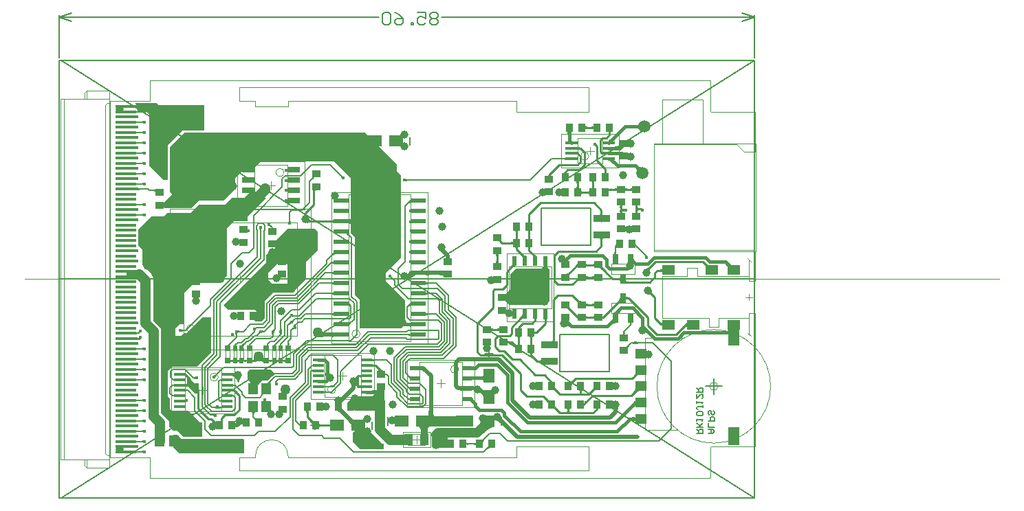
<source format=gtl>
G04*
G04 #@! TF.GenerationSoftware,Altium Limited,Altium Designer,18.0.7 (293)*
G04*
G04 Layer_Physical_Order=1*
G04 Layer_Color=255*
%FSLAX25Y25*%
%MOIN*%
G70*
G01*
G75*
%ADD14C,0.00591*%
%ADD15C,0.00591*%
%ADD16C,0.00800*%
%ADD17C,0.01000*%
%ADD18C,0.00394*%
%ADD19C,0.00197*%
%ADD20C,0.00600*%
%ADD21R,0.03661X0.03858*%
%ADD22R,0.03858X0.03661*%
%ADD23C,0.05906*%
%ADD24R,0.05512X0.04724*%
%ADD25R,0.05512X0.08661*%
%ADD26R,0.07480X0.02362*%
%ADD27R,0.05906X0.01772*%
%ADD28R,0.07874X0.03504*%
%ADD29R,0.02165X0.05118*%
%ADD30R,0.02756X0.04921*%
%ADD31R,0.07087X0.05315*%
%ADD32R,0.02953X0.03150*%
%ADD33R,0.02284X0.03150*%
%ADD34R,0.05512X0.01772*%
%ADD35R,0.04528X0.05512*%
%ADD36R,0.05315X0.07087*%
%ADD37R,0.06496X0.02559*%
%ADD38R,0.03858X0.05276*%
%ADD39R,0.05906X0.04724*%
%ADD40R,0.05118X0.02165*%
%ADD41R,0.04567X0.05787*%
%ADD42R,0.09843X0.01575*%
%ADD70C,0.00799*%
%ADD71C,0.01500*%
%ADD72C,0.02000*%
%ADD73C,0.05000*%
%ADD74C,0.04500*%
%ADD75C,0.03000*%
%ADD76R,0.06366X0.02500*%
%ADD77C,0.01772*%
%ADD78C,0.03937*%
%ADD79C,0.05000*%
G36*
X-409972Y85500D02*
X-409115Y81640D01*
X-409264Y81643D01*
X-409400Y81655D01*
X-409520Y81674D01*
X-409624Y81700D01*
X-409712Y81734D01*
X-409783Y81775D01*
X-409839Y81824D01*
X-409879Y81880D01*
X-409903Y81944D01*
X-409911Y82016D01*
Y80465D01*
X-409903Y80536D01*
X-409879Y80600D01*
X-409839Y80656D01*
X-409783Y80705D01*
X-409712Y80747D01*
X-409624Y80780D01*
X-409520Y80807D01*
X-409400Y80826D01*
X-409264Y80837D01*
X-409112Y80841D01*
Y81629D01*
X-408972Y81000D01*
X-407017D01*
Y80841D01*
X-406924Y80838D01*
X-406756Y80821D01*
X-406679Y80805D01*
X-406608Y80785D01*
X-406541Y80761D01*
X-406480Y80733D01*
X-406424Y80699D01*
X-406373Y80662D01*
X-406327Y80620D01*
Y81000D01*
X-404195D01*
X-403195Y80000D01*
Y55000D01*
X-396195Y48000D01*
X-394195D01*
Y65000D01*
X-387195Y72000D01*
X-376695D01*
Y84500D01*
X-398695D01*
X-399695Y85500D01*
X-409972Y85500D01*
D02*
G37*
G36*
X-406373Y76818D02*
X-406424Y76781D01*
X-406480Y76748D01*
X-406541Y76719D01*
X-406608Y76695D01*
X-406679Y76675D01*
X-406756Y76660D01*
X-406838Y76649D01*
X-406924Y76642D01*
X-407017Y76640D01*
Y75841D01*
X-406924Y75838D01*
X-406756Y75821D01*
X-406679Y75805D01*
X-406608Y75785D01*
X-406541Y75761D01*
X-406480Y75732D01*
X-406424Y75700D01*
X-406373Y75662D01*
X-406327Y75620D01*
Y76860D01*
X-406373Y76818D01*
D02*
G37*
G36*
X-409911Y75465D02*
X-409903Y75536D01*
X-409879Y75600D01*
X-409839Y75656D01*
X-409783Y75705D01*
X-409712Y75747D01*
X-409624Y75780D01*
X-409520Y75807D01*
X-409400Y75826D01*
X-409264Y75837D01*
X-409112Y75841D01*
Y76640D01*
X-409264Y76644D01*
X-409400Y76655D01*
X-409520Y76674D01*
X-409624Y76700D01*
X-409712Y76734D01*
X-409783Y76775D01*
X-409839Y76824D01*
X-409879Y76880D01*
X-409903Y76944D01*
X-409911Y77016D01*
Y75465D01*
D02*
G37*
G36*
X-191857Y72575D02*
X-191847Y72670D01*
X-191816Y72755D01*
X-191766Y72830D01*
X-191695Y72895D01*
X-191604Y72950D01*
X-191492Y72995D01*
X-191361Y73030D01*
X-191209Y73055D01*
X-191037Y73070D01*
X-190845Y73075D01*
Y74075D01*
X-191037Y74080D01*
X-191209Y74095D01*
X-191361Y74120D01*
X-191492Y74155D01*
X-191604Y74200D01*
X-191695Y74255D01*
X-191766Y74320D01*
X-191816Y74395D01*
X-191847Y74480D01*
X-191857Y74575D01*
Y72575D01*
D02*
G37*
G36*
X-188043Y74480D02*
X-188074Y74395D01*
X-188124Y74320D01*
X-188195Y74255D01*
X-188286Y74200D01*
X-188397Y74155D01*
X-188529Y74120D01*
X-188681Y74095D01*
X-188853Y74080D01*
X-189045Y74075D01*
Y73075D01*
X-188853Y73070D01*
X-188681Y73055D01*
X-188529Y73030D01*
X-188397Y72995D01*
X-188286Y72950D01*
X-188195Y72895D01*
X-188124Y72830D01*
X-188074Y72755D01*
X-188043Y72670D01*
X-188033Y72575D01*
Y74575D01*
X-188043Y74480D01*
D02*
G37*
G36*
X-165836Y75358D02*
X-165952Y75230D01*
X-166087Y75117D01*
X-166240Y75020D01*
X-166412Y74937D01*
X-166603Y74870D01*
X-166812Y74818D01*
X-167040Y74780D01*
X-167286Y74757D01*
X-167551Y74750D01*
Y73250D01*
X-167286Y73242D01*
X-167040Y73220D01*
X-166812Y73182D01*
X-166603Y73130D01*
X-166412Y73062D01*
X-166240Y72980D01*
X-166087Y72882D01*
X-165952Y72770D01*
X-165836Y72642D01*
X-165738Y72500D01*
Y75500D01*
X-165836Y75358D01*
D02*
G37*
G36*
X-181068Y71660D02*
X-180983Y71629D01*
X-180908Y71579D01*
X-180843Y71508D01*
X-180788Y71417D01*
X-180743Y71306D01*
X-180708Y71174D01*
X-180683Y71022D01*
X-180668Y70850D01*
X-180663Y70658D01*
X-179663D01*
X-179658Y70850D01*
X-179643Y71022D01*
X-179618Y71174D01*
X-179583Y71306D01*
X-179538Y71417D01*
X-179483Y71508D01*
X-179418Y71579D01*
X-179343Y71629D01*
X-179258Y71660D01*
X-179163Y71670D01*
X-181163D01*
X-181068Y71660D01*
D02*
G37*
G36*
X-406373Y71818D02*
X-406424Y71781D01*
X-406480Y71748D01*
X-406541Y71719D01*
X-406608Y71695D01*
X-406679Y71675D01*
X-406756Y71660D01*
X-406838Y71649D01*
X-406924Y71642D01*
X-407017Y71640D01*
Y70841D01*
X-406924Y70838D01*
X-406756Y70821D01*
X-406679Y70805D01*
X-406608Y70785D01*
X-406541Y70761D01*
X-406480Y70732D01*
X-406424Y70700D01*
X-406373Y70662D01*
X-406327Y70620D01*
Y71860D01*
X-406373Y71818D01*
D02*
G37*
G36*
X-409911Y70465D02*
X-409903Y70536D01*
X-409879Y70600D01*
X-409839Y70656D01*
X-409783Y70705D01*
X-409712Y70747D01*
X-409624Y70780D01*
X-409520Y70807D01*
X-409400Y70825D01*
X-409264Y70837D01*
X-409112Y70841D01*
Y71640D01*
X-409264Y71644D01*
X-409400Y71655D01*
X-409520Y71674D01*
X-409624Y71700D01*
X-409712Y71734D01*
X-409783Y71775D01*
X-409839Y71824D01*
X-409879Y71880D01*
X-409903Y71944D01*
X-409911Y72016D01*
Y70465D01*
D02*
G37*
G36*
X-201084Y71655D02*
X-200956Y71609D01*
X-200844Y71534D01*
X-200746Y71428D01*
X-200664Y71292D01*
X-200596Y71126D01*
X-200544Y70929D01*
X-200506Y70702D01*
X-200484Y70445D01*
X-200476Y70158D01*
X-198976D01*
X-198969Y70445D01*
X-198946Y70702D01*
X-198909Y70929D01*
X-198856Y71126D01*
X-198789Y71292D01*
X-198706Y71428D01*
X-198609Y71534D01*
X-198496Y71609D01*
X-198369Y71655D01*
X-198226Y71670D01*
X-201226D01*
X-201084Y71655D01*
D02*
G37*
G36*
X-179979Y67869D02*
X-180193Y67687D01*
X-180406Y67527D01*
X-180619Y67387D01*
X-180831Y67270D01*
X-181043Y67173D01*
X-181254Y67098D01*
X-181466Y67044D01*
X-181676Y67011D01*
X-181887Y67000D01*
X-177699Y67012D01*
X-177644Y68073D01*
X-179766D01*
X-179979Y67869D01*
D02*
G37*
G36*
X-406373Y66818D02*
X-406424Y66781D01*
X-406480Y66748D01*
X-406541Y66719D01*
X-406608Y66695D01*
X-406679Y66675D01*
X-406756Y66660D01*
X-406838Y66649D01*
X-406924Y66642D01*
X-407017Y66640D01*
Y65841D01*
X-406924Y65838D01*
X-406756Y65821D01*
X-406679Y65805D01*
X-406608Y65785D01*
X-406541Y65761D01*
X-406480Y65733D01*
X-406424Y65699D01*
X-406373Y65662D01*
X-406327Y65620D01*
Y66860D01*
X-406373Y66818D01*
D02*
G37*
G36*
X-409911Y65465D02*
X-409903Y65536D01*
X-409879Y65600D01*
X-409839Y65656D01*
X-409783Y65705D01*
X-409712Y65747D01*
X-409624Y65780D01*
X-409520Y65807D01*
X-409400Y65825D01*
X-409264Y65837D01*
X-409112Y65841D01*
Y66640D01*
X-409264Y66644D01*
X-409400Y66655D01*
X-409520Y66674D01*
X-409624Y66700D01*
X-409712Y66734D01*
X-409783Y66775D01*
X-409839Y66824D01*
X-409879Y66880D01*
X-409903Y66944D01*
X-409911Y67016D01*
Y65465D01*
D02*
G37*
G36*
X-195809Y62705D02*
X-195799Y62776D01*
X-195769Y62840D01*
X-195719Y62896D01*
X-195649Y62945D01*
X-195559Y62986D01*
X-195449Y63019D01*
X-195319Y63045D01*
X-195169Y63064D01*
X-194999Y63075D01*
X-194809Y63079D01*
Y64079D01*
X-194999Y64083D01*
X-195319Y64113D01*
X-195449Y64139D01*
X-195559Y64173D01*
X-195649Y64214D01*
X-195719Y64262D01*
X-195769Y64318D01*
X-195799Y64382D01*
X-195809Y64453D01*
Y62705D01*
D02*
G37*
G36*
X-177699D02*
X-177684Y62729D01*
X-177639Y62750D01*
X-177564Y62768D01*
X-177459Y62784D01*
X-177159Y62809D01*
X-176484Y62828D01*
X-176199Y62829D01*
Y64329D01*
X-176484Y64330D01*
X-177639Y64408D01*
X-177684Y64429D01*
X-177699Y64453D01*
Y62705D01*
D02*
G37*
G36*
X-406373Y61818D02*
X-406424Y61781D01*
X-406480Y61748D01*
X-406541Y61719D01*
X-406608Y61695D01*
X-406679Y61675D01*
X-406756Y61660D01*
X-406838Y61649D01*
X-406924Y61642D01*
X-407017Y61640D01*
Y60841D01*
X-406924Y60838D01*
X-406756Y60821D01*
X-406679Y60805D01*
X-406608Y60785D01*
X-406541Y60761D01*
X-406480Y60733D01*
X-406424Y60699D01*
X-406373Y60662D01*
X-406327Y60620D01*
Y61860D01*
X-406373Y61818D01*
D02*
G37*
G36*
X-181190Y61545D02*
X-181240Y61540D01*
X-181429Y61531D01*
X-182699Y61520D01*
Y60520D01*
X-181169Y60489D01*
Y61551D01*
X-181190Y61545D01*
D02*
G37*
G36*
X-409911Y60465D02*
X-409903Y60536D01*
X-409879Y60600D01*
X-409839Y60656D01*
X-409783Y60705D01*
X-409712Y60747D01*
X-409624Y60780D01*
X-409520Y60807D01*
X-409400Y60826D01*
X-409264Y60837D01*
X-409112Y60841D01*
Y61640D01*
X-409264Y61643D01*
X-409400Y61655D01*
X-409520Y61674D01*
X-409624Y61700D01*
X-409712Y61734D01*
X-409783Y61775D01*
X-409839Y61824D01*
X-409879Y61880D01*
X-409903Y61944D01*
X-409911Y62016D01*
Y60465D01*
D02*
G37*
G36*
X-177699Y60146D02*
X-177684Y60170D01*
X-177639Y60191D01*
X-177564Y60209D01*
X-177459Y60225D01*
X-177159Y60250D01*
X-176523Y60268D01*
X-176327Y60263D01*
X-176072Y60240D01*
X-175847Y60202D01*
X-175652Y60150D01*
X-175487Y60083D01*
X-175352Y60000D01*
X-175247Y59903D01*
X-175172Y59790D01*
X-175127Y59662D01*
X-175112Y59520D01*
Y61587D01*
X-175127Y61622D01*
X-175172Y61653D01*
X-175247Y61680D01*
X-175352Y61704D01*
X-175487Y61724D01*
X-175847Y61753D01*
X-176199Y61761D01*
Y61770D01*
X-176484Y61771D01*
X-177639Y61849D01*
X-177684Y61870D01*
X-177699Y61894D01*
Y60146D01*
D02*
G37*
G36*
X-201687Y59185D02*
X-201711Y59117D01*
X-201751Y59057D01*
X-201808Y59005D01*
X-201881Y58961D01*
X-201971Y58925D01*
X-202076Y58897D01*
X-202198Y58877D01*
X-202336Y58865D01*
X-202490Y58861D01*
Y58061D01*
X-202336Y58057D01*
X-202198Y58045D01*
X-202076Y58025D01*
X-201971Y57997D01*
X-201881Y57961D01*
X-201808Y57917D01*
X-201751Y57865D01*
X-201711Y57805D01*
X-201687Y57737D01*
X-201678Y57661D01*
Y59261D01*
X-201687Y59185D01*
D02*
G37*
G36*
X-180987Y57588D02*
X-180776Y57555D01*
X-180565Y57501D01*
X-180353Y57426D01*
X-180141Y57329D01*
X-179929Y57211D01*
X-179717Y57072D01*
X-179504Y56911D01*
X-179290Y56730D01*
X-179077Y56526D01*
X-176955D01*
X-177097Y56671D01*
X-177431Y57053D01*
X-177513Y57163D01*
X-177580Y57265D01*
X-177632Y57358D01*
X-177669Y57443D01*
X-177691Y57519D01*
X-177699Y57587D01*
X-181198Y57599D01*
X-180987Y57588D01*
D02*
G37*
G36*
X-406373Y56818D02*
X-406424Y56781D01*
X-406480Y56748D01*
X-406541Y56719D01*
X-406608Y56695D01*
X-406679Y56675D01*
X-406756Y56660D01*
X-406838Y56649D01*
X-406924Y56642D01*
X-407017Y56640D01*
Y55841D01*
X-406924Y55838D01*
X-406756Y55821D01*
X-406679Y55805D01*
X-406608Y55785D01*
X-406541Y55761D01*
X-406480Y55733D01*
X-406424Y55699D01*
X-406373Y55662D01*
X-406327Y55620D01*
Y56860D01*
X-406373Y56818D01*
D02*
G37*
G36*
X-409911Y55465D02*
X-409903Y55536D01*
X-409879Y55600D01*
X-409839Y55656D01*
X-409783Y55705D01*
X-409712Y55747D01*
X-409624Y55780D01*
X-409520Y55807D01*
X-409400Y55826D01*
X-409264Y55837D01*
X-409112Y55841D01*
Y56640D01*
X-409264Y56643D01*
X-409400Y56655D01*
X-409520Y56674D01*
X-409624Y56700D01*
X-409712Y56734D01*
X-409783Y56775D01*
X-409839Y56824D01*
X-409879Y56880D01*
X-409903Y56944D01*
X-409911Y57016D01*
Y55465D01*
D02*
G37*
G36*
X-167805Y54050D02*
X-167623Y53857D01*
X-167465Y53667D01*
X-167330Y53480D01*
X-167220Y53295D01*
X-167133Y53112D01*
X-167069Y52932D01*
X-167030Y52755D01*
X-167014Y52580D01*
X-167022Y52408D01*
X-167054Y52238D01*
X-164932Y54359D01*
X-165102Y54327D01*
X-165275Y54320D01*
X-165450Y54335D01*
X-165627Y54375D01*
X-165807Y54438D01*
X-165989Y54525D01*
X-166174Y54636D01*
X-166362Y54770D01*
X-166552Y54928D01*
X-166744Y55110D01*
X-167805Y54050D01*
D02*
G37*
G36*
X-182668Y52227D02*
X-182683Y52057D01*
X-182708Y51907D01*
X-182743Y51777D01*
X-182788Y51667D01*
X-182843Y51577D01*
X-182908Y51507D01*
X-182983Y51457D01*
X-183068Y51427D01*
X-183163Y51417D01*
X-181163D01*
X-181258Y51427D01*
X-181343Y51457D01*
X-181418Y51507D01*
X-181483Y51577D01*
X-181538Y51667D01*
X-181583Y51777D01*
X-181618Y51907D01*
X-181643Y52057D01*
X-181658Y52227D01*
X-181663Y52417D01*
X-182663D01*
X-182668Y52227D01*
D02*
G37*
G36*
X-202227Y51862D02*
X-202251Y51456D01*
X-202259Y51428D01*
X-202268Y51411D01*
X-202277Y51405D01*
X-201175D01*
X-201185Y51411D01*
X-201193Y51428D01*
X-201201Y51456D01*
X-201208Y51495D01*
X-201213Y51546D01*
X-201224Y51766D01*
X-201226Y51968D01*
X-202226D01*
X-202227Y51862D01*
D02*
G37*
G36*
X-406373Y51818D02*
X-406424Y51781D01*
X-406480Y51748D01*
X-406541Y51719D01*
X-406608Y51695D01*
X-406679Y51675D01*
X-406756Y51660D01*
X-406838Y51649D01*
X-406924Y51642D01*
X-407017Y51640D01*
Y50841D01*
X-406924Y50838D01*
X-406756Y50821D01*
X-406679Y50805D01*
X-406608Y50785D01*
X-406541Y50761D01*
X-406480Y50732D01*
X-406424Y50700D01*
X-406373Y50662D01*
X-406327Y50620D01*
Y51860D01*
X-406373Y51818D01*
D02*
G37*
G36*
X-409911Y50465D02*
X-409903Y50536D01*
X-409879Y50600D01*
X-409839Y50656D01*
X-409783Y50705D01*
X-409712Y50747D01*
X-409624Y50780D01*
X-409520Y50807D01*
X-409400Y50826D01*
X-409264Y50837D01*
X-409112Y50841D01*
Y51640D01*
X-409264Y51644D01*
X-409400Y51655D01*
X-409520Y51674D01*
X-409624Y51700D01*
X-409712Y51734D01*
X-409783Y51775D01*
X-409839Y51824D01*
X-409879Y51880D01*
X-409903Y51944D01*
X-409911Y52016D01*
Y50465D01*
D02*
G37*
G36*
X-310412Y49652D02*
X-310349Y49585D01*
X-310242Y49453D01*
X-310198Y49388D01*
X-310162Y49324D01*
X-310132Y49260D01*
X-310109Y49196D01*
X-310093Y49133D01*
X-310083Y49071D01*
X-310080Y49009D01*
X-309203Y49886D01*
X-309265Y49889D01*
X-309328Y49898D01*
X-309391Y49914D01*
X-309454Y49937D01*
X-309518Y49967D01*
X-309583Y50004D01*
X-309648Y50047D01*
X-309714Y50097D01*
X-309780Y50154D01*
X-309846Y50217D01*
X-310412Y49652D01*
D02*
G37*
G36*
X-324050Y50159D02*
X-324024Y50091D01*
X-324022Y50010D01*
X-324044Y49916D01*
X-324090Y49809D01*
X-324159Y49689D01*
X-324253Y49557D01*
X-324371Y49412D01*
X-324677Y49083D01*
X-323982Y48647D01*
X-323822Y48801D01*
X-323534Y49044D01*
X-323406Y49134D01*
X-323288Y49203D01*
X-323180Y49250D01*
X-323082Y49276D01*
X-322994Y49280D01*
X-322917Y49263D01*
X-322850Y49225D01*
X-324100Y50214D01*
X-324050Y50159D01*
D02*
G37*
G36*
X-279062Y47380D02*
X-279016Y47422D01*
X-278965Y47459D01*
X-278909Y47492D01*
X-278848Y47521D01*
X-278782Y47545D01*
X-278710Y47565D01*
X-278634Y47580D01*
X-278552Y47591D01*
X-278465Y47598D01*
X-278373Y47600D01*
Y48400D01*
X-278465Y48402D01*
X-278634Y48420D01*
X-278710Y48435D01*
X-278782Y48455D01*
X-278848Y48479D01*
X-278909Y48508D01*
X-278965Y48541D01*
X-279016Y48578D01*
X-279062Y48620D01*
Y47380D01*
D02*
G37*
G36*
X-196568Y47573D02*
X-196483Y47543D01*
X-196408Y47493D01*
X-196343Y47423D01*
X-196288Y47333D01*
X-196243Y47223D01*
X-196208Y47093D01*
X-196183Y46943D01*
X-196168Y46773D01*
X-196163Y46583D01*
X-195163D01*
X-195158Y46773D01*
X-195143Y46943D01*
X-195118Y47093D01*
X-195083Y47223D01*
X-195038Y47333D01*
X-194983Y47423D01*
X-194918Y47493D01*
X-194843Y47543D01*
X-194758Y47573D01*
X-194663Y47583D01*
X-196663D01*
X-196568Y47573D01*
D02*
G37*
G36*
X-189131Y47585D02*
X-189046Y47554D01*
X-188971Y47504D01*
X-188906Y47433D01*
X-188851Y47342D01*
X-188806Y47230D01*
X-188771Y47099D01*
X-188746Y46947D01*
X-188731Y46775D01*
X-188726Y46583D01*
X-187726D01*
X-187721Y46775D01*
X-187706Y46947D01*
X-187681Y47099D01*
X-187646Y47230D01*
X-187601Y47342D01*
X-187546Y47433D01*
X-187481Y47504D01*
X-187406Y47554D01*
X-187321Y47585D01*
X-187226Y47595D01*
X-189226D01*
X-189131Y47585D01*
D02*
G37*
G36*
X-406373Y46818D02*
X-406424Y46781D01*
X-406480Y46748D01*
X-406541Y46719D01*
X-406608Y46695D01*
X-406679Y46675D01*
X-406756Y46660D01*
X-406838Y46649D01*
X-406924Y46642D01*
X-407017Y46640D01*
Y45841D01*
X-406924Y45838D01*
X-406756Y45821D01*
X-406679Y45805D01*
X-406608Y45785D01*
X-406541Y45761D01*
X-406480Y45733D01*
X-406424Y45700D01*
X-406373Y45662D01*
X-406327Y45620D01*
Y46860D01*
X-406373Y46818D01*
D02*
G37*
G36*
X-409911Y45465D02*
X-409903Y45536D01*
X-409879Y45600D01*
X-409839Y45656D01*
X-409783Y45705D01*
X-409712Y45747D01*
X-409624Y45780D01*
X-409520Y45807D01*
X-409400Y45825D01*
X-409264Y45837D01*
X-409112Y45841D01*
Y46640D01*
X-409264Y46643D01*
X-409400Y46655D01*
X-409520Y46674D01*
X-409624Y46700D01*
X-409712Y46734D01*
X-409783Y46775D01*
X-409839Y46824D01*
X-409879Y46880D01*
X-409903Y46944D01*
X-409911Y47016D01*
Y45465D01*
D02*
G37*
G36*
Y44290D02*
X-409924Y44281D01*
X-409980Y44248D01*
X-410041Y44219D01*
X-410107Y44195D01*
X-410179Y44175D01*
X-410255Y44160D01*
X-410337Y44149D01*
X-410424Y44142D01*
X-410516Y44140D01*
Y43340D01*
X-410424Y43338D01*
X-410255Y43320D01*
X-410179Y43305D01*
X-410107Y43285D01*
X-410041Y43261D01*
X-409980Y43232D01*
X-409924Y43199D01*
X-409911Y43190D01*
Y43023D01*
X-409904Y43084D01*
X-409883Y43137D01*
X-409868Y43157D01*
X-409827Y43120D01*
Y43201D01*
X-409797Y43226D01*
X-409732Y43261D01*
X-409653Y43290D01*
X-409560Y43312D01*
X-409453Y43328D01*
X-409331Y43337D01*
X-409195Y43340D01*
Y44140D01*
X-409331Y44143D01*
X-409453Y44153D01*
X-409560Y44169D01*
X-409653Y44191D01*
X-409732Y44219D01*
X-409797Y44254D01*
X-409827Y44279D01*
Y44360D01*
X-409868Y44323D01*
X-409883Y44343D01*
X-409904Y44397D01*
X-409911Y44457D01*
Y44290D01*
D02*
G37*
G36*
X-196168Y44727D02*
X-196183Y44557D01*
X-196208Y44407D01*
X-196243Y44277D01*
X-196288Y44167D01*
X-196343Y44077D01*
X-196408Y44007D01*
X-196483Y43957D01*
X-196568Y43927D01*
X-196663Y43917D01*
X-194663D01*
X-194758Y43927D01*
X-194843Y43957D01*
X-194918Y44007D01*
X-194983Y44077D01*
X-195038Y44167D01*
X-195083Y44277D01*
X-195118Y44407D01*
X-195143Y44557D01*
X-195158Y44727D01*
X-195163Y44917D01*
X-196163D01*
X-196168Y44727D01*
D02*
G37*
G36*
X-188731Y44725D02*
X-188746Y44553D01*
X-188771Y44401D01*
X-188806Y44269D01*
X-188851Y44158D01*
X-188906Y44067D01*
X-188971Y43996D01*
X-189046Y43946D01*
X-189131Y43915D01*
X-189226Y43905D01*
X-187226D01*
X-187321Y43915D01*
X-187406Y43946D01*
X-187481Y43996D01*
X-187546Y44067D01*
X-187601Y44158D01*
X-187646Y44269D01*
X-187681Y44401D01*
X-187706Y44553D01*
X-187721Y44725D01*
X-187726Y44917D01*
X-188726D01*
X-188731Y44725D01*
D02*
G37*
G36*
X-408562Y43120D02*
X-408516Y43162D01*
X-408465Y43199D01*
X-408409Y43232D01*
X-408348Y43261D01*
X-408282Y43285D01*
X-408210Y43305D01*
X-408134Y43320D01*
X-408052Y43331D01*
X-407965Y43338D01*
X-407873Y43340D01*
Y44140D01*
X-407965Y44142D01*
X-408134Y44160D01*
X-408210Y44175D01*
X-408282Y44195D01*
X-408348Y44219D01*
X-408409Y44248D01*
X-408465Y44281D01*
X-408516Y44318D01*
X-408562Y44360D01*
Y43120D01*
D02*
G37*
G36*
X-180344Y43917D02*
X-180356Y42531D01*
X-180345Y42627D01*
X-180315Y42711D01*
X-180263Y42786D01*
X-180192Y42851D01*
X-180101Y42906D01*
X-179990Y42952D01*
X-179859Y42987D01*
X-179707Y43012D01*
X-179536Y43027D01*
X-179344Y43031D01*
Y44032D01*
X-180344Y43917D01*
D02*
G37*
G36*
X-176622Y44436D02*
X-176652Y44352D01*
X-176702Y44276D01*
X-176772Y44212D01*
X-176862Y44157D01*
X-176972Y44111D01*
X-177102Y44076D01*
X-177252Y44052D01*
X-177422Y44036D01*
X-177612Y44032D01*
Y43031D01*
X-177422Y43027D01*
X-177252Y43012D01*
X-177102Y42987D01*
X-176972Y42952D01*
X-176862Y42906D01*
X-176772Y42851D01*
X-176702Y42786D01*
X-176652Y42711D01*
X-176622Y42627D01*
X-176612Y42531D01*
Y44532D01*
X-176622Y44436D01*
D02*
G37*
G36*
X-172789Y42531D02*
X-172779Y42627D01*
X-172749Y42711D01*
X-172698Y42786D01*
X-172627Y42851D01*
X-172536Y42906D01*
X-172425Y42952D01*
X-172294Y42987D01*
X-172142Y43012D01*
X-171970Y43027D01*
X-171777Y43031D01*
Y44032D01*
X-171970Y44036D01*
X-172142Y44052D01*
X-172294Y44076D01*
X-172425Y44111D01*
X-172536Y44157D01*
X-172627Y44212D01*
X-172698Y44276D01*
X-172749Y44352D01*
X-172779Y44436D01*
X-172789Y44532D01*
Y42531D01*
D02*
G37*
G36*
X-169122Y44436D02*
X-169152Y44352D01*
X-169202Y44276D01*
X-169272Y44212D01*
X-169362Y44157D01*
X-169472Y44111D01*
X-169602Y44076D01*
X-169752Y44052D01*
X-169922Y44036D01*
X-170112Y44032D01*
Y43031D01*
X-169922Y43027D01*
X-169752Y43012D01*
X-169602Y42987D01*
X-169472Y42952D01*
X-169362Y42906D01*
X-169272Y42851D01*
X-169202Y42786D01*
X-169152Y42711D01*
X-169122Y42627D01*
X-169112Y42531D01*
Y44532D01*
X-169122Y44436D01*
D02*
G37*
G36*
X-400108Y43724D02*
X-400132Y43656D01*
X-400173Y43596D01*
X-400230Y43544D01*
X-400303Y43500D01*
X-400392Y43464D01*
X-400498Y43436D01*
X-400619Y43416D01*
X-400757Y43404D01*
X-400912Y43400D01*
Y42600D01*
X-400757Y42596D01*
X-400619Y42584D01*
X-400498Y42564D01*
X-400392Y42536D01*
X-400303Y42500D01*
X-400230Y42456D01*
X-400173Y42404D01*
X-400132Y42344D01*
X-400108Y42276D01*
X-400100Y42200D01*
Y43800D01*
X-400108Y43724D01*
D02*
G37*
G36*
X-193856Y41000D02*
X-193846Y41095D01*
X-193816Y41180D01*
X-193765Y41255D01*
X-193694Y41320D01*
X-193603Y41375D01*
X-193492Y41420D01*
X-193360Y41455D01*
X-193209Y41480D01*
X-193037Y41495D01*
X-192844Y41500D01*
Y42500D01*
X-193037Y42505D01*
X-193209Y42520D01*
X-193360Y42545D01*
X-193492Y42580D01*
X-193603Y42625D01*
X-193694Y42680D01*
X-193765Y42745D01*
X-193816Y42820D01*
X-193846Y42905D01*
X-193856Y43000D01*
Y41000D01*
D02*
G37*
G36*
X-190043Y42905D02*
X-190073Y42820D01*
X-190124Y42745D01*
X-190195Y42680D01*
X-190286Y42625D01*
X-190397Y42580D01*
X-190529Y42545D01*
X-190680Y42520D01*
X-190852Y42505D01*
X-191045Y42500D01*
Y41500D01*
X-190852Y41495D01*
X-190680Y41480D01*
X-190529Y41455D01*
X-190397Y41420D01*
X-190286Y41375D01*
X-190195Y41320D01*
X-190124Y41255D01*
X-190073Y41180D01*
X-190043Y41095D01*
X-190033Y41000D01*
Y43000D01*
X-190043Y42905D01*
D02*
G37*
G36*
X-276718Y38990D02*
X-276744Y38870D01*
X-276787Y38744D01*
X-276848Y38612D01*
X-276925Y38474D01*
X-277020Y38329D01*
X-277132Y38179D01*
X-277407Y37859D01*
X-277571Y37690D01*
X-277288Y36841D01*
X-277178Y36945D01*
X-277080Y37026D01*
X-276993Y37084D01*
X-276918Y37119D01*
X-276854Y37130D01*
X-276802Y37119D01*
X-276762Y37084D01*
X-276733Y37026D01*
X-276716Y36945D01*
X-276710Y36841D01*
Y39104D01*
X-276718Y38990D01*
D02*
G37*
G36*
X-406373Y36818D02*
X-406424Y36781D01*
X-406480Y36748D01*
X-406541Y36719D01*
X-406608Y36695D01*
X-406679Y36675D01*
X-406756Y36660D01*
X-406838Y36649D01*
X-406924Y36642D01*
X-407017Y36640D01*
Y35841D01*
X-406924Y35838D01*
X-406756Y35821D01*
X-406679Y35805D01*
X-406608Y35785D01*
X-406541Y35761D01*
X-406480Y35732D01*
X-406424Y35699D01*
X-406373Y35662D01*
X-406327Y35620D01*
Y36860D01*
X-406373Y36818D01*
D02*
G37*
G36*
X-409911Y35465D02*
X-409903Y35536D01*
X-409879Y35600D01*
X-409839Y35656D01*
X-409783Y35705D01*
X-409712Y35747D01*
X-409624Y35780D01*
X-409520Y35807D01*
X-409400Y35825D01*
X-409264Y35837D01*
X-409112Y35841D01*
Y36640D01*
X-409264Y36643D01*
X-409400Y36655D01*
X-409520Y36674D01*
X-409624Y36700D01*
X-409712Y36734D01*
X-409783Y36775D01*
X-409839Y36824D01*
X-409879Y36880D01*
X-409903Y36944D01*
X-409911Y37016D01*
Y35465D01*
D02*
G37*
G36*
X-393195Y64000D02*
Y42500D01*
X-391945Y41250D01*
X-396195Y37000D01*
X-396695D01*
Y35500D01*
X-395695Y34500D01*
X-382695D01*
X-379195Y38000D01*
X-367195D01*
X-361695Y43500D01*
X-361695Y49000D01*
X-357695Y53000D01*
X-353195Y53000D01*
X-349195Y57000D01*
X-313695D01*
X-309194Y52500D01*
X-309194D01*
X-305695Y49000D01*
Y29046D01*
X-306587Y29108D01*
X-306647Y29137D01*
X-306667Y29169D01*
Y26831D01*
X-306647Y26863D01*
X-306587Y26892D01*
X-306487Y26917D01*
X-306347Y26939D01*
X-306167Y26958D01*
X-305695Y26979D01*
Y22500D01*
X-303695Y20500D01*
X-303695Y-7500D01*
X-301195Y-10000D01*
Y-24000D01*
X-281195D01*
X-280061Y-22866D01*
X-280000Y-22851D01*
X-279878Y-22829D01*
X-279543Y-22795D01*
X-278816Y-22761D01*
X-278047Y-22753D01*
X-277937Y-22754D01*
X-277457Y-22788D01*
X-277262Y-22817D01*
X-277097Y-22855D01*
X-276962Y-22901D01*
X-276857Y-22955D01*
X-276782Y-23018D01*
X-276737Y-23089D01*
X-276722Y-23169D01*
Y-20831D01*
X-276737Y-20910D01*
X-276782Y-20982D01*
X-276857Y-21045D01*
X-276962Y-21099D01*
X-277097Y-21145D01*
X-277262Y-21183D01*
X-277457Y-21212D01*
X-277682Y-21233D01*
X-277808Y-21237D01*
X-277944Y-21221D01*
X-278109Y-21185D01*
X-278258Y-21134D01*
X-278389Y-21069D01*
X-278502Y-20990D01*
X-278598Y-20896D01*
X-278678Y-20787D01*
X-278739Y-20665D01*
X-278784Y-20527D01*
X-279195Y-21264D01*
X-279194Y-10500D01*
X-288695Y-1000D01*
Y3000D01*
X-281194Y10500D01*
X-281195Y50500D01*
X-283195Y52500D01*
X-283195Y55543D01*
X-298651Y71000D01*
X-386195Y71000D01*
X-393195Y64000D01*
D02*
G37*
G36*
X-175600Y35652D02*
X-175515Y35621D01*
X-175440Y35571D01*
X-175375Y35500D01*
X-175320Y35409D01*
X-175275Y35298D01*
X-175240Y35166D01*
X-175215Y35014D01*
X-175200Y34842D01*
X-175195Y34650D01*
X-174457D01*
X-175195Y33543D01*
X-175066Y33350D01*
X-175195D01*
X-175200Y33158D01*
X-175215Y32986D01*
X-175240Y32834D01*
X-175275Y32702D01*
X-175320Y32591D01*
X-175375Y32500D01*
X-175440Y32429D01*
X-175515Y32379D01*
X-175600Y32348D01*
X-175695Y32338D01*
X-174391D01*
X-174195Y32043D01*
X-174185Y32233D01*
X-174166Y32338D01*
X-173695D01*
X-173790Y32348D01*
X-173875Y32379D01*
X-173950Y32429D01*
X-174015Y32500D01*
X-174070Y32591D01*
X-174076Y32607D01*
X-174035Y32683D01*
X-173945Y32793D01*
X-173835Y32883D01*
X-173705Y32953D01*
X-173555Y33003D01*
X-173385Y33033D01*
X-173320Y33037D01*
X-173139Y33022D01*
X-173072Y33010D01*
X-173013Y32996D01*
X-172962Y32979D01*
X-172919Y32959D01*
X-172884Y32937D01*
X-172857Y32912D01*
X-172796Y34150D01*
X-172823Y34130D01*
X-172858Y34112D01*
X-172901Y34096D01*
X-172952Y34082D01*
X-173011Y34070D01*
X-173078Y34060D01*
X-173236Y34048D01*
X-173264Y34047D01*
X-173385Y34053D01*
X-173555Y34083D01*
X-173705Y34133D01*
X-173835Y34203D01*
X-173945Y34293D01*
X-174035Y34403D01*
X-174105Y34533D01*
X-174155Y34683D01*
X-174185Y34853D01*
X-174186Y34882D01*
X-174175Y35014D01*
X-174150Y35166D01*
X-174115Y35298D01*
X-174070Y35409D01*
X-174015Y35500D01*
X-173950Y35571D01*
X-173875Y35621D01*
X-173790Y35652D01*
X-173695Y35662D01*
X-175695D01*
X-175600Y35652D01*
D02*
G37*
G36*
X-165612Y33500D02*
X-165513Y33498D01*
X-165345Y33486D01*
X-165276Y33475D01*
X-165217Y33461D01*
X-165167Y33444D01*
X-165127Y33424D01*
X-165097Y33401D01*
X-165077Y33375D01*
X-165067Y33345D01*
X-164430Y34354D01*
X-165457Y34500D01*
X-165612Y33500D01*
D02*
G37*
G36*
X-168100Y35652D02*
X-168015Y35621D01*
X-167940Y35571D01*
X-167875Y35500D01*
X-167820Y35409D01*
X-167775Y35298D01*
X-167740Y35166D01*
X-167715Y35014D01*
X-167700Y34842D01*
X-167695Y34650D01*
X-167261D01*
X-167695Y34000D01*
X-167261Y33350D01*
X-167695D01*
X-167700Y33158D01*
X-167715Y32986D01*
X-167740Y32834D01*
X-167775Y32702D01*
X-167820Y32591D01*
X-167875Y32500D01*
X-167940Y32429D01*
X-168015Y32379D01*
X-168100Y32348D01*
X-168195Y32338D01*
X-166195D01*
X-166290Y32348D01*
X-166375Y32379D01*
X-166450Y32429D01*
X-166515Y32500D01*
X-166570Y32591D01*
X-166615Y32702D01*
X-166650Y32834D01*
X-166654Y32862D01*
X-166605Y33010D01*
X-166535Y33140D01*
X-166445Y33250D01*
X-166335Y33340D01*
X-166205Y33410D01*
X-166055Y33460D01*
X-165885Y33490D01*
X-165695Y33500D01*
Y34500D01*
X-165885Y34510D01*
X-166055Y34540D01*
X-166205Y34590D01*
X-166335Y34660D01*
X-166445Y34750D01*
X-166535Y34860D01*
X-166605Y34990D01*
X-166654Y35138D01*
X-166650Y35166D01*
X-166615Y35298D01*
X-166570Y35409D01*
X-166515Y35500D01*
X-166450Y35571D01*
X-166375Y35621D01*
X-166290Y35652D01*
X-166195Y35662D01*
X-168195D01*
X-168100Y35652D01*
D02*
G37*
G36*
X-184700Y32048D02*
X-184715Y31876D01*
X-184740Y31724D01*
X-184775Y31592D01*
X-184820Y31481D01*
X-184875Y31390D01*
X-184940Y31319D01*
X-185015Y31269D01*
X-185100Y31238D01*
X-185195Y31228D01*
X-183195D01*
X-183290Y31238D01*
X-183375Y31269D01*
X-183450Y31319D01*
X-183515Y31390D01*
X-183570Y31481D01*
X-183615Y31592D01*
X-183650Y31724D01*
X-183675Y31876D01*
X-183690Y32048D01*
X-183695Y32240D01*
X-184695D01*
X-184700Y32048D01*
D02*
G37*
G36*
X-406373Y31818D02*
X-406424Y31781D01*
X-406480Y31748D01*
X-406541Y31719D01*
X-406608Y31695D01*
X-406679Y31675D01*
X-406756Y31660D01*
X-406838Y31649D01*
X-406924Y31642D01*
X-407017Y31640D01*
Y30841D01*
X-406924Y30838D01*
X-406756Y30821D01*
X-406679Y30805D01*
X-406608Y30785D01*
X-406541Y30761D01*
X-406480Y30733D01*
X-406424Y30700D01*
X-406373Y30662D01*
X-406327Y30620D01*
Y31860D01*
X-406373Y31818D01*
D02*
G37*
G36*
X-328202Y31824D02*
X-328223Y31655D01*
X-328258Y31493D01*
X-328307Y31338D01*
X-328370Y31190D01*
X-328448Y31049D01*
X-328539Y30916D01*
X-328645Y30789D01*
X-328764Y30670D01*
X-328898Y30558D01*
X-326491D01*
X-326625Y30670D01*
X-326744Y30789D01*
X-326850Y30916D01*
X-326941Y31049D01*
X-327019Y31190D01*
X-327082Y31338D01*
X-327131Y31493D01*
X-327166Y31655D01*
X-327187Y31824D01*
X-327195Y32000D01*
X-328195D01*
X-328202Y31824D01*
D02*
G37*
G36*
X-409911Y30465D02*
X-409903Y30536D01*
X-409879Y30600D01*
X-409839Y30656D01*
X-409783Y30705D01*
X-409712Y30747D01*
X-409624Y30780D01*
X-409520Y30807D01*
X-409400Y30825D01*
X-409264Y30837D01*
X-409112Y30841D01*
Y31640D01*
X-409264Y31644D01*
X-409400Y31655D01*
X-409520Y31674D01*
X-409624Y31700D01*
X-409712Y31734D01*
X-409783Y31775D01*
X-409839Y31824D01*
X-409879Y31880D01*
X-409903Y31944D01*
X-409911Y32016D01*
Y30465D01*
D02*
G37*
G36*
X-335597Y28230D02*
X-335614Y28061D01*
X-335630Y27984D01*
X-335650Y27913D01*
X-335674Y27846D01*
X-335702Y27785D01*
X-335735Y27729D01*
X-335773Y27678D01*
X-335815Y27633D01*
X-334575D01*
X-334616Y27678D01*
X-334654Y27729D01*
X-334687Y27785D01*
X-334715Y27846D01*
X-334739Y27913D01*
X-334759Y27984D01*
X-334775Y28061D01*
X-334786Y28143D01*
X-334792Y28230D01*
X-334795Y28322D01*
X-335595D01*
X-335597Y28230D01*
D02*
G37*
G36*
X-219668Y28227D02*
X-219683Y28057D01*
X-219708Y27907D01*
X-219743Y27777D01*
X-219788Y27667D01*
X-219843Y27577D01*
X-219908Y27507D01*
X-219983Y27457D01*
X-220068Y27427D01*
X-220163Y27417D01*
X-218163D01*
X-218258Y27427D01*
X-218343Y27457D01*
X-218418Y27507D01*
X-218483Y27577D01*
X-218538Y27667D01*
X-218583Y27777D01*
X-218618Y27907D01*
X-218643Y28057D01*
X-218658Y28227D01*
X-218663Y28417D01*
X-219663D01*
X-219668Y28227D01*
D02*
G37*
G36*
X-311161Y28668D02*
X-311255Y28633D01*
X-311384Y28602D01*
X-311547Y28575D01*
X-311979Y28533D01*
X-312889Y28502D01*
X-313261Y28500D01*
Y27500D01*
X-312889Y27498D01*
X-311384Y27398D01*
X-311255Y27367D01*
X-311161Y27332D01*
X-311102Y27292D01*
Y28708D01*
X-311161Y28668D01*
D02*
G37*
G36*
X-327092Y27126D02*
X-326864Y27197D01*
X-325866Y27440D01*
X-325695Y27466D01*
X-325381Y27496D01*
X-325239Y27500D01*
X-324609Y28500D01*
X-324789Y28510D01*
X-324955Y28539D01*
X-325107Y28587D01*
X-325245Y28656D01*
X-325370Y28743D01*
X-325480Y28850D01*
X-325577Y28977D01*
X-325660Y29123D01*
X-325729Y29288D01*
X-325784Y29473D01*
X-327092Y27126D01*
D02*
G37*
G36*
X-314122Y28905D02*
X-314152Y28820D01*
X-314203Y28745D01*
X-314273Y28680D01*
X-314365Y28625D01*
X-314476Y28580D01*
X-314607Y28545D01*
X-314759Y28520D01*
X-314931Y28505D01*
X-315124Y28500D01*
Y27500D01*
X-314931Y27495D01*
X-314759Y27480D01*
X-314607Y27455D01*
X-314476Y27420D01*
X-314365Y27375D01*
X-314273Y27320D01*
X-314203Y27255D01*
X-314152Y27180D01*
X-314122Y27095D01*
X-314111Y27000D01*
Y29000D01*
X-314122Y28905D01*
D02*
G37*
G36*
X-172789Y25274D02*
X-172868Y25259D01*
X-173048Y25237D01*
X-173422Y25218D01*
X-173824Y23719D01*
X-173628Y23711D01*
X-173444Y23690D01*
X-173271Y23653D01*
X-173110Y23603D01*
X-172961Y23538D01*
X-172823Y23459D01*
X-172789Y23433D01*
Y22968D01*
X-172774Y23111D01*
X-172729Y23238D01*
X-172665Y23334D01*
X-172582Y23256D01*
X-172479Y23133D01*
X-172388Y22996D01*
X-171668Y23702D01*
X-171565Y23711D01*
X-171277Y23719D01*
Y24085D01*
X-170695Y24656D01*
X-170612Y24575D01*
Y23719D01*
X-170327Y23711D01*
X-170072Y23688D01*
X-169847Y23651D01*
X-169652Y23598D01*
X-169590Y23573D01*
X-169131Y23124D01*
X-169127Y23111D01*
X-169112Y22968D01*
Y23104D01*
X-169001Y22996D01*
X-168910Y23133D01*
X-168807Y23256D01*
X-168692Y23365D01*
X-168566Y23459D01*
X-168428Y23538D01*
X-168279Y23603D01*
X-168118Y23653D01*
X-167945Y23690D01*
X-167761Y23711D01*
X-167565Y23719D01*
X-167967Y25218D01*
X-168341Y25237D01*
X-168521Y25259D01*
X-168697Y25291D01*
X-168868Y25332D01*
X-169035Y25382D01*
X-169112Y25410D01*
Y25969D01*
X-169127Y25826D01*
X-169172Y25699D01*
X-169247Y25586D01*
X-169337Y25502D01*
X-169355Y25509D01*
X-169508Y25587D01*
X-169657Y25673D01*
X-170092Y25247D01*
X-170327Y25226D01*
X-170612Y25218D01*
Y24737D01*
X-170695Y24656D01*
X-171732Y25673D01*
X-171881Y25587D01*
X-172034Y25509D01*
X-172192Y25441D01*
X-172353Y25382D01*
X-172411Y25406D01*
X-172547Y25488D01*
X-172653Y25586D01*
X-172729Y25699D01*
X-172774Y25826D01*
X-172789Y25969D01*
Y25274D01*
D02*
G37*
G36*
X-345186Y25614D02*
X-345124Y25611D01*
X-345061Y25602D01*
X-344998Y25586D01*
X-344935Y25563D01*
X-344870Y25533D01*
X-344806Y25496D01*
X-344741Y25453D01*
X-344675Y25403D01*
X-344609Y25346D01*
X-344542Y25283D01*
X-343977Y25848D01*
X-344041Y25914D01*
X-344148Y26046D01*
X-344191Y26111D01*
X-344227Y26176D01*
X-344257Y26240D01*
X-344280Y26304D01*
X-344297Y26367D01*
X-344306Y26429D01*
X-344309Y26491D01*
X-345186Y25614D01*
D02*
G37*
G36*
X-349973Y24422D02*
X-349935Y24371D01*
X-349902Y24315D01*
X-349873Y24253D01*
X-349849Y24187D01*
X-349829Y24115D01*
X-349814Y24039D01*
X-349803Y23957D01*
X-349796Y23870D01*
X-349794Y23778D01*
X-348995D01*
X-348993Y23870D01*
X-348975Y24039D01*
X-348960Y24115D01*
X-348940Y24187D01*
X-348916Y24253D01*
X-348887Y24315D01*
X-348854Y24371D01*
X-348816Y24422D01*
X-348775Y24467D01*
X-350015D01*
X-349973Y24422D01*
D02*
G37*
G36*
X-226131Y23585D02*
X-226046Y23554D01*
X-225971Y23504D01*
X-225906Y23433D01*
X-225851Y23342D01*
X-225806Y23231D01*
X-225771Y23099D01*
X-225746Y22947D01*
X-225731Y22775D01*
X-225726Y22583D01*
X-224726D01*
X-224721Y22775D01*
X-224706Y22947D01*
X-224681Y23099D01*
X-224646Y23231D01*
X-224601Y23342D01*
X-224546Y23433D01*
X-224481Y23504D01*
X-224406Y23554D01*
X-224321Y23585D01*
X-224226Y23595D01*
X-226226D01*
X-226131Y23585D01*
D02*
G37*
G36*
X-220068D02*
X-219983Y23554D01*
X-219908Y23504D01*
X-219843Y23433D01*
X-219788Y23342D01*
X-219743Y23231D01*
X-219708Y23099D01*
X-219683Y22947D01*
X-219668Y22775D01*
X-219663Y22583D01*
X-218663D01*
X-218658Y22775D01*
X-218643Y22947D01*
X-218618Y23099D01*
X-218583Y23231D01*
X-218538Y23342D01*
X-218483Y23433D01*
X-218418Y23504D01*
X-218343Y23554D01*
X-218258Y23585D01*
X-218163Y23595D01*
X-220163D01*
X-220068Y23585D01*
D02*
G37*
G36*
X-308157Y21843D02*
X-308080Y21871D01*
X-307995Y21880D01*
X-307902Y21870D01*
X-307800Y21841D01*
X-307691Y21793D01*
X-307574Y21725D01*
X-307449Y21639D01*
X-307316Y21533D01*
X-307175Y21409D01*
X-307026Y21265D01*
X-306101Y21473D01*
X-306277Y21654D01*
X-306550Y21971D01*
X-306647Y22106D01*
X-306717Y22227D01*
X-306762Y22333D01*
X-306781Y22423D01*
X-306773Y22499D01*
X-306739Y22559D01*
X-306679Y22604D01*
X-308157Y21843D01*
D02*
G37*
G36*
X-225731Y20225D02*
X-225746Y20053D01*
X-225771Y19901D01*
X-225806Y19770D01*
X-225851Y19658D01*
X-225906Y19567D01*
X-225971Y19496D01*
X-226046Y19446D01*
X-226131Y19415D01*
X-226226Y19405D01*
X-224226D01*
X-224321Y19415D01*
X-224406Y19446D01*
X-224481Y19496D01*
X-224546Y19567D01*
X-224601Y19658D01*
X-224646Y19770D01*
X-224681Y19901D01*
X-224706Y20053D01*
X-224721Y20225D01*
X-224726Y20417D01*
X-225726D01*
X-225731Y20225D01*
D02*
G37*
G36*
X-219668D02*
X-219683Y20053D01*
X-219708Y19901D01*
X-219743Y19770D01*
X-219788Y19658D01*
X-219843Y19567D01*
X-219908Y19496D01*
X-219983Y19446D01*
X-220068Y19415D01*
X-220163Y19405D01*
X-218163D01*
X-218258Y19415D01*
X-218343Y19446D01*
X-218418Y19496D01*
X-218483Y19567D01*
X-218538Y19658D01*
X-218583Y19770D01*
X-218618Y19901D01*
X-218643Y20053D01*
X-218658Y20225D01*
X-218663Y20417D01*
X-219663D01*
X-219668Y20225D01*
D02*
G37*
G36*
X-185100Y19750D02*
X-185015Y19720D01*
X-184940Y19670D01*
X-184875Y19600D01*
X-184820Y19510D01*
X-184775Y19400D01*
X-184740Y19270D01*
X-184715Y19120D01*
X-184700Y18950D01*
X-184695Y18760D01*
X-183695D01*
X-183690Y18950D01*
X-183675Y19120D01*
X-183650Y19270D01*
X-183615Y19400D01*
X-183570Y19510D01*
X-183515Y19600D01*
X-183450Y19670D01*
X-183375Y19720D01*
X-183290Y19750D01*
X-183195Y19760D01*
X-185195D01*
X-185100Y19750D01*
D02*
G37*
G36*
X-234290Y18225D02*
X-234209Y18276D01*
X-234115Y18299D01*
X-234007Y18296D01*
X-233885Y18265D01*
X-233751Y18207D01*
X-233602Y18121D01*
X-233441Y18008D01*
X-233266Y17868D01*
X-232876Y17506D01*
X-232070Y18114D01*
X-232274Y18325D01*
X-232593Y18700D01*
X-232709Y18864D01*
X-232796Y19014D01*
X-232853Y19147D01*
X-232881Y19266D01*
X-232880Y19369D01*
X-232849Y19456D01*
X-232789Y19529D01*
X-234290Y18225D01*
D02*
G37*
G36*
X-227043Y18405D02*
X-227073Y18320D01*
X-227124Y18245D01*
X-227195Y18180D01*
X-227286Y18125D01*
X-227397Y18080D01*
X-227529Y18045D01*
X-227680Y18020D01*
X-227853Y18005D01*
X-228045Y18000D01*
Y17000D01*
X-227853Y16995D01*
X-227680Y16980D01*
X-227529Y16955D01*
X-227397Y16920D01*
X-227286Y16875D01*
X-227195Y16820D01*
X-227124Y16755D01*
X-227073Y16680D01*
X-227043Y16595D01*
X-227033Y16500D01*
Y18500D01*
X-227043Y18405D01*
D02*
G37*
G36*
X-177039Y16917D02*
X-177056Y16865D01*
X-177085Y16806D01*
X-177125Y16739D01*
X-177177Y16665D01*
X-177316Y16494D01*
X-177500Y16293D01*
X-177610Y16181D01*
X-177152Y15509D01*
X-177129Y15529D01*
X-177109Y15543D01*
X-177091Y15549D01*
X-177076Y15549D01*
X-177063Y15542D01*
X-177052Y15527D01*
X-177043Y15506D01*
X-177038Y15478D01*
X-177034Y15443D01*
X-177033Y15401D01*
Y16961D01*
X-177039Y16917D01*
D02*
G37*
G36*
X-167344Y15083D02*
X-167339Y15179D01*
X-167322Y15252D01*
X-167294Y15304D01*
X-167254Y15334D01*
X-167203Y15342D01*
X-167141Y15327D01*
X-167067Y15291D01*
X-166983Y15233D01*
X-166887Y15153D01*
X-166779Y15051D01*
Y16181D01*
X-166888Y16296D01*
X-166986Y16410D01*
X-167072Y16524D01*
X-167147Y16638D01*
X-167211Y16751D01*
X-167263Y16864D01*
X-167303Y16976D01*
X-167332Y17088D01*
X-167350Y17200D01*
X-167356Y17312D01*
X-167344Y15083D01*
D02*
G37*
G36*
X-226131Y15573D02*
X-226046Y15543D01*
X-225971Y15493D01*
X-225906Y15423D01*
X-225851Y15333D01*
X-225806Y15223D01*
X-225771Y15093D01*
X-225746Y14943D01*
X-225731Y14773D01*
X-225726Y14583D01*
X-224726D01*
X-224721Y14773D01*
X-224706Y14943D01*
X-224681Y15093D01*
X-224646Y15223D01*
X-224601Y15333D01*
X-224546Y15423D01*
X-224481Y15493D01*
X-224406Y15543D01*
X-224321Y15573D01*
X-224226Y15583D01*
X-226226D01*
X-226131Y15573D01*
D02*
G37*
G36*
X-220068D02*
X-219983Y15543D01*
X-219908Y15493D01*
X-219843Y15423D01*
X-219788Y15333D01*
X-219743Y15223D01*
X-219708Y15093D01*
X-219683Y14943D01*
X-219668Y14773D01*
X-219663Y14583D01*
X-218663D01*
X-218658Y14773D01*
X-218643Y14943D01*
X-218618Y15093D01*
X-218583Y15223D01*
X-218538Y15333D01*
X-218483Y15423D01*
X-218418Y15493D01*
X-218343Y15543D01*
X-218258Y15573D01*
X-218163Y15583D01*
X-220163D01*
X-220068Y15573D01*
D02*
G37*
G36*
X-262383Y13656D02*
X-262339Y13634D01*
X-262282Y13598D01*
X-262213Y13546D01*
X-262036Y13398D01*
X-261531Y12921D01*
X-261373Y12765D01*
X-259276Y13496D01*
X-259423Y13649D01*
X-259658Y13940D01*
X-259747Y14077D01*
X-259815Y14208D01*
X-259864Y14333D01*
X-259894Y14452D01*
X-259904Y14565D01*
X-259894Y14673D01*
X-259865Y14775D01*
X-262383Y13656D01*
D02*
G37*
G36*
X-177838Y12936D02*
X-177850Y12798D01*
X-177870Y12677D01*
X-177898Y12571D01*
X-177934Y12482D01*
X-177978Y12409D01*
X-178030Y12352D01*
X-178090Y12312D01*
X-178158Y12287D01*
X-178234Y12279D01*
X-176636D01*
X-176711Y12287D01*
X-176779Y12312D01*
X-176839Y12352D01*
X-176891Y12409D01*
X-176935Y12482D01*
X-176971Y12571D01*
X-176999Y12677D01*
X-177019Y12798D01*
X-177031Y12936D01*
X-177035Y13090D01*
X-177834D01*
X-177838Y12936D01*
D02*
G37*
G36*
X-217951Y12049D02*
X-217265Y11342D01*
X-215124D01*
X-215269Y11353D01*
X-215420Y11385D01*
X-215579Y11438D01*
X-215745Y11512D01*
X-215918Y11608D01*
X-216099Y11724D01*
X-216286Y11862D01*
X-216682Y12201D01*
X-216890Y12403D01*
X-217951Y12049D01*
D02*
G37*
G36*
X-222972Y11571D02*
X-222764Y11355D01*
X-222439Y10974D01*
X-222323Y10808D01*
X-222237Y10658D01*
X-222181Y10525D01*
X-222156Y10408D01*
X-222162Y10308D01*
X-222198Y10224D01*
X-222265Y10157D01*
X-220623Y11342D01*
X-220711Y11296D01*
X-220811Y11276D01*
X-220922Y11281D01*
X-221046Y11313D01*
X-221182Y11371D01*
X-221329Y11455D01*
X-221488Y11564D01*
X-221659Y11700D01*
X-221842Y11862D01*
X-222037Y12049D01*
X-222972Y11571D01*
D02*
G37*
G36*
X-314078Y13129D02*
X-314065Y13049D01*
X-314072Y12958D01*
X-314100Y12859D01*
X-314147Y12751D01*
X-314215Y12633D01*
X-314303Y12506D01*
X-314411Y12370D01*
X-314689Y12071D01*
X-314364Y11266D01*
X-314188Y11436D01*
X-313878Y11701D01*
X-313744Y11796D01*
X-313625Y11867D01*
X-313519Y11912D01*
X-313426Y11932D01*
X-313348Y11927D01*
X-313284Y11898D01*
X-313233Y11843D01*
X-314111Y13201D01*
X-314078Y13129D01*
D02*
G37*
G36*
X-235600Y12152D02*
X-235515Y12121D01*
X-235440Y12071D01*
X-235375Y12000D01*
X-235320Y11909D01*
X-235275Y11797D01*
X-235240Y11666D01*
X-235215Y11514D01*
X-235200Y11342D01*
X-235195Y11150D01*
X-234195D01*
X-234190Y11342D01*
X-234175Y11514D01*
X-234150Y11666D01*
X-234115Y11797D01*
X-234070Y11909D01*
X-234015Y12000D01*
X-233950Y12071D01*
X-233875Y12121D01*
X-233790Y12152D01*
X-233695Y12162D01*
X-235695D01*
X-235600Y12152D01*
D02*
G37*
G36*
X-163213Y11485D02*
X-163149Y11417D01*
X-163094Y11351D01*
X-163049Y11287D01*
X-163013Y11224D01*
X-162986Y11163D01*
X-162969Y11103D01*
X-162961Y11046D01*
X-162962Y10990D01*
X-162973Y10936D01*
X-162993Y10884D01*
X-161837Y11311D01*
X-161865Y11325D01*
X-161898Y11345D01*
X-161935Y11372D01*
X-162023Y11443D01*
X-162190Y11595D01*
X-162325Y11727D01*
X-163213Y11485D01*
D02*
G37*
G36*
X-259696Y11279D02*
X-259749Y10524D01*
X-259768Y10443D01*
X-259790Y10385D01*
X-259816Y10350D01*
X-259844Y10338D01*
X-257545D01*
X-257573Y10350D01*
X-257599Y10385D01*
X-257621Y10443D01*
X-257641Y10524D01*
X-257657Y10629D01*
X-257681Y10908D01*
X-257693Y11279D01*
X-257695Y11500D01*
X-259695D01*
X-259696Y11279D01*
D02*
G37*
G36*
X-201488Y10881D02*
X-201713Y9229D01*
X-203016Y7940D01*
X-202907Y7940D01*
X-202810Y7920D01*
X-202724Y7880D01*
X-202650Y7819D01*
X-202587Y7739D01*
X-202536Y7638D01*
X-202496Y7517D01*
X-202467Y7375D01*
X-202450Y7213D01*
X-202445Y7032D01*
X-200945Y7444D01*
X-201137Y8932D01*
X-199924Y9710D01*
X-200469Y11286D01*
X-201488Y10881D01*
D02*
G37*
G36*
X-235200Y8658D02*
X-235215Y8486D01*
X-235240Y8334D01*
X-235275Y8202D01*
X-235320Y8091D01*
X-235375Y8000D01*
X-235440Y7929D01*
X-235515Y7879D01*
X-235600Y7848D01*
X-235695Y7838D01*
X-233695D01*
X-233790Y7848D01*
X-233875Y7879D01*
X-233950Y7929D01*
X-234015Y8000D01*
X-234070Y8091D01*
X-234115Y8202D01*
X-234150Y8334D01*
X-234175Y8486D01*
X-234190Y8658D01*
X-234195Y8850D01*
X-235195D01*
X-235200Y8658D01*
D02*
G37*
G36*
X-170711Y9388D02*
X-170732Y9204D01*
X-170766Y9028D01*
X-170814Y8862D01*
X-170876Y8706D01*
X-170951Y8558D01*
X-171041Y8421D01*
X-171144Y8292D01*
X-171260Y8173D01*
X-171391Y8063D01*
X-168655Y7727D01*
X-168760Y7868D01*
X-168853Y8014D01*
X-168935Y8165D01*
X-169007Y8322D01*
X-169067Y8485D01*
X-169117Y8654D01*
X-169155Y8828D01*
X-169182Y9007D01*
X-169199Y9192D01*
X-169204Y9382D01*
X-170704Y9582D01*
X-170711Y9388D01*
D02*
G37*
G36*
X-314119Y8666D02*
X-314141Y8610D01*
X-314178Y8561D01*
X-314230Y8518D01*
X-314297Y8482D01*
X-314378Y8452D01*
X-314474Y8429D01*
X-314585Y8413D01*
X-314711Y8403D01*
X-314852Y8400D01*
Y7600D01*
X-314711Y7597D01*
X-314585Y7587D01*
X-314474Y7571D01*
X-314378Y7548D01*
X-314297Y7518D01*
X-314230Y7482D01*
X-314178Y7439D01*
X-314141Y7390D01*
X-314119Y7334D01*
X-314111Y7271D01*
Y8729D01*
X-314119Y8666D01*
D02*
G37*
G36*
X-168588Y7394D02*
X-168580Y7390D01*
X-168564Y7377D01*
X-168539Y7356D01*
X-168223Y7050D01*
X-168142Y6970D01*
X-167528Y8477D01*
X-167731Y8688D01*
X-168073Y9101D01*
X-168213Y9302D01*
X-168331Y9499D01*
X-168427Y9693D01*
X-168502Y9883D01*
X-168556Y10069D01*
X-168589Y10251D01*
X-168600Y10430D01*
X-168588Y7394D01*
D02*
G37*
G36*
X-134354Y7197D02*
X-134146Y6982D01*
X-133821Y6601D01*
X-133704Y6435D01*
X-133617Y6285D01*
X-133560Y6152D01*
X-133533Y6035D01*
X-133537Y5935D01*
X-133571Y5850D01*
X-133635Y5782D01*
X-132036Y6988D01*
X-132122Y6941D01*
X-132220Y6921D01*
X-132330Y6927D01*
X-132453Y6960D01*
X-132588Y7018D01*
X-132735Y7103D01*
X-132896Y7215D01*
X-133068Y7352D01*
X-133450Y7707D01*
X-134354Y7197D01*
D02*
G37*
G36*
X-123881D02*
X-123574Y6879D01*
X-123093Y6314D01*
X-122919Y6067D01*
X-122790Y5843D01*
X-122705Y5643D01*
X-122664Y5466D01*
X-122668Y5312D01*
X-122716Y5182D01*
X-122808Y5075D01*
X-120502Y6988D01*
X-120627Y6913D01*
X-120771Y6879D01*
X-120934Y6885D01*
X-121117Y6931D01*
X-121319Y7018D01*
X-121541Y7146D01*
X-121782Y7314D01*
X-122043Y7522D01*
X-122624Y8061D01*
X-123881Y7197D01*
D02*
G37*
G36*
X-191777Y5750D02*
X-191767Y5845D01*
X-191737Y5930D01*
X-191687Y6005D01*
X-191617Y6070D01*
X-191527Y6125D01*
X-191417Y6170D01*
X-191287Y6205D01*
X-191137Y6230D01*
X-190967Y6245D01*
X-190777Y6250D01*
Y7250D01*
X-190967Y7255D01*
X-191137Y7270D01*
X-191287Y7295D01*
X-191417Y7330D01*
X-191527Y7375D01*
X-191617Y7430D01*
X-191687Y7495D01*
X-191737Y7570D01*
X-191767Y7655D01*
X-191777Y7750D01*
Y5750D01*
D02*
G37*
G36*
X-187610Y7655D02*
X-187640Y7570D01*
X-187691Y7495D01*
X-187762Y7430D01*
X-187853Y7375D01*
X-187964Y7330D01*
X-188096Y7295D01*
X-188247Y7270D01*
X-188419Y7255D01*
X-188612Y7250D01*
Y6250D01*
X-188419Y6245D01*
X-188247Y6230D01*
X-188096Y6205D01*
X-187964Y6170D01*
X-187853Y6125D01*
X-187762Y6070D01*
X-187691Y6005D01*
X-187640Y5930D01*
X-187610Y5845D01*
X-187600Y5750D01*
Y7750D01*
X-187610Y7655D01*
D02*
G37*
G36*
X-227206Y7759D02*
X-227185Y7661D01*
X-227191Y7551D01*
X-227223Y7429D01*
X-227282Y7294D01*
X-227367Y7146D01*
X-227479Y6986D01*
X-227617Y6813D01*
X-227972Y6429D01*
X-227446Y5541D01*
X-227232Y5748D01*
X-226852Y6073D01*
X-226687Y6190D01*
X-226537Y6277D01*
X-226404Y6334D01*
X-226287Y6360D01*
X-226186Y6357D01*
X-226101Y6324D01*
X-226032Y6260D01*
X-227253Y7843D01*
X-227206Y7759D01*
D02*
G37*
G36*
X-185290Y5225D02*
X-185209Y5276D01*
X-185115Y5299D01*
X-185007Y5296D01*
X-184885Y5265D01*
X-184750Y5207D01*
X-184602Y5121D01*
X-184441Y5008D01*
X-184266Y4868D01*
X-183876Y4506D01*
X-183070Y5114D01*
X-183274Y5325D01*
X-183593Y5700D01*
X-183709Y5864D01*
X-183796Y6013D01*
X-183853Y6147D01*
X-183881Y6266D01*
X-183880Y6369D01*
X-183849Y6456D01*
X-183789Y6529D01*
X-185290Y5225D01*
D02*
G37*
G36*
X-161460Y5711D02*
X-161574Y5617D01*
X-161846Y5421D01*
X-162005Y5320D01*
X-162572Y5005D01*
X-163025Y4785D01*
X-160449Y3910D01*
X-160533Y4091D01*
X-160595Y4265D01*
X-160634Y4435D01*
X-160650Y4600D01*
X-160644Y4759D01*
X-160615Y4913D01*
X-160563Y5062D01*
X-160489Y5205D01*
X-160392Y5344D01*
X-160273Y5477D01*
X-161361Y5804D01*
X-161460Y5711D01*
D02*
G37*
G36*
X-154511Y5161D02*
X-154542Y5076D01*
X-154592Y5001D01*
X-154663Y4936D01*
X-154754Y4881D01*
X-154866Y4836D01*
X-154997Y4801D01*
X-155149Y4776D01*
X-155321Y4761D01*
X-155513Y4756D01*
Y3756D01*
X-155321Y3751D01*
X-155149Y3736D01*
X-154997Y3711D01*
X-154866Y3676D01*
X-154754Y3631D01*
X-154663Y3576D01*
X-154592Y3511D01*
X-154542Y3436D01*
X-154511Y3351D01*
X-154501Y3256D01*
Y5256D01*
X-154511Y5161D01*
D02*
G37*
G36*
X-314120Y3723D02*
X-314144Y3655D01*
X-314184Y3595D01*
X-314241Y3543D01*
X-314314Y3500D01*
X-314404Y3463D01*
X-314509Y3436D01*
X-314631Y3416D01*
X-314769Y3404D01*
X-314923Y3400D01*
Y2600D01*
X-314769Y2596D01*
X-314631Y2584D01*
X-314509Y2564D01*
X-314404Y2537D01*
X-314314Y2500D01*
X-314241Y2457D01*
X-314184Y2405D01*
X-314144Y2345D01*
X-314120Y2277D01*
X-314111Y2201D01*
Y3799D01*
X-314120Y3723D01*
D02*
G37*
G36*
X-269266Y1831D02*
X-269246Y1863D01*
X-269186Y1892D01*
X-269086Y1917D01*
X-268946Y1939D01*
X-268766Y1958D01*
X-267986Y1993D01*
X-267266Y2000D01*
Y4000D01*
X-267646Y4002D01*
X-269186Y4108D01*
X-269246Y4137D01*
X-269266Y4169D01*
Y1831D01*
D02*
G37*
G36*
X-200078Y3300D02*
X-200441Y2992D01*
X-200602Y2879D01*
X-200750Y2793D01*
X-200885Y2735D01*
X-201007Y2704D01*
X-201115Y2701D01*
X-201209Y2724D01*
X-201290Y2775D01*
X-199789Y1471D01*
X-199849Y1544D01*
X-199880Y1631D01*
X-199881Y1734D01*
X-199853Y1853D01*
X-199796Y1987D01*
X-199709Y2136D01*
X-199593Y2300D01*
X-199448Y2480D01*
X-199070Y2886D01*
X-199876Y3494D01*
X-200078Y3300D01*
D02*
G37*
G36*
X-260632Y4233D02*
X-260692Y4184D01*
X-260792Y4141D01*
X-260932Y4103D01*
X-261112Y4072D01*
X-261332Y4046D01*
X-261892Y4011D01*
X-262612Y4000D01*
Y2000D01*
X-262232Y1990D01*
X-261892Y1960D01*
X-261592Y1910D01*
X-261332Y1840D01*
X-261112Y1750D01*
X-260932Y1640D01*
X-260792Y1510D01*
X-260692Y1360D01*
X-260632Y1190D01*
X-260612Y1000D01*
Y4287D01*
X-260632Y4233D01*
D02*
G37*
G36*
X-276739Y4099D02*
X-276789Y4000D01*
X-276873Y3874D01*
X-276991Y3720D01*
X-277327Y3327D01*
X-278402Y2207D01*
X-276987Y793D01*
X-276723Y1052D01*
X-276073Y1625D01*
X-275904Y1747D01*
X-275759Y1835D01*
X-275638Y1888D01*
X-275541Y1907D01*
X-275468Y1892D01*
X-275418Y1843D01*
X-276722Y4169D01*
X-276739Y4099D01*
D02*
G37*
G36*
X-286686Y614D02*
X-286624Y612D01*
X-286561Y602D01*
X-286498Y586D01*
X-286435Y563D01*
X-286370Y533D01*
X-286306Y496D01*
X-286241Y453D01*
X-286175Y403D01*
X-286109Y346D01*
X-286042Y283D01*
X-285477Y848D01*
X-285541Y914D01*
X-285648Y1046D01*
X-285691Y1111D01*
X-285727Y1176D01*
X-285757Y1240D01*
X-285780Y1304D01*
X-285796Y1367D01*
X-285806Y1429D01*
X-285809Y1491D01*
X-286686Y614D01*
D02*
G37*
G36*
X-191777Y-32D02*
X-191767Y64D01*
X-191737Y149D01*
X-191687Y224D01*
X-191617Y289D01*
X-191527Y344D01*
X-191417Y389D01*
X-191287Y423D01*
X-191137Y448D01*
X-190967Y464D01*
X-190777Y469D01*
Y1469D01*
X-190967Y1474D01*
X-191137Y1488D01*
X-191287Y1514D01*
X-191417Y1548D01*
X-191527Y1594D01*
X-191617Y1649D01*
X-191687Y1713D01*
X-191737Y1788D01*
X-191767Y1874D01*
X-191777Y1969D01*
Y-32D01*
D02*
G37*
G36*
X-187610Y1874D02*
X-187640Y1788D01*
X-187691Y1713D01*
X-187762Y1649D01*
X-187853Y1594D01*
X-187964Y1548D01*
X-188096Y1514D01*
X-188247Y1488D01*
X-188419Y1474D01*
X-188612Y1469D01*
Y469D01*
X-188419Y464D01*
X-188247Y448D01*
X-188096Y423D01*
X-187964Y389D01*
X-187853Y344D01*
X-187762Y289D01*
X-187691Y224D01*
X-187640Y149D01*
X-187610Y64D01*
X-187600Y-32D01*
Y1969D01*
X-187610Y1874D01*
D02*
G37*
G36*
X-175059Y905D02*
X-175089Y820D01*
X-175140Y745D01*
X-175210Y680D01*
X-175302Y625D01*
X-175413Y580D01*
X-175544Y545D01*
X-175696Y520D01*
X-175868Y505D01*
X-176060Y500D01*
Y-500D01*
X-175868Y-505D01*
X-175696Y-520D01*
X-175544Y-545D01*
X-175413Y-580D01*
X-175302Y-625D01*
X-175210Y-680D01*
X-175140Y-745D01*
X-175089Y-820D01*
X-175059Y-905D01*
X-175048Y-1000D01*
Y1000D01*
X-175059Y905D01*
D02*
G37*
G36*
X-195607Y1357D02*
X-195630Y1217D01*
X-195666Y1076D01*
X-195717Y935D01*
X-195781Y794D01*
X-195860Y653D01*
X-195954Y511D01*
X-196061Y368D01*
X-196183Y226D01*
X-196319Y83D01*
Y-1331D01*
X-196225Y-1240D01*
X-195975Y-1023D01*
X-195902Y-970D01*
X-195833Y-927D01*
X-195770Y-893D01*
X-195712Y-869D01*
X-195659Y-855D01*
X-195612Y-850D01*
X-195600Y1497D01*
X-195607Y1357D01*
D02*
G37*
G36*
X-269266Y-2799D02*
X-269258Y-2723D01*
X-269234Y-2655D01*
X-269194Y-2595D01*
X-269138Y-2544D01*
X-269066Y-2499D01*
X-268978Y-2464D01*
X-268874Y-2436D01*
X-268754Y-2416D01*
X-268618Y-2404D01*
X-268466Y-2400D01*
Y-1600D01*
X-268618Y-1596D01*
X-268754Y-1584D01*
X-268874Y-1564D01*
X-268978Y-1536D01*
X-269066Y-1500D01*
X-269138Y-1457D01*
X-269194Y-1405D01*
X-269234Y-1345D01*
X-269258Y-1277D01*
X-269266Y-1201D01*
Y-2799D01*
D02*
G37*
G36*
X-314120Y-1277D02*
X-314144Y-1345D01*
X-314184Y-1405D01*
X-314241Y-1457D01*
X-314314Y-1500D01*
X-314404Y-1536D01*
X-314509Y-1564D01*
X-314631Y-1584D01*
X-314769Y-1596D01*
X-314923Y-1600D01*
Y-2400D01*
X-314769Y-2404D01*
X-314631Y-2416D01*
X-314509Y-2436D01*
X-314404Y-2464D01*
X-314314Y-2499D01*
X-314241Y-2544D01*
X-314184Y-2595D01*
X-314144Y-2655D01*
X-314120Y-2723D01*
X-314111Y-2799D01*
Y-1201D01*
X-314120Y-1277D01*
D02*
G37*
G36*
Y-6277D02*
X-314144Y-6345D01*
X-314184Y-6405D01*
X-314241Y-6457D01*
X-314314Y-6500D01*
X-314404Y-6537D01*
X-314509Y-6564D01*
X-314631Y-6584D01*
X-314769Y-6596D01*
X-314923Y-6600D01*
Y-7400D01*
X-314769Y-7404D01*
X-314631Y-7416D01*
X-314509Y-7436D01*
X-314404Y-7463D01*
X-314314Y-7500D01*
X-314241Y-7543D01*
X-314184Y-7595D01*
X-314144Y-7655D01*
X-314120Y-7723D01*
X-314111Y-7799D01*
Y-6201D01*
X-314120Y-6277D01*
D02*
G37*
G36*
X-269266Y-7799D02*
X-269258Y-7723D01*
X-269234Y-7655D01*
X-269194Y-7595D01*
X-269138Y-7543D01*
X-269066Y-7500D01*
X-268978Y-7463D01*
X-268874Y-7436D01*
X-268754Y-7416D01*
X-268618Y-7404D01*
X-268466Y-7400D01*
Y-6600D01*
X-268618Y-6596D01*
X-268754Y-6584D01*
X-268874Y-6564D01*
X-268978Y-6537D01*
X-269066Y-6500D01*
X-269138Y-6457D01*
X-269194Y-6405D01*
X-269234Y-6345D01*
X-269258Y-6277D01*
X-269266Y-6201D01*
Y-7799D01*
D02*
G37*
G36*
X-161675Y-7468D02*
X-161435Y-7472D01*
X-161209Y-7487D01*
X-160996Y-7514D01*
X-160795Y-7553D01*
X-160608Y-7604D01*
X-160434Y-7666D01*
X-160273Y-7741D01*
X-160124Y-7827D01*
X-159989Y-7925D01*
X-159867Y-8035D01*
X-159160Y-7328D01*
X-159269Y-7206D01*
X-159368Y-7070D01*
X-159454Y-6922D01*
X-159528Y-6761D01*
X-159591Y-6586D01*
X-159641Y-6399D01*
X-159680Y-6199D01*
X-159707Y-5985D01*
X-159723Y-5759D01*
X-159726Y-5520D01*
X-161675Y-7468D01*
D02*
G37*
G36*
X-172341Y-10079D02*
X-172330Y-9984D01*
X-172300Y-9899D01*
X-172249Y-9824D01*
X-172179Y-9759D01*
X-172088Y-9704D01*
X-171976Y-9659D01*
X-171845Y-9624D01*
X-171693Y-9599D01*
X-171521Y-9584D01*
X-171329Y-9579D01*
Y-8579D01*
X-171521Y-8574D01*
X-171693Y-8559D01*
X-171845Y-8534D01*
X-171976Y-8499D01*
X-172088Y-8454D01*
X-172179Y-8399D01*
X-172249Y-8334D01*
X-172300Y-8259D01*
X-172330Y-8174D01*
X-172341Y-8079D01*
Y-10079D01*
D02*
G37*
G36*
X-196319Y-10551D02*
X-196115Y-10762D01*
X-195796Y-11137D01*
X-195680Y-11301D01*
X-195594Y-11450D01*
X-195536Y-11584D01*
X-195508Y-11703D01*
X-195509Y-11806D01*
X-195540Y-11893D01*
X-195600Y-11966D01*
X-194099Y-10662D01*
X-194180Y-10713D01*
X-194275Y-10736D01*
X-194383Y-10733D01*
X-194504Y-10702D01*
X-194639Y-10644D01*
X-194787Y-10558D01*
X-194948Y-10445D01*
X-195123Y-10305D01*
X-195513Y-9943D01*
X-196319Y-10551D01*
D02*
G37*
G36*
X-175056Y-8825D02*
X-175077Y-8964D01*
X-175113Y-9105D01*
X-175164Y-9245D01*
X-175228Y-9387D01*
X-175307Y-9528D01*
X-175401Y-9670D01*
X-175509Y-9813D01*
X-175631Y-9956D01*
X-175768Y-10100D01*
Y-11514D01*
X-175631Y-11384D01*
X-175509Y-11284D01*
X-175401Y-11212D01*
X-175307Y-11169D01*
X-175228Y-11154D01*
X-175164Y-11169D01*
X-175113Y-11212D01*
X-175077Y-11284D01*
X-175056Y-11384D01*
X-175048Y-11514D01*
Y-8686D01*
X-175056Y-8825D01*
D02*
G37*
G36*
X-211958Y6236D02*
X-213194Y5000D01*
X-225695Y5000D01*
X-228195Y2500D01*
Y-5000D01*
X-230659Y-7465D01*
Y-10465D01*
X-230695Y-10500D01*
X-228695Y-12500D01*
X-211195D01*
X-209194Y-10500D01*
X-209195Y4736D01*
X-210695Y6236D01*
X-211958Y6236D01*
D02*
G37*
G36*
X-306667Y-13158D02*
X-306662Y-13056D01*
X-306645Y-12977D01*
X-306616Y-12920D01*
X-306577Y-12886D01*
X-306526Y-12875D01*
X-306464Y-12886D01*
X-306390Y-12920D01*
X-306306Y-12977D01*
X-306209Y-13056D01*
X-306102Y-13158D01*
X-305820Y-12310D01*
X-305981Y-12143D01*
X-306252Y-11827D01*
X-306362Y-11677D01*
X-306455Y-11533D01*
X-306532Y-11394D01*
X-306591Y-11262D01*
X-306633Y-11135D01*
X-306659Y-11013D01*
X-306667Y-10897D01*
Y-13158D01*
D02*
G37*
G36*
X-276718Y-11011D02*
X-276744Y-11131D01*
X-276787Y-11257D01*
X-276848Y-11389D01*
X-276925Y-11527D01*
X-277019Y-11671D01*
X-277131Y-11822D01*
X-277406Y-12141D01*
X-277570Y-12310D01*
X-277287Y-13158D01*
X-277177Y-13054D01*
X-277079Y-12973D01*
X-276993Y-12915D01*
X-276918Y-12881D01*
X-276854Y-12869D01*
X-276802Y-12881D01*
X-276762Y-12915D01*
X-276733Y-12973D01*
X-276716Y-13054D01*
X-276710Y-13158D01*
Y-10897D01*
X-276718Y-11011D01*
D02*
G37*
G36*
X-191789Y-13468D02*
X-191779Y-13374D01*
X-191749Y-13288D01*
X-191698Y-13214D01*
X-191628Y-13149D01*
X-191536Y-13093D01*
X-191425Y-13048D01*
X-191294Y-13013D01*
X-191142Y-12989D01*
X-190970Y-12973D01*
X-190777Y-12968D01*
Y-11969D01*
X-190970Y-11964D01*
X-191142Y-11948D01*
X-191294Y-11924D01*
X-191425Y-11889D01*
X-191536Y-11844D01*
X-191628Y-11789D01*
X-191698Y-11723D01*
X-191749Y-11648D01*
X-191779Y-11564D01*
X-191789Y-11468D01*
Y-13468D01*
D02*
G37*
G36*
X-187622Y-11564D02*
X-187652Y-11648D01*
X-187702Y-11723D01*
X-187772Y-11789D01*
X-187862Y-11844D01*
X-187972Y-11889D01*
X-188102Y-11924D01*
X-188252Y-11948D01*
X-188422Y-11964D01*
X-188612Y-11969D01*
Y-12968D01*
X-188422Y-12973D01*
X-188252Y-12989D01*
X-188102Y-13013D01*
X-187972Y-13048D01*
X-187862Y-13093D01*
X-187772Y-13149D01*
X-187702Y-13214D01*
X-187652Y-13288D01*
X-187622Y-13374D01*
X-187612Y-13468D01*
Y-11468D01*
X-187622Y-11564D01*
D02*
G37*
G36*
X-201290Y-14275D02*
X-201209Y-14224D01*
X-201115Y-14201D01*
X-201007Y-14204D01*
X-200885Y-14235D01*
X-200750Y-14293D01*
X-200602Y-14379D01*
X-200441Y-14492D01*
X-200266Y-14632D01*
X-199876Y-14994D01*
X-199070Y-14386D01*
X-199274Y-14175D01*
X-199593Y-13800D01*
X-199709Y-13636D01*
X-199796Y-13487D01*
X-199853Y-13353D01*
X-199881Y-13234D01*
X-199880Y-13131D01*
X-199849Y-13044D01*
X-199789Y-12971D01*
X-201290Y-14275D01*
D02*
G37*
G36*
X-176945Y-15184D02*
X-177973Y-16075D01*
X-178180Y-16218D01*
X-178365Y-16329D01*
X-178531Y-16409D01*
X-178676Y-16457D01*
X-178801Y-16473D01*
X-176069D01*
X-176065Y-16462D01*
X-176040Y-16430D01*
X-175993Y-16377D01*
X-175046Y-15412D01*
X-176637Y-14882D01*
X-176945Y-15184D01*
D02*
G37*
G36*
X-314120Y-16277D02*
X-314144Y-16345D01*
X-314184Y-16405D01*
X-314241Y-16456D01*
X-314314Y-16500D01*
X-314404Y-16536D01*
X-314509Y-16564D01*
X-314631Y-16584D01*
X-314769Y-16596D01*
X-314923Y-16600D01*
Y-17400D01*
X-314769Y-17404D01*
X-314631Y-17416D01*
X-314509Y-17436D01*
X-314404Y-17463D01*
X-314314Y-17500D01*
X-314241Y-17544D01*
X-314184Y-17595D01*
X-314144Y-17655D01*
X-314120Y-17723D01*
X-314111Y-17799D01*
Y-16201D01*
X-314120Y-16277D01*
D02*
G37*
G36*
X-269266Y-17799D02*
X-269258Y-17723D01*
X-269234Y-17655D01*
X-269194Y-17595D01*
X-269138Y-17544D01*
X-269066Y-17500D01*
X-268978Y-17463D01*
X-268874Y-17436D01*
X-268754Y-17416D01*
X-268618Y-17404D01*
X-268466Y-17400D01*
Y-16600D01*
X-268618Y-16596D01*
X-268754Y-16584D01*
X-268874Y-16564D01*
X-268978Y-16536D01*
X-269066Y-16500D01*
X-269138Y-16456D01*
X-269194Y-16405D01*
X-269234Y-16345D01*
X-269258Y-16277D01*
X-269266Y-16201D01*
Y-17799D01*
D02*
G37*
G36*
X-227268Y-15444D02*
X-227313Y-15570D01*
X-227389Y-15682D01*
X-227494Y-15778D01*
X-227629Y-15860D01*
X-227795Y-15926D01*
X-227990Y-15979D01*
X-228216Y-16016D01*
X-228472Y-16038D01*
X-228758Y-16045D01*
Y-17545D01*
X-228472Y-17553D01*
X-228216Y-17575D01*
X-227990Y-17612D01*
X-227795Y-17664D01*
X-227645Y-17725D01*
X-227663Y-17830D01*
X-227599Y-17776D01*
X-227577Y-17762D01*
X-227494Y-17812D01*
X-227389Y-17909D01*
X-227313Y-18020D01*
X-227268Y-18147D01*
X-227253Y-18288D01*
Y-17635D01*
X-227174Y-17616D01*
X-227025Y-17591D01*
X-226675Y-17557D01*
X-226474Y-17548D01*
X-226255Y-17545D01*
X-226195Y-16045D01*
X-226371Y-16041D01*
X-226679Y-16010D01*
X-226811Y-15982D01*
X-226929Y-15946D01*
X-227031Y-15902D01*
X-227119Y-15850D01*
X-227193Y-15791D01*
X-227251Y-15723D01*
X-227253Y-15720D01*
Y-15303D01*
X-227268Y-15444D01*
D02*
G37*
G36*
X-333909Y-18398D02*
X-333866Y-18379D01*
X-333817Y-18362D01*
X-333762Y-18348D01*
X-333701Y-18335D01*
X-333564Y-18315D01*
X-333486Y-18308D01*
X-333220Y-18300D01*
X-332883Y-17500D01*
X-332976Y-17498D01*
X-333062Y-17490D01*
X-333140Y-17476D01*
X-333212Y-17457D01*
X-333276Y-17433D01*
X-333333Y-17403D01*
X-333383Y-17368D01*
X-333425Y-17328D01*
X-333461Y-17282D01*
X-333489Y-17231D01*
X-333909Y-18398D01*
D02*
G37*
G36*
X-335183Y-17671D02*
X-335193Y-17733D01*
X-335209Y-17796D01*
X-335232Y-17860D01*
X-335262Y-17924D01*
X-335298Y-17989D01*
X-335342Y-18054D01*
X-335392Y-18119D01*
X-335448Y-18186D01*
X-335512Y-18252D01*
X-334947Y-18817D01*
X-334880Y-18754D01*
X-334748Y-18647D01*
X-334683Y-18604D01*
X-334619Y-18567D01*
X-334555Y-18537D01*
X-334491Y-18514D01*
X-334428Y-18498D01*
X-334365Y-18488D01*
X-334303Y-18486D01*
X-335180Y-17609D01*
X-335183Y-17671D01*
D02*
G37*
G36*
X-222260Y-16591D02*
X-222282Y-16731D01*
X-222318Y-16871D01*
X-222368Y-17012D01*
X-222433Y-17153D01*
X-222512Y-17294D01*
X-222606Y-17437D01*
X-222713Y-17579D01*
X-222836Y-17722D01*
X-222972Y-17866D01*
X-222841Y-19149D01*
X-222729Y-19044D01*
X-222629Y-18966D01*
X-222541Y-18914D01*
X-222465Y-18888D01*
X-222400Y-18888D01*
X-222347Y-18914D01*
X-222306Y-18966D01*
X-222277Y-19045D01*
X-222259Y-19149D01*
X-222253Y-19280D01*
Y-16452D01*
X-222260Y-16591D01*
D02*
G37*
G36*
X-191789Y-19532D02*
X-191779Y-19436D01*
X-191749Y-19352D01*
X-191698Y-19276D01*
X-191628Y-19211D01*
X-191536Y-19157D01*
X-191425Y-19112D01*
X-191294Y-19076D01*
X-191142Y-19051D01*
X-190970Y-19037D01*
X-190777Y-19031D01*
Y-18032D01*
X-190970Y-18026D01*
X-191142Y-18011D01*
X-191294Y-17987D01*
X-191425Y-17952D01*
X-191536Y-17907D01*
X-191628Y-17852D01*
X-191698Y-17786D01*
X-191749Y-17711D01*
X-191779Y-17627D01*
X-191789Y-17531D01*
Y-19532D01*
D02*
G37*
G36*
X-187622Y-17627D02*
X-187652Y-17711D01*
X-187702Y-17786D01*
X-187772Y-17852D01*
X-187862Y-17907D01*
X-187972Y-17952D01*
X-188102Y-17987D01*
X-188252Y-18011D01*
X-188422Y-18026D01*
X-188612Y-18032D01*
Y-19031D01*
X-188422Y-19037D01*
X-188252Y-19051D01*
X-188102Y-19076D01*
X-187972Y-19112D01*
X-187862Y-19157D01*
X-187772Y-19211D01*
X-187702Y-19276D01*
X-187652Y-19352D01*
X-187622Y-19436D01*
X-187612Y-19532D01*
Y-17531D01*
X-187622Y-17627D01*
D02*
G37*
G36*
X-216822Y-19337D02*
X-216795Y-19357D01*
X-216772Y-19391D01*
X-216751Y-19437D01*
X-216734Y-19498D01*
X-216720Y-19571D01*
X-216709Y-19658D01*
X-216696Y-19873D01*
X-216695Y-20000D01*
X-215695D01*
X-215693Y-19873D01*
X-215669Y-19571D01*
X-215655Y-19498D01*
X-215638Y-19437D01*
X-215617Y-19391D01*
X-215594Y-19357D01*
X-215567Y-19337D01*
X-215537Y-19330D01*
X-216852D01*
X-216822Y-19337D01*
D02*
G37*
G36*
X-212100Y-19341D02*
X-212015Y-19371D01*
X-211940Y-19421D01*
X-211875Y-19492D01*
X-211820Y-19583D01*
X-211775Y-19695D01*
X-211740Y-19826D01*
X-211715Y-19978D01*
X-211700Y-20150D01*
X-211695Y-20342D01*
X-210695D01*
X-210690Y-20150D01*
X-210675Y-19978D01*
X-210650Y-19826D01*
X-210615Y-19695D01*
X-210570Y-19583D01*
X-210515Y-19492D01*
X-210450Y-19421D01*
X-210375Y-19371D01*
X-210290Y-19341D01*
X-210195Y-19330D01*
X-212195D01*
X-212100Y-19341D01*
D02*
G37*
G36*
X-336295Y24500D02*
X-342195Y18600D01*
Y13300D01*
X-345095D01*
X-346695Y11700D01*
Y8000D01*
X-367195Y-12500D01*
X-364995Y-14700D01*
X-352195D01*
X-351295Y-15600D01*
Y-18600D01*
X-352395Y-19700D01*
X-351695Y-20400D01*
X-349095D01*
X-347395Y-18700D01*
Y-10600D01*
X-343195Y-6400D01*
X-333595D01*
X-332695Y-5500D01*
X-332695D01*
X-327195Y0D01*
X-327194Y8500D01*
X-321695Y14000D01*
Y23000D01*
X-323195Y24500D01*
X-336295Y24500D01*
D02*
G37*
G36*
X-333609Y-19846D02*
X-333741Y-19953D01*
X-333806Y-19996D01*
X-333871Y-20033D01*
X-333935Y-20063D01*
X-333998Y-20086D01*
X-334061Y-20102D01*
X-334124Y-20111D01*
X-334186Y-20114D01*
X-333309Y-20991D01*
X-333306Y-20929D01*
X-333296Y-20867D01*
X-333280Y-20804D01*
X-333257Y-20740D01*
X-333227Y-20676D01*
X-333191Y-20611D01*
X-333148Y-20546D01*
X-333098Y-20481D01*
X-333041Y-20414D01*
X-332977Y-20348D01*
X-333542Y-19783D01*
X-333609Y-19846D01*
D02*
G37*
G36*
X-306667Y-23103D02*
X-306659Y-22987D01*
X-306633Y-22865D01*
X-306591Y-22738D01*
X-306532Y-22606D01*
X-306455Y-22467D01*
X-306362Y-22323D01*
X-306252Y-22173D01*
X-305981Y-21857D01*
X-305820Y-21690D01*
X-306102Y-20842D01*
X-306209Y-20944D01*
X-306306Y-21023D01*
X-306390Y-21080D01*
X-306464Y-21114D01*
X-306526Y-21125D01*
X-306577Y-21114D01*
X-306616Y-21080D01*
X-306645Y-21023D01*
X-306662Y-20944D01*
X-306667Y-20842D01*
Y-23103D01*
D02*
G37*
G36*
X-335028Y-20691D02*
X-335050Y-20730D01*
X-335078Y-20772D01*
X-335151Y-20867D01*
X-335246Y-20978D01*
X-335433Y-21173D01*
X-335163Y-22034D01*
X-335096Y-21970D01*
X-335029Y-21915D01*
X-334964Y-21869D01*
X-334901Y-21833D01*
X-334840Y-21806D01*
X-334780Y-21788D01*
X-334722Y-21779D01*
X-334665Y-21780D01*
X-334610Y-21790D01*
X-334556Y-21809D01*
X-335011Y-20657D01*
X-335028Y-20691D01*
D02*
G37*
G36*
X-170678Y-21366D02*
X-170610Y-21390D01*
X-170550Y-21431D01*
X-170498Y-21488D01*
X-170454Y-21561D01*
X-170418Y-21650D01*
X-170390Y-21755D01*
X-170370Y-21877D01*
X-170358Y-22015D01*
X-170354Y-22169D01*
X-169555D01*
X-169551Y-22015D01*
X-169539Y-21877D01*
X-169519Y-21755D01*
X-169491Y-21650D01*
X-169455Y-21561D01*
X-169411Y-21488D01*
X-169359Y-21431D01*
X-169299Y-21390D01*
X-169231Y-21366D01*
X-169155Y-21358D01*
X-170754D01*
X-170678Y-21366D01*
D02*
G37*
G36*
X-178739Y-18635D02*
X-178725Y-18798D01*
X-178745Y-18976D01*
X-178800Y-19167D01*
X-178890Y-19372D01*
X-179014Y-19591D01*
X-179174Y-19824D01*
X-179368Y-20071D01*
X-179597Y-20332D01*
X-179861Y-20606D01*
X-179564Y-22431D01*
X-179222Y-22098D01*
X-178623Y-21584D01*
X-178367Y-21401D01*
X-178141Y-21269D01*
X-177943Y-21187D01*
X-177775Y-21155D01*
X-177635Y-21172D01*
X-177524Y-21240D01*
X-177443Y-21358D01*
X-178789Y-18485D01*
X-178739Y-18635D01*
D02*
G37*
G36*
X-154511Y-20862D02*
X-154540Y-20938D01*
X-154588Y-21006D01*
X-154656Y-21065D01*
X-154743Y-21115D01*
X-154849Y-21156D01*
X-154974Y-21188D01*
X-155119Y-21210D01*
X-155283Y-21224D01*
X-155466Y-21228D01*
Y-22228D01*
X-155283Y-22233D01*
X-155119Y-22246D01*
X-154974Y-22269D01*
X-154849Y-22301D01*
X-154743Y-22342D01*
X-154656Y-22391D01*
X-154588Y-22450D01*
X-154540Y-22518D01*
X-154511Y-22595D01*
X-154501Y-22681D01*
Y-20775D01*
X-154511Y-20862D01*
D02*
G37*
G36*
X-202449Y-18693D02*
X-202463Y-18842D01*
X-202487Y-18976D01*
X-202520Y-19097D01*
X-202562Y-19204D01*
X-202613Y-19297D01*
X-202675Y-19376D01*
X-202745Y-19442D01*
X-202825Y-19493D01*
X-202914Y-19531D01*
X-200720Y-20234D01*
X-200727Y-20347D01*
X-203466Y-20338D01*
X-203250Y-20355D01*
X-203023Y-20403D01*
X-202785Y-20484D01*
X-202536Y-20596D01*
X-202277Y-20741D01*
X-202006Y-20917D01*
X-201725Y-21125D01*
X-201129Y-21637D01*
X-200819Y-21936D01*
X-200867Y-22755D01*
X-200779Y-22678D01*
X-200684Y-22626D01*
X-200583Y-22597D01*
X-200474Y-22593D01*
X-200359Y-22613D01*
X-200237Y-22657D01*
X-200108Y-22726D01*
X-199972Y-22818D01*
X-199829Y-22935D01*
X-199679Y-23076D01*
X-198961Y-21673D01*
X-199262Y-21424D01*
X-199223Y-21411D01*
X-199328Y-21301D01*
X-199506Y-21083D01*
X-199578Y-20975D01*
X-199639Y-20868D01*
X-199689Y-20763D01*
X-199727Y-20658D01*
X-199755Y-20555D01*
X-199772Y-20452D01*
X-199777Y-20350D01*
X-200564Y-20348D01*
X-200715Y-20223D01*
X-200751Y-20165D01*
X-200792Y-20075D01*
X-200827Y-19970D01*
X-200858Y-19849D01*
X-200885Y-19712D01*
X-200923Y-19389D01*
X-200935Y-19204D01*
X-200945Y-18786D01*
X-202445Y-18531D01*
X-202449Y-18693D01*
D02*
G37*
G36*
X-333275Y-22831D02*
X-332161Y-22793D01*
X-332185Y-22768D01*
X-332199Y-22739D01*
X-332203Y-22704D01*
X-332196Y-22665D01*
X-332179Y-22620D01*
X-332153Y-22571D01*
X-332116Y-22516D01*
X-332068Y-22456D01*
X-332011Y-22391D01*
X-331944Y-22322D01*
X-332716Y-21963D01*
X-333275Y-22831D01*
D02*
G37*
G36*
X-142697Y-20532D02*
X-142719Y-20672D01*
X-142755Y-20812D01*
X-142805Y-20953D01*
X-142870Y-21094D01*
X-142949Y-21235D01*
X-143043Y-21378D01*
X-143150Y-21520D01*
X-143273Y-21663D01*
X-143409Y-21807D01*
Y-23221D01*
X-143273Y-23092D01*
X-143150Y-22991D01*
X-143043Y-22919D01*
X-142949Y-22876D01*
X-142870Y-22862D01*
X-142805Y-22876D01*
X-142755Y-22919D01*
X-142719Y-22991D01*
X-142697Y-23092D01*
X-142690Y-23221D01*
Y-20393D01*
X-142697Y-20532D01*
D02*
G37*
G36*
X-120862Y-22806D02*
X-121272Y-23146D01*
X-121472Y-23284D01*
X-121668Y-23400D01*
X-121861Y-23496D01*
X-122050Y-23570D01*
X-122235Y-23623D01*
X-122417Y-23655D01*
X-122596Y-23665D01*
X-118530Y-23677D01*
X-118725Y-23669D01*
X-118882Y-23643D01*
X-119001Y-23601D01*
X-119081Y-23542D01*
X-119124Y-23467D01*
X-119129Y-23375D01*
X-119095Y-23267D01*
X-119024Y-23141D01*
X-118914Y-23000D01*
X-118767Y-22841D01*
X-120651Y-22605D01*
X-120862Y-22806D01*
D02*
G37*
G36*
X-351634Y-23194D02*
X-351897Y-23425D01*
X-351922Y-23440D01*
X-351940Y-23447D01*
X-351954Y-23448D01*
X-351335Y-24087D01*
X-351334Y-24074D01*
X-351325Y-24056D01*
X-351310Y-24031D01*
X-351288Y-24001D01*
X-351222Y-23923D01*
X-351070Y-23762D01*
X-351006Y-23697D01*
X-351571Y-23132D01*
X-351634Y-23194D01*
D02*
G37*
G36*
X-224727Y-23639D02*
X-224751Y-24044D01*
X-224759Y-24072D01*
X-224768Y-24089D01*
X-224777Y-24095D01*
X-223675D01*
X-223685Y-24089D01*
X-223693Y-24072D01*
X-223701Y-24044D01*
X-223708Y-24005D01*
X-223713Y-23954D01*
X-223724Y-23734D01*
X-223726Y-23531D01*
X-224726D01*
X-224727Y-23639D01*
D02*
G37*
G36*
X-333528Y-23191D02*
X-333550Y-23230D01*
X-333578Y-23272D01*
X-333651Y-23368D01*
X-333747Y-23478D01*
X-333933Y-23673D01*
X-333663Y-24534D01*
X-333595Y-24470D01*
X-333529Y-24415D01*
X-333465Y-24370D01*
X-333401Y-24333D01*
X-333340Y-24306D01*
X-333280Y-24288D01*
X-333222Y-24279D01*
X-333165Y-24280D01*
X-333110Y-24290D01*
X-333056Y-24309D01*
X-333511Y-23157D01*
X-333528Y-23191D01*
D02*
G37*
G36*
X-339896Y-24170D02*
X-339914Y-24339D01*
X-339929Y-24416D01*
X-339949Y-24487D01*
X-339973Y-24553D01*
X-340002Y-24615D01*
X-340035Y-24671D01*
X-340073Y-24722D01*
X-340115Y-24767D01*
X-338875D01*
X-338916Y-24722D01*
X-338954Y-24671D01*
X-338987Y-24615D01*
X-339016Y-24553D01*
X-339040Y-24487D01*
X-339060Y-24416D01*
X-339075Y-24339D01*
X-339086Y-24257D01*
X-339093Y-24170D01*
X-339095Y-24078D01*
X-339894D01*
X-339896Y-24170D01*
D02*
G37*
G36*
X-164945Y-23000D02*
X-163445Y-25000D01*
X-163434Y-24975D01*
X-163402Y-24974D01*
X-163349Y-24999D01*
X-162720Y-25553D01*
X-162767Y-26355D01*
X-162679Y-26278D01*
X-162584Y-26226D01*
X-162483Y-26197D01*
X-162374Y-26193D01*
X-162259Y-26213D01*
X-162137Y-26257D01*
X-162008Y-26326D01*
X-161872Y-26418D01*
X-161729Y-26535D01*
X-161579Y-26676D01*
X-160861Y-25273D01*
X-162384Y-24014D01*
Y-23750D01*
X-162585Y-23534D01*
X-162766Y-23308D01*
X-162925Y-23074D01*
X-163063Y-22831D01*
X-163179Y-22580D01*
X-163275Y-22319D01*
X-163349Y-22050D01*
X-163402Y-21772D01*
X-163434Y-21485D01*
X-163445Y-21189D01*
X-164945Y-23000D01*
D02*
G37*
G36*
X-342846Y-24246D02*
X-342978Y-24353D01*
X-343043Y-24396D01*
X-343108Y-24433D01*
X-343172Y-24463D01*
X-343235Y-24486D01*
X-343298Y-24502D01*
X-343361Y-24511D01*
X-343423Y-24514D01*
X-342546Y-25391D01*
X-342543Y-25329D01*
X-342533Y-25267D01*
X-342517Y-25204D01*
X-342494Y-25140D01*
X-342464Y-25076D01*
X-342428Y-25011D01*
X-342385Y-24946D01*
X-342335Y-24881D01*
X-342278Y-24814D01*
X-342214Y-24748D01*
X-342779Y-24183D01*
X-342846Y-24246D01*
D02*
G37*
G36*
X-237777Y-25500D02*
X-237767Y-25405D01*
X-237737Y-25320D01*
X-237687Y-25245D01*
X-237617Y-25180D01*
X-237527Y-25125D01*
X-237417Y-25080D01*
X-237287Y-25045D01*
X-237137Y-25020D01*
X-236967Y-25005D01*
X-236777Y-25000D01*
Y-24000D01*
X-236967Y-23995D01*
X-237137Y-23980D01*
X-237287Y-23955D01*
X-237417Y-23920D01*
X-237527Y-23875D01*
X-237617Y-23820D01*
X-237687Y-23755D01*
X-237737Y-23680D01*
X-237767Y-23595D01*
X-237777Y-23500D01*
Y-25500D01*
D02*
G37*
G36*
X-233610Y-23595D02*
X-233640Y-23680D01*
X-233691Y-23755D01*
X-233762Y-23820D01*
X-233853Y-23875D01*
X-233964Y-23920D01*
X-234096Y-23955D01*
X-234247Y-23980D01*
X-234419Y-23995D01*
X-234612Y-24000D01*
Y-25000D01*
X-234419Y-25005D01*
X-234247Y-25020D01*
X-234096Y-25045D01*
X-233964Y-25080D01*
X-233853Y-25125D01*
X-233762Y-25180D01*
X-233691Y-25245D01*
X-233640Y-25320D01*
X-233610Y-25405D01*
X-233600Y-25500D01*
Y-23500D01*
X-233610Y-23595D01*
D02*
G37*
G36*
X-387562Y-25620D02*
X-387516Y-25578D01*
X-387465Y-25541D01*
X-387409Y-25508D01*
X-387348Y-25479D01*
X-387282Y-25455D01*
X-387210Y-25435D01*
X-387134Y-25420D01*
X-387052Y-25409D01*
X-386965Y-25402D01*
X-386873Y-25400D01*
Y-24600D01*
X-386965Y-24598D01*
X-387134Y-24580D01*
X-387210Y-24565D01*
X-387282Y-24545D01*
X-387348Y-24521D01*
X-387409Y-24492D01*
X-387465Y-24459D01*
X-387516Y-24422D01*
X-387562Y-24380D01*
Y-25620D01*
D02*
G37*
G36*
X-348705Y-26020D02*
X-348659Y-25978D01*
X-348608Y-25941D01*
X-348552Y-25908D01*
X-348490Y-25879D01*
X-348424Y-25855D01*
X-348353Y-25835D01*
X-348276Y-25820D01*
X-348194Y-25808D01*
X-348107Y-25802D01*
X-348015Y-25800D01*
Y-25000D01*
X-348107Y-24998D01*
X-348276Y-24981D01*
X-348353Y-24965D01*
X-348424Y-24945D01*
X-348490Y-24921D01*
X-348552Y-24892D01*
X-348608Y-24859D01*
X-348659Y-24822D01*
X-348705Y-24780D01*
Y-26020D01*
D02*
G37*
G36*
X-122820Y-24472D02*
X-122773Y-24482D01*
X-122752Y-24512D01*
X-122756Y-24562D01*
X-122787Y-24632D01*
X-122844Y-24722D01*
X-122926Y-24831D01*
X-123169Y-25111D01*
X-123516Y-25470D01*
X-122680Y-25495D01*
X-122668Y-25529D01*
X-122621Y-25760D01*
X-122593Y-26047D01*
X-122584Y-26390D01*
Y-25498D01*
X-122457Y-25502D01*
X-122410Y-25589D01*
X-122275Y-25691D01*
X-122101Y-25718D01*
X-121888Y-25670D01*
X-121637Y-25547D01*
X-121609Y-25528D01*
X-121458Y-25533D01*
X-121245Y-25330D01*
X-121031Y-25148D01*
X-120818Y-24987D01*
X-120606Y-24848D01*
X-120393Y-24730D01*
X-120181Y-24634D01*
X-119970Y-24558D01*
X-119758Y-24504D01*
X-119547Y-24472D01*
X-119337Y-24460D01*
X-122820Y-24472D01*
D02*
G37*
G36*
X-408474Y-25442D02*
X-408481Y-25485D01*
X-408496Y-25531D01*
X-408518Y-25581D01*
X-408548Y-25635D01*
X-408586Y-25691D01*
X-408631Y-25751D01*
X-408744Y-25882D01*
X-408812Y-25952D01*
X-408246Y-26518D01*
X-408176Y-26449D01*
X-408046Y-26336D01*
X-407986Y-26291D01*
X-407929Y-26253D01*
X-407876Y-26223D01*
X-407826Y-26201D01*
X-407779Y-26186D01*
X-407736Y-26179D01*
X-407696Y-26180D01*
X-408474Y-25402D01*
X-408474Y-25442D01*
D02*
G37*
G36*
X-350226Y-25471D02*
X-350235Y-25533D01*
X-350251Y-25596D01*
X-350274Y-25660D01*
X-350304Y-25724D01*
X-350341Y-25789D01*
X-350384Y-25854D01*
X-350434Y-25919D01*
X-350491Y-25986D01*
X-350554Y-26052D01*
X-349989Y-26617D01*
X-349923Y-26554D01*
X-349791Y-26447D01*
X-349726Y-26404D01*
X-349661Y-26367D01*
X-349597Y-26337D01*
X-349534Y-26314D01*
X-349470Y-26298D01*
X-349408Y-26289D01*
X-349346Y-26286D01*
X-350223Y-25409D01*
X-350226Y-25471D01*
D02*
G37*
G36*
X-216356Y-26650D02*
X-216350Y-26621D01*
X-216330Y-26596D01*
X-216297Y-26573D01*
X-216250Y-26554D01*
X-216191Y-26537D01*
X-216118Y-26524D01*
X-216032Y-26513D01*
X-215820Y-26502D01*
X-215695Y-26500D01*
Y-25500D01*
X-215820Y-25499D01*
X-216118Y-25476D01*
X-216191Y-25462D01*
X-216250Y-25446D01*
X-216297Y-25427D01*
X-216330Y-25404D01*
X-216350Y-25379D01*
X-216356Y-25350D01*
Y-26650D01*
D02*
G37*
G36*
X-173598Y-26005D02*
X-173610Y-26143D01*
X-173630Y-26264D01*
X-173658Y-26370D01*
X-173694Y-26459D01*
X-173738Y-26532D01*
X-173790Y-26589D01*
X-173850Y-26629D01*
X-173918Y-26654D01*
X-173994Y-26662D01*
X-172395D01*
X-172471Y-26654D01*
X-172539Y-26629D01*
X-172599Y-26589D01*
X-172651Y-26532D01*
X-172695Y-26459D01*
X-172731Y-26370D01*
X-172759Y-26264D01*
X-172779Y-26143D01*
X-172791Y-26005D01*
X-172795Y-25851D01*
X-173594D01*
X-173598Y-26005D01*
D02*
G37*
G36*
X-344010Y-26078D02*
X-343972Y-26129D01*
X-343939Y-26185D01*
X-343911Y-26247D01*
X-343886Y-26313D01*
X-343866Y-26384D01*
X-343851Y-26461D01*
X-343840Y-26543D01*
X-343833Y-26630D01*
X-343831Y-26722D01*
X-343032D01*
X-343030Y-26630D01*
X-343012Y-26461D01*
X-342997Y-26384D01*
X-342977Y-26313D01*
X-342953Y-26247D01*
X-342924Y-26185D01*
X-342891Y-26129D01*
X-342853Y-26078D01*
X-342811Y-26033D01*
X-344052D01*
X-344010Y-26078D01*
D02*
G37*
G36*
X-340073D02*
X-340035Y-26129D01*
X-340002Y-26185D01*
X-339973Y-26247D01*
X-339949Y-26313D01*
X-339929Y-26384D01*
X-339914Y-26461D01*
X-339903Y-26543D01*
X-339896Y-26630D01*
X-339894Y-26722D01*
X-339095D01*
X-339093Y-26630D01*
X-339075Y-26461D01*
X-339060Y-26384D01*
X-339040Y-26313D01*
X-339016Y-26247D01*
X-338987Y-26185D01*
X-338954Y-26129D01*
X-338916Y-26078D01*
X-338875Y-26033D01*
X-340115D01*
X-340073Y-26078D01*
D02*
G37*
G36*
X-360515Y-25995D02*
X-361729Y-26069D01*
X-361684Y-26112D01*
X-361644Y-26161D01*
X-361609Y-26215D01*
X-361579Y-26275D01*
X-361553Y-26340D01*
X-361532Y-26411D01*
X-361515Y-26487D01*
X-361504Y-26568D01*
X-361496Y-26655D01*
X-361494Y-26747D01*
X-360695Y-26693D01*
X-360693Y-26601D01*
X-360677Y-26431D01*
X-360662Y-26354D01*
X-360644Y-26281D01*
X-360622Y-26214D01*
X-360595Y-26152D01*
X-360564Y-26094D01*
X-360530Y-26042D01*
X-360503Y-26008D01*
X-360470Y-25978D01*
X-360419Y-25941D01*
X-360363Y-25908D01*
X-360301Y-25879D01*
X-360235Y-25855D01*
X-360164Y-25835D01*
X-360087Y-25820D01*
X-360005Y-25808D01*
X-359918Y-25802D01*
X-359826Y-25800D01*
Y-25000D01*
X-359918Y-24998D01*
X-360087Y-24981D01*
X-360164Y-24965D01*
X-360235Y-24945D01*
X-360301Y-24921D01*
X-360363Y-24892D01*
X-360419Y-24859D01*
X-360470Y-24822D01*
X-360515Y-24780D01*
Y-25995D01*
D02*
G37*
G36*
X-409911Y-27035D02*
X-409903Y-26964D01*
X-409879Y-26900D01*
X-409839Y-26844D01*
X-409783Y-26795D01*
X-409711Y-26754D01*
X-409623Y-26720D01*
X-409519Y-26694D01*
X-409399Y-26675D01*
X-409263Y-26664D01*
X-409111Y-26660D01*
Y-25860D01*
X-409263Y-25856D01*
X-409399Y-25845D01*
X-409519Y-25826D01*
X-409623Y-25800D01*
X-409711Y-25766D01*
X-409783Y-25725D01*
X-409839Y-25676D01*
X-409879Y-25620D01*
X-409903Y-25556D01*
X-409911Y-25484D01*
Y-27035D01*
D02*
G37*
G36*
X-366694Y36000D02*
X-379195D01*
X-383195Y32000D01*
X-394695D01*
X-396195Y30500D01*
X-402195D01*
X-408695Y24000D01*
Y16500D01*
X-406695Y14500D01*
Y7000D01*
X-401195Y1500D01*
Y-20500D01*
X-397694Y-24000D01*
X-397695Y-48000D01*
X-397694Y-48000D01*
X-397695Y-65000D01*
X-393695Y-69000D01*
Y-71500D01*
X-391695Y-73500D01*
X-389695D01*
X-386695Y-76500D01*
X-377695D01*
Y-69500D01*
X-378695D01*
X-381195Y-67000D01*
X-384195Y-64000D01*
X-392195D01*
X-393195Y-63000D01*
Y-58000D01*
X-394195Y-57000D01*
Y-44500D01*
X-392195Y-42500D01*
X-380195D01*
X-373195Y-35500D01*
Y-30000D01*
X-373395Y-29800D01*
Y-18400D01*
X-377395D01*
X-385295Y-26300D01*
X-386494Y-26300D01*
X-387695Y-27500D01*
X-390694D01*
Y-24000D01*
X-388695Y-22000D01*
X-386194Y-22000D01*
X-386195Y-6500D01*
X-382695Y-3000D01*
X-380695D01*
X-379765Y-929D01*
X-378695Y-2000D01*
X-369195D01*
X-365694Y1500D01*
X-365694Y24500D01*
X-362194Y28000D01*
X-355695D01*
X-355695Y30500D01*
X-346695Y39500D01*
X-363194D01*
X-366694Y36000D01*
D02*
G37*
G36*
X-276718Y-26277D02*
X-276742Y-26345D01*
X-276783Y-26405D01*
X-276840Y-26456D01*
X-276913Y-26500D01*
X-277002Y-26537D01*
X-277107Y-26564D01*
X-277229Y-26584D01*
X-277367Y-26596D01*
X-277521Y-26600D01*
Y-27400D01*
X-277367Y-27404D01*
X-277229Y-27416D01*
X-277107Y-27436D01*
X-277002Y-27463D01*
X-276913Y-27499D01*
X-276840Y-27544D01*
X-276783Y-27595D01*
X-276742Y-27655D01*
X-276718Y-27723D01*
X-276710Y-27799D01*
Y-26201D01*
X-276718Y-26277D01*
D02*
G37*
G36*
X-314143Y-25863D02*
X-314204Y-25892D01*
X-314303Y-25917D01*
X-314443Y-25939D01*
X-314623Y-25958D01*
X-315404Y-25993D01*
X-316124Y-26000D01*
Y-28000D01*
X-315743Y-28002D01*
X-314204Y-28108D01*
X-314143Y-28137D01*
X-314124Y-28169D01*
Y-25831D01*
X-314143Y-25863D01*
D02*
G37*
G36*
X-320751Y-28315D02*
X-320591Y-28255D01*
X-320421Y-28202D01*
X-320051Y-28113D01*
X-319850Y-28079D01*
X-319419Y-28028D01*
X-318946Y-28003D01*
X-318695Y-28000D01*
X-317695Y-26000D01*
X-317950Y-25991D01*
X-318185Y-25964D01*
X-318401Y-25920D01*
X-318597Y-25858D01*
X-318773Y-25778D01*
X-318929Y-25680D01*
X-319066Y-25564D01*
X-319183Y-25431D01*
X-319281Y-25279D01*
X-319358Y-25110D01*
X-320751Y-28315D01*
D02*
G37*
G36*
X-225131Y-27927D02*
X-225046Y-27957D01*
X-224971Y-28007D01*
X-224906Y-28077D01*
X-224851Y-28167D01*
X-224806Y-28277D01*
X-224771Y-28407D01*
X-224746Y-28557D01*
X-224731Y-28727D01*
X-224726Y-28917D01*
X-223726D01*
X-223721Y-28727D01*
X-223706Y-28557D01*
X-223681Y-28407D01*
X-223646Y-28277D01*
X-223601Y-28167D01*
X-223546Y-28077D01*
X-223481Y-28007D01*
X-223406Y-27957D01*
X-223321Y-27927D01*
X-223226Y-27917D01*
X-225226D01*
X-225131Y-27927D01*
D02*
G37*
G36*
X-219068D02*
X-218983Y-27957D01*
X-218908Y-28007D01*
X-218843Y-28077D01*
X-218788Y-28167D01*
X-218743Y-28277D01*
X-218708Y-28407D01*
X-218683Y-28557D01*
X-218668Y-28727D01*
X-218663Y-28917D01*
X-217663D01*
X-217658Y-28727D01*
X-217643Y-28557D01*
X-217618Y-28407D01*
X-217583Y-28277D01*
X-217538Y-28167D01*
X-217483Y-28077D01*
X-217418Y-28007D01*
X-217343Y-27957D01*
X-217258Y-27927D01*
X-217163Y-27917D01*
X-219163D01*
X-219068Y-27927D01*
D02*
G37*
G36*
X-409911Y-29535D02*
X-409901Y-29483D01*
X-409871Y-29436D01*
X-409821Y-29395D01*
X-409751Y-29359D01*
X-409661Y-29329D01*
X-409551Y-29304D01*
X-409421Y-29285D01*
X-409271Y-29271D01*
X-408911Y-29260D01*
Y-28260D01*
X-409101Y-28257D01*
X-409421Y-28235D01*
X-409551Y-28216D01*
X-409661Y-28191D01*
X-409751Y-28161D01*
X-409821Y-28125D01*
X-409871Y-28084D01*
X-409901Y-28037D01*
X-409911Y-27984D01*
Y-29535D01*
D02*
G37*
G36*
X-207880Y-29687D02*
X-208257Y-30005D01*
X-208369Y-30083D01*
X-208476Y-30147D01*
X-208576Y-30196D01*
X-208669Y-30232D01*
X-208756Y-30253D01*
X-208837Y-30260D01*
X-206647D01*
X-206719Y-30258D01*
X-206779Y-30252D01*
X-206827Y-30243D01*
X-206864Y-30229D01*
X-206890Y-30212D01*
X-206903Y-30190D01*
X-206905Y-30165D01*
X-206895Y-30136D01*
X-206874Y-30103D01*
X-206841Y-30066D01*
X-207742Y-29553D01*
X-207880Y-29687D01*
D02*
G37*
G36*
X-229777Y-31563D02*
X-229767Y-31468D01*
X-229737Y-31383D01*
X-229687Y-31308D01*
X-229617Y-31243D01*
X-229527Y-31188D01*
X-229417Y-31143D01*
X-229287Y-31108D01*
X-229137Y-31083D01*
X-228967Y-31068D01*
X-228777Y-31063D01*
Y-30063D01*
X-228967Y-30058D01*
X-229137Y-30043D01*
X-229287Y-30018D01*
X-229417Y-29983D01*
X-229527Y-29938D01*
X-229617Y-29883D01*
X-229687Y-29818D01*
X-229737Y-29743D01*
X-229767Y-29658D01*
X-229777Y-29563D01*
Y-31563D01*
D02*
G37*
G36*
X-168373Y-30422D02*
X-168424Y-30459D01*
X-168480Y-30492D01*
X-168541Y-30521D01*
X-168608Y-30545D01*
X-168679Y-30565D01*
X-168756Y-30580D01*
X-168838Y-30592D01*
X-168924Y-30598D01*
X-169017Y-30600D01*
Y-31400D01*
X-168924Y-31402D01*
X-168756Y-31420D01*
X-168679Y-31435D01*
X-168608Y-31455D01*
X-168541Y-31479D01*
X-168480Y-31508D01*
X-168424Y-31541D01*
X-168373Y-31578D01*
X-168327Y-31620D01*
Y-30380D01*
X-168373Y-30422D01*
D02*
G37*
G36*
X-167062Y-31620D02*
X-167016Y-31578D01*
X-166965Y-31541D01*
X-166909Y-31508D01*
X-166848Y-31479D01*
X-166781Y-31455D01*
X-166710Y-31435D01*
X-166633Y-31420D01*
X-166551Y-31408D01*
X-166465Y-31402D01*
X-166373Y-31400D01*
Y-30600D01*
X-166465Y-30598D01*
X-166633Y-30580D01*
X-166710Y-30565D01*
X-166781Y-30545D01*
X-166848Y-30521D01*
X-166909Y-30492D01*
X-166965Y-30459D01*
X-167016Y-30422D01*
X-167062Y-30380D01*
Y-31620D01*
D02*
G37*
G36*
X-336283Y-31261D02*
X-336295Y-31398D01*
X-336315Y-31520D01*
X-336343Y-31626D01*
X-336379Y-31715D01*
X-336423Y-31788D01*
X-336475Y-31845D01*
X-336535Y-31885D01*
X-336603Y-31910D01*
X-336679Y-31918D01*
X-335080D01*
X-335156Y-31910D01*
X-335224Y-31885D01*
X-335284Y-31845D01*
X-335336Y-31788D01*
X-335380Y-31715D01*
X-335416Y-31626D01*
X-335444Y-31520D01*
X-335464Y-31398D01*
X-335476Y-31261D01*
X-335480Y-31106D01*
X-336279D01*
X-336283Y-31261D01*
D02*
G37*
G36*
X-364815Y-31450D02*
X-364929Y-31547D01*
X-365043Y-31633D01*
X-365156Y-31708D01*
X-365270Y-31772D01*
X-365383Y-31824D01*
X-365495Y-31864D01*
X-365607Y-31894D01*
X-365719Y-31911D01*
X-365830Y-31918D01*
X-363945Y-31906D01*
X-363941Y-31866D01*
X-363930Y-31822D01*
X-363911Y-31775D01*
X-363885Y-31724D01*
X-363851Y-31669D01*
X-363810Y-31611D01*
X-363705Y-31483D01*
X-363641Y-31414D01*
X-363570Y-31341D01*
X-364700D01*
X-364815Y-31450D01*
D02*
G37*
G36*
X-361486Y-31221D02*
X-361805Y-31495D01*
X-361955Y-31607D01*
X-362099Y-31701D01*
X-362238Y-31779D01*
X-362370Y-31839D01*
X-362496Y-31882D01*
X-362616Y-31909D01*
X-362731Y-31918D01*
X-360540Y-31906D01*
X-360539Y-31811D01*
X-360515Y-31464D01*
X-360506Y-31421D01*
X-360495Y-31385D01*
X-360483Y-31359D01*
X-360470Y-31341D01*
X-361318Y-31058D01*
X-361486Y-31221D01*
D02*
G37*
G36*
X-346310Y-31510D02*
X-346332Y-31792D01*
X-346342Y-31837D01*
X-346354Y-31872D01*
X-346368Y-31898D01*
X-346383Y-31913D01*
X-346400Y-31918D01*
X-345419D01*
X-345436Y-31913D01*
X-345452Y-31898D01*
X-345465Y-31872D01*
X-345477Y-31837D01*
X-345487Y-31792D01*
X-345495Y-31737D01*
X-345506Y-31596D01*
X-345510Y-31415D01*
X-346309D01*
X-346310Y-31510D01*
D02*
G37*
G36*
X-340020Y-31519D02*
X-340040Y-31795D01*
X-340049Y-31839D01*
X-340059Y-31873D01*
X-340071Y-31898D01*
X-340085Y-31913D01*
X-340100Y-31918D01*
X-339139D01*
X-339155Y-31913D01*
X-339168Y-31898D01*
X-339180Y-31873D01*
X-339191Y-31839D01*
X-339200Y-31795D01*
X-339207Y-31740D01*
X-339217Y-31602D01*
X-339220Y-31425D01*
X-340019D01*
X-340020Y-31519D01*
D02*
G37*
G36*
X-342770Y-31512D02*
X-343011Y-31792D01*
X-343038Y-31837D01*
X-343052Y-31873D01*
X-343052Y-31898D01*
X-343039Y-31913D01*
X-343013Y-31918D01*
X-342187D01*
X-342175Y-31918D01*
X-342676Y-31417D01*
X-342770Y-31512D01*
D02*
G37*
G36*
X-342111Y-31982D02*
X-342100Y-31970D01*
X-342094Y-31959D01*
X-342091Y-31949D01*
X-342093Y-31941D01*
X-342098Y-31934D01*
X-342108Y-31928D01*
X-342122Y-31923D01*
X-342139Y-31920D01*
X-342161Y-31918D01*
X-342175Y-31918D01*
X-342111Y-31982D01*
D02*
G37*
G36*
X-224731Y-31273D02*
X-224746Y-31443D01*
X-224771Y-31593D01*
X-224806Y-31723D01*
X-224851Y-31833D01*
X-224906Y-31923D01*
X-224971Y-31993D01*
X-225046Y-32043D01*
X-225131Y-32073D01*
X-225226Y-32083D01*
X-223226D01*
X-223321Y-32073D01*
X-223406Y-32043D01*
X-223481Y-31993D01*
X-223546Y-31923D01*
X-223601Y-31833D01*
X-223646Y-31723D01*
X-223681Y-31593D01*
X-223706Y-31443D01*
X-223721Y-31273D01*
X-223726Y-31083D01*
X-224726D01*
X-224731Y-31273D01*
D02*
G37*
G36*
X-218668D02*
X-218683Y-31443D01*
X-218708Y-31593D01*
X-218743Y-31723D01*
X-218788Y-31833D01*
X-218843Y-31923D01*
X-218908Y-31993D01*
X-218983Y-32043D01*
X-219068Y-32073D01*
X-219163Y-32083D01*
X-217163D01*
X-217258Y-32073D01*
X-217343Y-32043D01*
X-217418Y-31993D01*
X-217483Y-31923D01*
X-217538Y-31833D01*
X-217583Y-31723D01*
X-217618Y-31593D01*
X-217643Y-31443D01*
X-217658Y-31273D01*
X-217663Y-31083D01*
X-218663D01*
X-218668Y-31273D01*
D02*
G37*
G36*
X-226752Y-32181D02*
X-226557Y-32383D01*
X-226249Y-32746D01*
X-226136Y-32908D01*
X-226051Y-33056D01*
X-225993Y-33191D01*
X-225962Y-33312D01*
X-225958Y-33420D01*
X-225982Y-33514D01*
X-226033Y-33595D01*
X-224729Y-32095D01*
X-224801Y-32155D01*
X-224889Y-32185D01*
X-224992Y-32186D01*
X-225110Y-32158D01*
X-225244Y-32101D01*
X-225393Y-32015D01*
X-225558Y-31899D01*
X-225738Y-31754D01*
X-226143Y-31376D01*
X-226752Y-32181D01*
D02*
G37*
G36*
X-357947Y-31482D02*
X-358218Y-31708D01*
X-358342Y-31794D01*
X-358459Y-31861D01*
X-358568Y-31909D01*
X-358670Y-31939D01*
X-358764Y-31951D01*
X-358851Y-31944D01*
X-358930Y-31918D01*
X-357402Y-32626D01*
X-357464Y-32583D01*
X-357500Y-32524D01*
X-357509Y-32451D01*
X-357491Y-32361D01*
X-357447Y-32256D01*
X-357376Y-32135D01*
X-357278Y-31998D01*
X-357154Y-31846D01*
X-356825Y-31495D01*
X-357800Y-31341D01*
X-357947Y-31482D01*
D02*
G37*
G36*
X-171536Y-32303D02*
X-171826Y-32548D01*
X-171955Y-32638D01*
X-172073Y-32707D01*
X-172181Y-32754D01*
X-172278Y-32779D01*
X-172365Y-32782D01*
X-172441Y-32764D01*
X-172506Y-32725D01*
X-171289Y-33745D01*
X-171338Y-33688D01*
X-171363Y-33619D01*
X-171364Y-33537D01*
X-171342Y-33443D01*
X-171296Y-33336D01*
X-171226Y-33217D01*
X-171133Y-33085D01*
X-171016Y-32941D01*
X-170712Y-32614D01*
X-171376Y-32148D01*
X-171536Y-32303D01*
D02*
G37*
G36*
X-406373Y-33182D02*
X-406424Y-33219D01*
X-406480Y-33252D01*
X-406541Y-33281D01*
X-406608Y-33305D01*
X-406679Y-33325D01*
X-406756Y-33340D01*
X-406838Y-33351D01*
X-406924Y-33358D01*
X-407017Y-33360D01*
Y-34159D01*
X-406924Y-34162D01*
X-406756Y-34179D01*
X-406679Y-34195D01*
X-406608Y-34215D01*
X-406541Y-34239D01*
X-406480Y-34268D01*
X-406424Y-34301D01*
X-406373Y-34338D01*
X-406327Y-34380D01*
Y-33140D01*
X-406373Y-33182D01*
D02*
G37*
G36*
X-409911Y-34535D02*
X-409903Y-34464D01*
X-409879Y-34400D01*
X-409839Y-34344D01*
X-409783Y-34295D01*
X-409712Y-34253D01*
X-409624Y-34220D01*
X-409520Y-34193D01*
X-409400Y-34174D01*
X-409264Y-34163D01*
X-409112Y-34159D01*
Y-33360D01*
X-409264Y-33356D01*
X-409400Y-33345D01*
X-409520Y-33326D01*
X-409624Y-33300D01*
X-409712Y-33266D01*
X-409783Y-33225D01*
X-409839Y-33176D01*
X-409879Y-33120D01*
X-409903Y-33056D01*
X-409911Y-32984D01*
Y-34535D01*
D02*
G37*
G36*
X-219068Y-35915D02*
X-218983Y-35946D01*
X-218908Y-35996D01*
X-218843Y-36067D01*
X-218788Y-36158D01*
X-218743Y-36270D01*
X-218708Y-36401D01*
X-218683Y-36553D01*
X-218668Y-36725D01*
X-218663Y-36917D01*
X-217663D01*
X-217658Y-36725D01*
X-217643Y-36553D01*
X-217618Y-36401D01*
X-217583Y-36270D01*
X-217538Y-36158D01*
X-217483Y-36067D01*
X-217418Y-35996D01*
X-217343Y-35946D01*
X-217258Y-35915D01*
X-217163Y-35905D01*
X-219163D01*
X-219068Y-35915D01*
D02*
G37*
G36*
X-350277Y-39897D02*
X-350395Y-39903D01*
X-348773Y-39981D01*
Y-40031D01*
X-348619Y-40035D01*
X-348481Y-40047D01*
X-348359Y-40067D01*
X-348254Y-40095D01*
X-348165Y-40131D01*
X-348092Y-40175D01*
X-348035Y-40227D01*
X-347994Y-40287D01*
X-347970Y-40355D01*
X-347962Y-40431D01*
Y-40020D01*
X-347846Y-40026D01*
X-347777Y-40030D01*
X-347767Y-40031D01*
X-347193Y-39232D01*
X-347415Y-39222D01*
X-347605Y-39191D01*
X-347765Y-39140D01*
X-347895Y-39068D01*
X-347962Y-39005D01*
Y-38832D01*
X-347970Y-38908D01*
X-347994Y-38975D01*
X-348062Y-38862D01*
X-348099Y-38729D01*
X-348106Y-38574D01*
X-348082Y-38400D01*
X-348028Y-38205D01*
X-350277Y-39897D01*
D02*
G37*
G36*
X-341640Y-40431D02*
X-341632Y-40355D01*
X-341608Y-40287D01*
X-341568Y-40227D01*
X-341512Y-40175D01*
X-341440Y-40131D01*
X-341352Y-40095D01*
X-341248Y-40067D01*
X-341192Y-40058D01*
X-341135Y-40067D01*
X-341030Y-40095D01*
X-340940Y-40131D01*
X-340867Y-40175D01*
X-340810Y-40227D01*
X-340770Y-40287D01*
X-340746Y-40355D01*
X-340738Y-40431D01*
Y-38832D01*
X-340746Y-38908D01*
X-340770Y-38976D01*
X-340810Y-39036D01*
X-340867Y-39088D01*
X-340940Y-39132D01*
X-341030Y-39168D01*
X-341135Y-39196D01*
X-341192Y-39205D01*
X-341248Y-39196D01*
X-341352Y-39168D01*
X-341440Y-39132D01*
X-341512Y-39088D01*
X-341568Y-39036D01*
X-341608Y-38976D01*
X-341632Y-38908D01*
X-341640Y-38832D01*
Y-40431D01*
D02*
G37*
G36*
X-360540D02*
X-360532Y-40355D01*
X-360508Y-40287D01*
X-360468Y-40227D01*
X-360412Y-40175D01*
X-360340Y-40131D01*
X-360252Y-40095D01*
X-360148Y-40067D01*
X-360092Y-40058D01*
X-360035Y-40067D01*
X-359929Y-40095D01*
X-359840Y-40131D01*
X-359767Y-40175D01*
X-359711Y-40227D01*
X-359670Y-40287D01*
X-359646Y-40355D01*
X-359637Y-40431D01*
Y-38832D01*
X-359646Y-38908D01*
X-359670Y-38976D01*
X-359711Y-39036D01*
X-359767Y-39088D01*
X-359840Y-39132D01*
X-359929Y-39168D01*
X-360035Y-39196D01*
X-360092Y-39205D01*
X-360148Y-39196D01*
X-360252Y-39168D01*
X-360340Y-39132D01*
X-360412Y-39088D01*
X-360468Y-39036D01*
X-360508Y-38976D01*
X-360532Y-38908D01*
X-360540Y-38832D01*
Y-40431D01*
D02*
G37*
G36*
X-363945D02*
X-363937Y-40355D01*
X-363913Y-40287D01*
X-363873Y-40227D01*
X-363817Y-40175D01*
X-363745Y-40131D01*
X-363657Y-40095D01*
X-363554Y-40067D01*
X-363434Y-40047D01*
X-363370Y-40042D01*
X-363306Y-40047D01*
X-363185Y-40067D01*
X-363079Y-40095D01*
X-362990Y-40131D01*
X-362917Y-40175D01*
X-362860Y-40227D01*
X-362820Y-40287D01*
X-362795Y-40355D01*
X-362787Y-40431D01*
Y-38832D01*
X-362795Y-38908D01*
X-362820Y-38976D01*
X-362860Y-39036D01*
X-362917Y-39088D01*
X-362990Y-39132D01*
X-363079Y-39168D01*
X-363185Y-39196D01*
X-363306Y-39216D01*
X-363370Y-39222D01*
X-363434Y-39216D01*
X-363554Y-39196D01*
X-363657Y-39168D01*
X-363745Y-39132D01*
X-363817Y-39088D01*
X-363873Y-39036D01*
X-363913Y-38976D01*
X-363937Y-38908D01*
X-363945Y-38832D01*
Y-40431D01*
D02*
G37*
G36*
X-357390D02*
X-357382Y-40355D01*
X-357358Y-40287D01*
X-357318Y-40227D01*
X-357262Y-40175D01*
X-357190Y-40131D01*
X-357102Y-40095D01*
X-356998Y-40067D01*
X-356878Y-40047D01*
X-356815Y-40042D01*
X-356751Y-40047D01*
X-356629Y-40067D01*
X-356524Y-40095D01*
X-356435Y-40131D01*
X-356362Y-40175D01*
X-356305Y-40227D01*
X-356264Y-40287D01*
X-356240Y-40355D01*
X-356232Y-40431D01*
Y-38832D01*
X-356240Y-38908D01*
X-356264Y-38976D01*
X-356305Y-39036D01*
X-356362Y-39088D01*
X-356435Y-39132D01*
X-356524Y-39168D01*
X-356629Y-39196D01*
X-356751Y-39216D01*
X-356815Y-39222D01*
X-356878Y-39216D01*
X-356998Y-39196D01*
X-357102Y-39168D01*
X-357190Y-39132D01*
X-357262Y-39088D01*
X-357318Y-39036D01*
X-357358Y-38976D01*
X-357382Y-38908D01*
X-357390Y-38832D01*
Y-40431D01*
D02*
G37*
G36*
X-345045D02*
X-345037Y-40355D01*
X-345013Y-40287D01*
X-344973Y-40227D01*
X-344917Y-40175D01*
X-344845Y-40131D01*
X-344757Y-40095D01*
X-344654Y-40067D01*
X-344534Y-40047D01*
X-344470Y-40042D01*
X-344406Y-40047D01*
X-344285Y-40067D01*
X-344179Y-40095D01*
X-344090Y-40131D01*
X-344017Y-40175D01*
X-343960Y-40227D01*
X-343919Y-40287D01*
X-343895Y-40355D01*
X-343887Y-40431D01*
Y-38832D01*
X-343895Y-38908D01*
X-343919Y-38976D01*
X-343960Y-39036D01*
X-344017Y-39088D01*
X-344090Y-39132D01*
X-344179Y-39168D01*
X-344285Y-39196D01*
X-344406Y-39216D01*
X-344470Y-39222D01*
X-344534Y-39216D01*
X-344654Y-39196D01*
X-344757Y-39168D01*
X-344845Y-39132D01*
X-344917Y-39088D01*
X-344973Y-39036D01*
X-345013Y-38976D01*
X-345037Y-38908D01*
X-345045Y-38832D01*
Y-40431D01*
D02*
G37*
G36*
X-338490D02*
X-338482Y-40355D01*
X-338458Y-40287D01*
X-338418Y-40227D01*
X-338362Y-40175D01*
X-338290Y-40131D01*
X-338202Y-40095D01*
X-338098Y-40067D01*
X-337979Y-40047D01*
X-337915Y-40042D01*
X-337851Y-40047D01*
X-337729Y-40067D01*
X-337624Y-40095D01*
X-337535Y-40131D01*
X-337462Y-40175D01*
X-337405Y-40227D01*
X-337364Y-40287D01*
X-337340Y-40355D01*
X-337332Y-40431D01*
Y-38832D01*
X-337340Y-38908D01*
X-337364Y-38976D01*
X-337405Y-39036D01*
X-337462Y-39088D01*
X-337535Y-39132D01*
X-337624Y-39168D01*
X-337729Y-39196D01*
X-337851Y-39216D01*
X-337915Y-39222D01*
X-337979Y-39216D01*
X-338098Y-39196D01*
X-338202Y-39168D01*
X-338290Y-39132D01*
X-338362Y-39088D01*
X-338418Y-39036D01*
X-338458Y-38976D01*
X-338482Y-38908D01*
X-338490Y-38832D01*
Y-40431D01*
D02*
G37*
G36*
X-406373Y-38182D02*
X-406424Y-38219D01*
X-406480Y-38252D01*
X-406541Y-38281D01*
X-406608Y-38305D01*
X-406679Y-38325D01*
X-406756Y-38340D01*
X-406838Y-38351D01*
X-406924Y-38358D01*
X-407017Y-38360D01*
Y-39159D01*
X-406924Y-39162D01*
X-406756Y-39179D01*
X-406679Y-39195D01*
X-406608Y-39215D01*
X-406541Y-39239D01*
X-406480Y-39268D01*
X-406424Y-39301D01*
X-406373Y-39338D01*
X-406327Y-39380D01*
Y-38140D01*
X-406373Y-38182D01*
D02*
G37*
G36*
X-409911Y-39535D02*
X-409903Y-39464D01*
X-409879Y-39400D01*
X-409839Y-39344D01*
X-409783Y-39295D01*
X-409712Y-39253D01*
X-409624Y-39220D01*
X-409520Y-39193D01*
X-409400Y-39175D01*
X-409264Y-39163D01*
X-409112Y-39159D01*
Y-38360D01*
X-409264Y-38357D01*
X-409400Y-38345D01*
X-409520Y-38326D01*
X-409624Y-38300D01*
X-409712Y-38266D01*
X-409783Y-38225D01*
X-409839Y-38176D01*
X-409879Y-38120D01*
X-409903Y-38056D01*
X-409911Y-37984D01*
Y-39535D01*
D02*
G37*
G36*
X-295236Y-40123D02*
X-295229Y-40047D01*
X-295204Y-39979D01*
X-295164Y-39919D01*
X-295109Y-39867D01*
X-295037Y-39823D01*
X-294949Y-39787D01*
X-294845Y-39759D01*
X-294724Y-39739D01*
X-294588Y-39727D01*
X-294437Y-39723D01*
Y-38923D01*
X-294588Y-38919D01*
X-294724Y-38907D01*
X-294845Y-38887D01*
X-294949Y-38859D01*
X-295037Y-38823D01*
X-295109Y-38779D01*
X-295164Y-38727D01*
X-295204Y-38667D01*
X-295229Y-38599D01*
X-295236Y-38523D01*
Y-40123D01*
D02*
G37*
G36*
X-352707Y-38400D02*
X-352683Y-38574D01*
X-352690Y-38729D01*
X-352727Y-38862D01*
X-352796Y-38975D01*
X-352894Y-39068D01*
X-353024Y-39140D01*
X-353065Y-39153D01*
X-353115Y-39132D01*
X-353187Y-39088D01*
X-353243Y-39036D01*
X-353283Y-38976D01*
X-353307Y-38908D01*
X-353315Y-38832D01*
Y-39212D01*
X-353374Y-39222D01*
X-353596Y-39232D01*
X-353315Y-39623D01*
Y-40431D01*
X-353307Y-40355D01*
X-353283Y-40287D01*
X-353243Y-40227D01*
X-353187Y-40175D01*
X-353115Y-40131D01*
X-353028Y-40095D01*
X-352924Y-40067D01*
X-352804Y-40047D01*
X-352668Y-40035D01*
X-352516Y-40031D01*
Y-40005D01*
X-350395Y-39903D01*
X-350512Y-39897D01*
X-352762Y-38205D01*
X-352707Y-38400D01*
D02*
G37*
G36*
X-213405Y-39095D02*
X-213435Y-39180D01*
X-213486Y-39255D01*
X-213557Y-39320D01*
X-213648Y-39375D01*
X-213759Y-39420D01*
X-213891Y-39455D01*
X-214043Y-39480D01*
X-214215Y-39495D01*
X-214407Y-39500D01*
Y-40500D01*
X-214215Y-40505D01*
X-214043Y-40520D01*
X-213891Y-40545D01*
X-213759Y-40580D01*
X-213648Y-40625D01*
X-213557Y-40680D01*
X-213486Y-40745D01*
X-213435Y-40820D01*
X-213405Y-40905D01*
X-213395Y-41000D01*
Y-39000D01*
X-213405Y-39095D01*
D02*
G37*
G36*
X-323946Y-41382D02*
X-323962Y-41403D01*
X-323989Y-41421D01*
X-324026Y-41438D01*
X-324075Y-41451D01*
X-324133Y-41462D01*
X-324203Y-41471D01*
X-324375Y-41481D01*
X-324477Y-41482D01*
Y-42281D01*
X-324375Y-42283D01*
X-324133Y-42301D01*
X-324075Y-42312D01*
X-324026Y-42326D01*
X-323989Y-42342D01*
X-323962Y-42361D01*
X-323946Y-42382D01*
X-323941Y-42406D01*
Y-41358D01*
X-323946Y-41382D01*
D02*
G37*
G36*
X-295236Y-42756D02*
X-295227Y-42685D01*
X-295197Y-42621D01*
X-295146Y-42565D01*
X-295076Y-42516D01*
X-294987Y-42475D01*
X-294877Y-42442D01*
X-294746Y-42415D01*
X-294597Y-42397D01*
X-294426Y-42386D01*
X-294236Y-42382D01*
Y-41382D01*
X-294426Y-41378D01*
X-294746Y-41348D01*
X-294877Y-41322D01*
X-294987Y-41288D01*
X-295076Y-41247D01*
X-295146Y-41199D01*
X-295197Y-41143D01*
X-295227Y-41079D01*
X-295236Y-41008D01*
Y-42756D01*
D02*
G37*
G36*
X-272243Y-44171D02*
X-272226Y-44157D01*
X-272177Y-44145D01*
X-272094Y-44135D01*
X-271831Y-44118D01*
X-270595Y-44100D01*
Y-42100D01*
X-272243Y-42029D01*
Y-44171D01*
D02*
G37*
G36*
X-246652D02*
X-246639Y-44110D01*
X-246598Y-44055D01*
X-246530Y-44007D01*
X-246435Y-43965D01*
X-246313Y-43930D01*
X-246164Y-43901D01*
X-245987Y-43879D01*
X-245552Y-43853D01*
X-245295Y-43850D01*
Y-42350D01*
X-245552Y-42347D01*
X-246164Y-42299D01*
X-246313Y-42270D01*
X-246435Y-42235D01*
X-246530Y-42193D01*
X-246598Y-42145D01*
X-246639Y-42090D01*
X-246652Y-42029D01*
Y-44171D01*
D02*
G37*
G36*
X-292559Y-43643D02*
X-292429Y-43779D01*
X-292329Y-43902D01*
X-292257Y-44009D01*
X-292214Y-44103D01*
X-292199Y-44182D01*
X-292214Y-44247D01*
X-292257Y-44297D01*
X-292329Y-44333D01*
X-292429Y-44355D01*
X-292559Y-44362D01*
X-289731D01*
X-289873Y-44351D01*
X-290024Y-44319D01*
X-290182Y-44265D01*
X-290347Y-44190D01*
X-290520Y-44094D01*
X-290701Y-43976D01*
X-290889Y-43836D01*
X-291288Y-43493D01*
X-291498Y-43289D01*
X-292559Y-43643D01*
D02*
G37*
G36*
X-406373Y-43182D02*
X-406424Y-43219D01*
X-406480Y-43252D01*
X-406541Y-43281D01*
X-406608Y-43305D01*
X-406679Y-43325D01*
X-406756Y-43340D01*
X-406838Y-43351D01*
X-406924Y-43358D01*
X-407017Y-43360D01*
Y-44159D01*
X-406924Y-44162D01*
X-406756Y-44179D01*
X-406679Y-44195D01*
X-406608Y-44215D01*
X-406541Y-44239D01*
X-406480Y-44267D01*
X-406424Y-44300D01*
X-406373Y-44338D01*
X-406327Y-44380D01*
Y-43140D01*
X-406373Y-43182D01*
D02*
G37*
G36*
X-409911Y-44535D02*
X-409903Y-44464D01*
X-409879Y-44400D01*
X-409839Y-44344D01*
X-409783Y-44295D01*
X-409712Y-44253D01*
X-409624Y-44220D01*
X-409520Y-44193D01*
X-409400Y-44175D01*
X-409264Y-44163D01*
X-409112Y-44159D01*
Y-43360D01*
X-409264Y-43356D01*
X-409400Y-43345D01*
X-409520Y-43326D01*
X-409624Y-43300D01*
X-409712Y-43266D01*
X-409783Y-43225D01*
X-409839Y-43176D01*
X-409879Y-43120D01*
X-409903Y-43056D01*
X-409911Y-42984D01*
Y-44535D01*
D02*
G37*
G36*
X-323947Y-43849D02*
X-323967Y-43889D01*
X-323999Y-43925D01*
X-324044Y-43956D01*
X-324103Y-43982D01*
X-324174Y-44003D01*
X-324259Y-44020D01*
X-324356Y-44032D01*
X-324466Y-44039D01*
X-324590Y-44041D01*
Y-44841D01*
X-324466Y-44843D01*
X-324259Y-44862D01*
X-324174Y-44879D01*
X-324103Y-44900D01*
X-324044Y-44926D01*
X-323999Y-44957D01*
X-323967Y-44993D01*
X-323947Y-45033D01*
X-323941Y-45078D01*
Y-43804D01*
X-323947Y-43849D01*
D02*
G37*
G36*
X-289177Y-46920D02*
X-289170Y-46853D01*
X-289147Y-46793D01*
X-289110Y-46741D01*
X-289057Y-46695D01*
X-288990Y-46656D01*
X-288907Y-46625D01*
X-288809Y-46600D01*
X-288697Y-46583D01*
X-288569Y-46572D01*
X-288426Y-46569D01*
Y-45768D01*
X-288569Y-45765D01*
X-288697Y-45755D01*
X-288809Y-45737D01*
X-288907Y-45712D01*
X-288990Y-45681D01*
X-289057Y-45642D01*
X-289110Y-45596D01*
X-289147Y-45544D01*
X-289170Y-45484D01*
X-289177Y-45417D01*
Y-46920D01*
D02*
G37*
G36*
X-277902Y-47258D02*
X-277754Y-47411D01*
X-277519Y-47692D01*
X-277432Y-47818D01*
X-277365Y-47936D01*
X-277319Y-48044D01*
X-277293Y-48144D01*
X-277287Y-48234D01*
X-277302Y-48316D01*
X-277337Y-48388D01*
X-276435Y-47029D01*
X-276487Y-47085D01*
X-276552Y-47115D01*
X-276631Y-47121D01*
X-276724Y-47102D01*
X-276830Y-47058D01*
X-276950Y-46989D01*
X-277083Y-46895D01*
X-277231Y-46776D01*
X-277565Y-46464D01*
X-277902Y-47258D01*
D02*
G37*
G36*
X-167787Y-45515D02*
X-167746Y-45592D01*
X-167737Y-45688D01*
X-167761Y-45802D01*
X-167817Y-45934D01*
X-167905Y-46085D01*
X-168025Y-46254D01*
X-168177Y-46441D01*
X-168579Y-46870D01*
X-167478Y-47183D01*
X-167289Y-47002D01*
X-166944Y-46712D01*
X-166786Y-46603D01*
X-166640Y-46519D01*
X-166504Y-46459D01*
X-166378Y-46424D01*
X-166263Y-46413D01*
X-166158Y-46426D01*
X-166064Y-46464D01*
X-167859Y-45456D01*
X-167787Y-45515D01*
D02*
G37*
G36*
X-361595Y-45187D02*
X-361984Y-45438D01*
X-362171Y-45540D01*
X-362352Y-45627D01*
X-362529Y-45697D01*
X-362609Y-45723D01*
X-362682Y-45688D01*
X-362750Y-45640D01*
X-362798Y-45584D01*
X-362827Y-45520D01*
X-362837Y-45449D01*
Y-45784D01*
X-362867Y-45791D01*
X-363028Y-45815D01*
X-363184Y-45823D01*
X-363332Y-46823D01*
X-363162Y-46832D01*
X-362995Y-46861D01*
X-362837Y-46906D01*
Y-47197D01*
X-362827Y-47126D01*
X-362798Y-47062D01*
X-362750Y-47006D01*
X-362693Y-46965D01*
X-362672Y-46974D01*
X-362515Y-47059D01*
X-362362Y-47163D01*
X-362211Y-47285D01*
X-362064Y-47427D01*
X-361921Y-47587D01*
X-361780Y-47766D01*
X-361392Y-45038D01*
X-361595Y-45187D01*
D02*
G37*
G36*
X-371310Y-46346D02*
X-371442Y-46453D01*
X-371507Y-46496D01*
X-371571Y-46533D01*
X-371635Y-46563D01*
X-371699Y-46586D01*
X-371762Y-46602D01*
X-371824Y-46611D01*
X-371886Y-46614D01*
X-371009Y-47491D01*
X-371006Y-47429D01*
X-370997Y-47367D01*
X-370981Y-47304D01*
X-370958Y-47240D01*
X-370928Y-47176D01*
X-370891Y-47112D01*
X-370848Y-47047D01*
X-370798Y-46981D01*
X-370741Y-46915D01*
X-370677Y-46848D01*
X-371243Y-46283D01*
X-371310Y-46346D01*
D02*
G37*
G36*
X-301952Y-47498D02*
X-301895Y-47522D01*
X-301898Y-47160D01*
X-301952Y-47498D01*
D02*
G37*
G36*
X-317853Y-45443D02*
X-317642Y-47715D01*
X-315738Y-46032D01*
X-315854Y-46024D01*
X-315959Y-45994D01*
X-316051Y-45941D01*
X-316131Y-45867D01*
X-316199Y-45772D01*
X-316254Y-45654D01*
X-316297Y-45514D01*
X-316328Y-45353D01*
X-316347Y-45169D01*
X-316353Y-44964D01*
X-317853Y-45443D01*
D02*
G37*
G36*
X-300734Y-46197D02*
X-300764Y-46261D01*
X-300814Y-46317D01*
X-300884Y-46365D01*
X-300974Y-46406D01*
X-301084Y-46440D01*
X-301214Y-46466D01*
X-301364Y-46485D01*
X-301534Y-46496D01*
X-301724Y-46500D01*
Y-47500D01*
X-301534Y-47504D01*
X-301214Y-47534D01*
X-301084Y-47560D01*
X-300974Y-47594D01*
X-300884Y-47635D01*
X-300814Y-47683D01*
X-300764Y-47739D01*
X-300734Y-47803D01*
X-300724Y-47874D01*
Y-46126D01*
X-300734Y-46197D01*
D02*
G37*
G36*
X-380873Y-47422D02*
X-380924Y-47459D01*
X-380980Y-47492D01*
X-381041Y-47521D01*
X-381108Y-47545D01*
X-381179Y-47565D01*
X-381256Y-47581D01*
X-381338Y-47592D01*
X-381424Y-47598D01*
X-381517Y-47600D01*
Y-48400D01*
X-381424Y-48402D01*
X-381256Y-48419D01*
X-381179Y-48435D01*
X-381108Y-48455D01*
X-381041Y-48479D01*
X-380980Y-48508D01*
X-380924Y-48541D01*
X-380873Y-48578D01*
X-380827Y-48620D01*
Y-47380D01*
X-380873Y-47422D01*
D02*
G37*
G36*
X-246652Y-49171D02*
X-246637Y-49091D01*
X-246592Y-49019D01*
X-246517Y-48956D01*
X-246412Y-48901D01*
X-246277Y-48855D01*
X-246112Y-48817D01*
X-245917Y-48788D01*
X-245692Y-48767D01*
X-245152Y-48750D01*
Y-47250D01*
X-245437Y-47248D01*
X-246277Y-47195D01*
X-246412Y-47171D01*
X-246517Y-47142D01*
X-246592Y-47109D01*
X-246637Y-47071D01*
X-246652Y-47029D01*
Y-49171D01*
D02*
G37*
G36*
X-406373Y-48182D02*
X-406424Y-48219D01*
X-406480Y-48252D01*
X-406541Y-48281D01*
X-406608Y-48305D01*
X-406679Y-48325D01*
X-406756Y-48340D01*
X-406838Y-48351D01*
X-406924Y-48358D01*
X-407017Y-48360D01*
Y-49159D01*
X-406924Y-49162D01*
X-406756Y-49179D01*
X-406679Y-49195D01*
X-406608Y-49215D01*
X-406541Y-49239D01*
X-406480Y-49268D01*
X-406424Y-49301D01*
X-406373Y-49338D01*
X-406327Y-49380D01*
Y-48140D01*
X-406373Y-48182D01*
D02*
G37*
G36*
X-361170Y-48324D02*
X-361070Y-48416D01*
X-360982Y-48518D01*
X-360906Y-48629D01*
X-360841Y-48750D01*
X-360788Y-48881D01*
X-360747Y-49021D01*
X-360718Y-49171D01*
X-360700Y-49331D01*
X-360695Y-49500D01*
X-359695D01*
X-359689Y-49331D01*
X-359671Y-49171D01*
X-359642Y-49021D01*
X-359601Y-48881D01*
X-359548Y-48750D01*
X-359483Y-48629D01*
X-359407Y-48518D01*
X-359319Y-48416D01*
X-359219Y-48324D01*
X-359108Y-48241D01*
X-361281D01*
X-361170Y-48324D01*
D02*
G37*
G36*
X-302900Y-47249D02*
X-302918Y-47378D01*
X-302946Y-47487D01*
X-302986Y-47575D01*
X-303038Y-47642D01*
X-303101Y-47689D01*
X-303175Y-47715D01*
X-303261Y-47721D01*
X-303358Y-47706D01*
X-303467Y-47671D01*
X-302232Y-49345D01*
X-302220Y-49500D01*
X-302168Y-48867D01*
X-301952Y-47498D01*
X-302895Y-47100D01*
X-302900Y-47249D01*
D02*
G37*
G36*
X-241343Y-46643D02*
X-241389Y-46770D01*
X-241464Y-46883D01*
X-241570Y-46980D01*
X-241706Y-47063D01*
X-241872Y-47130D01*
X-242069Y-47183D01*
X-242296Y-47220D01*
X-242553Y-47243D01*
X-242840Y-47250D01*
Y-48750D01*
X-242553Y-48757D01*
X-242296Y-48780D01*
X-242069Y-48818D01*
X-241872Y-48870D01*
X-241706Y-48937D01*
X-241570Y-49020D01*
X-241464Y-49117D01*
X-241389Y-49230D01*
X-241343Y-49358D01*
X-241328Y-49500D01*
Y-46500D01*
X-241343Y-46643D01*
D02*
G37*
G36*
X-409911Y-49535D02*
X-409903Y-49464D01*
X-409879Y-49400D01*
X-409839Y-49344D01*
X-409783Y-49295D01*
X-409712Y-49253D01*
X-409624Y-49220D01*
X-409520Y-49193D01*
X-409400Y-49174D01*
X-409264Y-49163D01*
X-409112Y-49159D01*
Y-48360D01*
X-409264Y-48357D01*
X-409400Y-48345D01*
X-409520Y-48326D01*
X-409624Y-48300D01*
X-409712Y-48266D01*
X-409783Y-48225D01*
X-409839Y-48176D01*
X-409879Y-48120D01*
X-409903Y-48056D01*
X-409911Y-47984D01*
Y-49535D01*
D02*
G37*
G36*
X-368332Y-48197D02*
X-368354Y-48257D01*
X-368392Y-48309D01*
X-368445Y-48355D01*
X-368512Y-48394D01*
X-368595Y-48426D01*
X-368693Y-48451D01*
X-368806Y-48468D01*
X-368934Y-48479D01*
X-369076Y-48482D01*
Y-49281D01*
X-368934Y-49285D01*
X-368806Y-49296D01*
X-368693Y-49313D01*
X-368595Y-49338D01*
X-368512Y-49370D01*
X-368445Y-49408D01*
X-368392Y-49454D01*
X-368354Y-49507D01*
X-368332Y-49567D01*
X-368324Y-49634D01*
Y-48130D01*
X-368332Y-48197D01*
D02*
G37*
G36*
X-345735Y-50070D02*
X-345850Y-50168D01*
X-345964Y-50255D01*
X-346078Y-50330D01*
X-346191Y-50393D01*
X-346304Y-50445D01*
X-346416Y-50485D01*
X-346528Y-50514D01*
X-346639Y-50532D01*
X-346750Y-50537D01*
X-344490D01*
X-344594Y-50532D01*
X-344674Y-50514D01*
X-344732Y-50485D01*
X-344767Y-50445D01*
X-344778Y-50393D01*
X-344767Y-50330D01*
X-344732Y-50255D01*
X-344674Y-50168D01*
X-344594Y-50070D01*
X-344490Y-49960D01*
X-345620D01*
X-345735Y-50070D01*
D02*
G37*
G36*
X-355695Y-45000D02*
Y-48500D01*
X-354195Y-50000D01*
Y-51500D01*
X-351351D01*
X-351056Y-51205D01*
X-350604Y-51872D01*
X-350639Y-51801D01*
X-350653Y-51721D01*
X-350646Y-51631D01*
X-350619Y-51532D01*
X-350572Y-51424D01*
X-350504Y-51306D01*
X-350415Y-51179D01*
X-350306Y-51043D01*
X-350027Y-50741D01*
X-350202Y-50351D01*
X-348651Y-48800D01*
X-345874D01*
X-342774Y-45700D01*
X-344474Y-44000D01*
X-354695D01*
X-355695Y-45000D01*
D02*
G37*
G36*
X-198520Y-49579D02*
X-198895Y-49899D01*
X-199059Y-50015D01*
X-199208Y-50101D01*
X-199342Y-50158D01*
X-199460Y-50186D01*
X-199563Y-50185D01*
X-199651Y-50155D01*
X-199723Y-50095D01*
X-198419Y-51595D01*
X-198470Y-51514D01*
X-198494Y-51420D01*
X-198490Y-51312D01*
X-198459Y-51191D01*
X-198401Y-51056D01*
X-198316Y-50908D01*
X-198203Y-50746D01*
X-198063Y-50571D01*
X-197700Y-50181D01*
X-198309Y-49376D01*
X-198520Y-49579D01*
D02*
G37*
G36*
X-301951Y-51507D02*
X-301898Y-51840D01*
X-301895Y-51478D01*
X-301951Y-51507D01*
D02*
G37*
G36*
X-391559Y-50893D02*
X-391576Y-50924D01*
X-391605Y-50951D01*
X-391646Y-50975D01*
X-391698Y-50995D01*
X-391762Y-51012D01*
X-391838Y-51025D01*
X-391926Y-51034D01*
X-392136Y-51041D01*
Y-51841D01*
X-392025Y-51843D01*
X-391838Y-51857D01*
X-391762Y-51870D01*
X-391698Y-51887D01*
X-391646Y-51907D01*
X-391605Y-51930D01*
X-391576Y-51958D01*
X-391559Y-51989D01*
X-391553Y-52024D01*
Y-50858D01*
X-391559Y-50893D01*
D02*
G37*
G36*
X-362848Y-52240D02*
X-362840Y-52164D01*
X-362816Y-52096D01*
X-362775Y-52036D01*
X-362719Y-51984D01*
X-362646Y-51940D01*
X-362556Y-51904D01*
X-362451Y-51876D01*
X-362329Y-51856D01*
X-362191Y-51845D01*
X-362037Y-51841D01*
Y-51041D01*
X-362191Y-51037D01*
X-362329Y-51025D01*
X-362451Y-51005D01*
X-362556Y-50977D01*
X-362646Y-50941D01*
X-362719Y-50898D01*
X-362775Y-50845D01*
X-362816Y-50786D01*
X-362840Y-50718D01*
X-362848Y-50642D01*
Y-52240D01*
D02*
G37*
G36*
X-386065Y-52315D02*
X-386055Y-52244D01*
X-386025Y-52180D01*
X-385975Y-52124D01*
X-385905Y-52075D01*
X-385815Y-52034D01*
X-385705Y-52001D01*
X-385575Y-51975D01*
X-385425Y-51956D01*
X-385255Y-51945D01*
X-385065Y-51941D01*
Y-50941D01*
X-385255Y-50937D01*
X-385575Y-50907D01*
X-385705Y-50881D01*
X-385815Y-50848D01*
X-385905Y-50806D01*
X-385975Y-50758D01*
X-386025Y-50702D01*
X-386055Y-50638D01*
X-386065Y-50567D01*
Y-52315D01*
D02*
G37*
G36*
X-302232Y-49655D02*
X-303155Y-50906D01*
X-305573D01*
X-305501Y-50987D01*
X-305436Y-51083D01*
X-305380Y-51194D01*
X-305331Y-51319D01*
X-305289Y-51459D01*
X-305255Y-51613D01*
X-305229Y-51782D01*
X-305210Y-51966D01*
X-305195Y-52377D01*
X-303195D01*
X-303191Y-52164D01*
X-303161Y-51782D01*
X-303148Y-51703D01*
X-302895Y-52000D01*
X-301951Y-51507D01*
X-302168Y-50134D01*
X-302220Y-49500D01*
X-302232Y-49655D01*
D02*
G37*
G36*
X-318465Y-52918D02*
X-318457Y-52842D01*
X-318433Y-52774D01*
X-318393Y-52714D01*
X-318337Y-52662D01*
X-318265Y-52618D01*
X-318177Y-52582D01*
X-318073Y-52554D01*
X-317953Y-52534D01*
X-317817Y-52522D01*
X-317665Y-52518D01*
Y-51718D01*
X-317817Y-51714D01*
X-317953Y-51702D01*
X-318073Y-51682D01*
X-318177Y-51654D01*
X-318265Y-51618D01*
X-318337Y-51574D01*
X-318393Y-51522D01*
X-318433Y-51462D01*
X-318457Y-51394D01*
X-318465Y-51318D01*
Y-52918D01*
D02*
G37*
G36*
X-300734Y-51315D02*
X-300764Y-51379D01*
X-300814Y-51435D01*
X-300884Y-51484D01*
X-300974Y-51525D01*
X-301084Y-51558D01*
X-301214Y-51585D01*
X-301364Y-51603D01*
X-301534Y-51614D01*
X-301724Y-51618D01*
Y-52618D01*
X-301534Y-52622D01*
X-301214Y-52652D01*
X-301084Y-52678D01*
X-300974Y-52712D01*
X-300884Y-52753D01*
X-300814Y-52801D01*
X-300764Y-52857D01*
X-300734Y-52921D01*
X-300724Y-52992D01*
Y-51244D01*
X-300734Y-51315D01*
D02*
G37*
G36*
X-245545Y-53760D02*
X-245524Y-53758D01*
X-245467Y-53756D01*
X-243695Y-53750D01*
Y-52250D01*
X-245545Y-52240D01*
Y-53760D01*
D02*
G37*
G36*
X-243469Y-55330D02*
X-243320Y-55281D01*
X-243171Y-55252D01*
X-243023Y-55244D01*
X-242875Y-55256D01*
X-242728Y-55289D01*
X-242581Y-55342D01*
X-242434Y-55415D01*
X-242288Y-55509D01*
X-242167Y-55603D01*
X-242016Y-55782D01*
X-241855Y-55995D01*
X-241716Y-56207D01*
X-241598Y-56419D01*
X-241501Y-56631D01*
X-241426Y-56843D01*
X-241372Y-57054D01*
X-241339Y-57265D01*
X-241328Y-57476D01*
X-241340Y-53626D01*
X-241351Y-53742D01*
X-241383Y-53824D01*
X-241436Y-53871D01*
X-241510Y-53884D01*
X-241605Y-53862D01*
X-241722Y-53805D01*
X-241841Y-53726D01*
X-241871Y-53688D01*
X-242062Y-53402D01*
X-242146Y-53256D01*
X-242290Y-52961D01*
X-242351Y-52811D01*
X-243469Y-55330D01*
D02*
G37*
G36*
X-207660Y-53905D02*
X-207588Y-53845D01*
X-207500Y-53815D01*
X-207397Y-53814D01*
X-207279Y-53842D01*
X-207145Y-53899D01*
X-206996Y-53986D01*
X-206832Y-54101D01*
X-206652Y-54246D01*
X-206246Y-54624D01*
X-205637Y-53819D01*
X-205832Y-53617D01*
X-206140Y-53254D01*
X-206253Y-53092D01*
X-206338Y-52944D01*
X-206396Y-52809D01*
X-206427Y-52688D01*
X-206431Y-52580D01*
X-206407Y-52486D01*
X-206356Y-52404D01*
X-207660Y-53905D01*
D02*
G37*
G36*
X-253695Y-54000D02*
X-253324Y-54002D01*
X-251922Y-54084D01*
X-251824Y-54109D01*
X-251766Y-54138D01*
X-251746Y-54171D01*
Y-52029D01*
X-251766Y-52024D01*
X-251824Y-52019D01*
X-252233Y-52007D01*
X-253695Y-52000D01*
Y-54000D01*
D02*
G37*
G36*
X-362848Y-54642D02*
X-362842Y-54615D01*
X-362822Y-54591D01*
X-362790Y-54570D01*
X-362744Y-54551D01*
X-362685Y-54536D01*
X-362613Y-54523D01*
X-362528Y-54513D01*
X-362397Y-54506D01*
X-362372Y-54531D01*
X-362209Y-54719D01*
X-362169Y-54774D01*
X-362137Y-54824D01*
X-362112Y-54871D01*
X-362094Y-54913D01*
X-362083Y-54952D01*
X-362080Y-54986D01*
X-361209Y-54114D01*
X-361243Y-54111D01*
X-361281Y-54101D01*
X-361324Y-54083D01*
X-361370Y-54058D01*
X-361421Y-54025D01*
X-361475Y-53986D01*
X-361597Y-53884D01*
X-361734Y-53754D01*
X-362195Y-54214D01*
Y-53500D01*
X-362319Y-53499D01*
X-362613Y-53477D01*
X-362685Y-53465D01*
X-362744Y-53449D01*
X-362790Y-53430D01*
X-362822Y-53409D01*
X-362842Y-53385D01*
X-362848Y-53358D01*
Y-54642D01*
D02*
G37*
G36*
X-187982Y-52486D02*
X-187958Y-52580D01*
X-187962Y-52688D01*
X-187993Y-52809D01*
X-188051Y-52944D01*
X-188136Y-53092D01*
X-188249Y-53254D01*
X-188390Y-53429D01*
X-188752Y-53819D01*
X-188143Y-54624D01*
X-187933Y-54421D01*
X-187558Y-54101D01*
X-187393Y-53986D01*
X-187244Y-53899D01*
X-187110Y-53842D01*
X-186992Y-53814D01*
X-186889Y-53815D01*
X-186801Y-53845D01*
X-186729Y-53905D01*
X-188033Y-52404D01*
X-187982Y-52486D01*
D02*
G37*
G36*
X-386077Y-54800D02*
X-386069Y-54724D01*
X-386044Y-54656D01*
X-386004Y-54596D01*
X-385947Y-54544D01*
X-385874Y-54500D01*
X-385785Y-54464D01*
X-385679Y-54436D01*
X-385557Y-54416D01*
X-385419Y-54404D01*
X-385265Y-54400D01*
Y-53600D01*
X-385419Y-53596D01*
X-385557Y-53584D01*
X-385679Y-53564D01*
X-385785Y-53536D01*
X-385874Y-53500D01*
X-385947Y-53456D01*
X-386004Y-53404D01*
X-386044Y-53344D01*
X-386069Y-53276D01*
X-386077Y-53200D01*
Y-54800D01*
D02*
G37*
G36*
X-195068Y-53915D02*
X-194983Y-53946D01*
X-194908Y-53996D01*
X-194843Y-54067D01*
X-194788Y-54158D01*
X-194743Y-54269D01*
X-194708Y-54401D01*
X-194683Y-54553D01*
X-194668Y-54725D01*
X-194663Y-54917D01*
X-193663D01*
X-193658Y-54725D01*
X-193643Y-54553D01*
X-193618Y-54401D01*
X-193583Y-54269D01*
X-193538Y-54158D01*
X-193483Y-54067D01*
X-193418Y-53996D01*
X-193343Y-53946D01*
X-193258Y-53915D01*
X-193163Y-53905D01*
X-195163D01*
X-195068Y-53915D01*
D02*
G37*
G36*
X-167787Y-53389D02*
X-167746Y-53466D01*
X-167737Y-53562D01*
X-167761Y-53676D01*
X-167817Y-53808D01*
X-167905Y-53959D01*
X-168025Y-54128D01*
X-168177Y-54315D01*
X-168579Y-54744D01*
X-167478Y-55057D01*
X-167289Y-54876D01*
X-166944Y-54586D01*
X-166786Y-54477D01*
X-166640Y-54393D01*
X-166504Y-54333D01*
X-166378Y-54298D01*
X-166263Y-54287D01*
X-166158Y-54300D01*
X-166064Y-54338D01*
X-167859Y-53330D01*
X-167787Y-53389D01*
D02*
G37*
G36*
X-318465Y-55476D02*
X-318457Y-55401D01*
X-318433Y-55332D01*
X-318393Y-55273D01*
X-318337Y-55221D01*
X-318265Y-55177D01*
X-318177Y-55141D01*
X-318073Y-55113D01*
X-317953Y-55093D01*
X-317817Y-55081D01*
X-317666Y-55077D01*
Y-54278D01*
X-317817Y-54274D01*
X-317953Y-54262D01*
X-318073Y-54242D01*
X-318177Y-54214D01*
X-318265Y-54178D01*
X-318337Y-54134D01*
X-318393Y-54082D01*
X-318433Y-54022D01*
X-318457Y-53954D01*
X-318465Y-53878D01*
Y-55476D01*
D02*
G37*
G36*
X-384953Y-51642D02*
X-381095Y-55500D01*
X-379195D01*
Y-50500D01*
X-381395D01*
X-384354Y-47540D01*
X-384953D01*
Y-51642D01*
D02*
G37*
G36*
X-292695Y-51000D02*
X-292695Y-53619D01*
X-292803Y-53674D01*
X-292963Y-53741D01*
X-293127Y-53798D01*
X-293297Y-53844D01*
X-293471Y-53881D01*
X-293651Y-53907D01*
X-293836Y-53922D01*
X-293986Y-53926D01*
X-294022Y-53926D01*
X-295177Y-53848D01*
X-295221Y-53827D01*
X-295236Y-53803D01*
Y-55551D01*
X-295221Y-55528D01*
X-295177Y-55506D01*
X-295101Y-55488D01*
X-294997Y-55472D01*
X-294696Y-55447D01*
X-294158Y-55432D01*
X-294103Y-55434D01*
X-293918Y-55455D01*
X-293744Y-55490D01*
X-293698Y-55504D01*
X-295195Y-57000D01*
X-304194Y-57000D01*
X-306944Y-59750D01*
X-305695Y-61000D01*
Y-63500D01*
X-303695D01*
X-303195Y-64000D01*
X-291695D01*
X-289195Y-61500D01*
Y-51000D01*
X-292695Y-51000D01*
D02*
G37*
G36*
X-361186Y-55886D02*
X-361150Y-55889D01*
X-361111Y-55900D01*
X-361067Y-55918D01*
X-361020Y-55943D01*
X-360969Y-55975D01*
X-360914Y-56015D01*
X-360792Y-56116D01*
X-360655Y-56246D01*
X-359948Y-55539D01*
X-360017Y-55469D01*
X-360180Y-55281D01*
X-360220Y-55225D01*
X-360252Y-55174D01*
X-360277Y-55127D01*
X-360295Y-55084D01*
X-360306Y-55044D01*
X-360309Y-55009D01*
X-361186Y-55886D01*
D02*
G37*
G36*
X-391559Y-56011D02*
X-391576Y-56042D01*
X-391605Y-56069D01*
X-391646Y-56093D01*
X-391698Y-56113D01*
X-391762Y-56130D01*
X-391838Y-56143D01*
X-391926Y-56152D01*
X-392136Y-56159D01*
Y-56959D01*
X-392025Y-56961D01*
X-391838Y-56976D01*
X-391762Y-56988D01*
X-391698Y-57005D01*
X-391646Y-57025D01*
X-391605Y-57049D01*
X-391576Y-57076D01*
X-391559Y-57107D01*
X-391553Y-57142D01*
Y-55976D01*
X-391559Y-56011D01*
D02*
G37*
G36*
X-386077Y-58616D02*
X-386099Y-58629D01*
X-386162Y-58656D01*
X-386231Y-58678D01*
X-386306Y-58696D01*
X-386387Y-58708D01*
X-386473Y-58716D01*
X-386566Y-58718D01*
X-386445Y-59518D01*
X-386352Y-59520D01*
X-386182Y-59534D01*
X-386104Y-59547D01*
X-386077Y-59553D01*
Y-59870D01*
X-386069Y-59803D01*
X-386046Y-59743D01*
X-386008Y-59691D01*
X-385955Y-59645D01*
X-385893Y-59610D01*
X-385841Y-59634D01*
X-385788Y-59664D01*
X-385739Y-59699D01*
X-385757Y-59563D01*
X-385702Y-59550D01*
X-385588Y-59532D01*
X-385458Y-59522D01*
X-385313Y-59518D01*
Y-58718D01*
X-385458Y-58715D01*
X-385588Y-58704D01*
X-385702Y-58686D01*
X-385802Y-58662D01*
X-385882Y-58631D01*
X-385904Y-58470D01*
X-385944Y-58517D01*
X-385990Y-58559D01*
X-385991Y-58560D01*
X-386008Y-58546D01*
X-386046Y-58493D01*
X-386069Y-58433D01*
X-386077Y-58366D01*
Y-58616D01*
D02*
G37*
G36*
X-277342Y-57853D02*
X-277355Y-57863D01*
X-277378Y-57872D01*
X-277410Y-57880D01*
X-277451Y-57886D01*
X-277561Y-57895D01*
X-277708Y-57900D01*
X-277795Y-57900D01*
Y-58700D01*
X-277708Y-58700D01*
X-277410Y-58720D01*
X-277378Y-58728D01*
X-277355Y-58737D01*
X-277342Y-58747D01*
X-277337Y-58758D01*
Y-57842D01*
X-277342Y-57853D01*
D02*
G37*
G36*
X-248645Y-59159D02*
X-248533Y-59072D01*
X-248398Y-59028D01*
X-248241Y-59028D01*
X-248062Y-59070D01*
X-247861Y-59156D01*
X-247638Y-59285D01*
X-247393Y-59457D01*
X-247125Y-59672D01*
X-246524Y-60231D01*
X-245592Y-59042D01*
X-245793Y-58831D01*
X-246132Y-58416D01*
X-246270Y-58211D01*
X-246387Y-58009D01*
X-246482Y-57809D01*
X-246557Y-57610D01*
X-246610Y-57415D01*
X-246642Y-57221D01*
X-246652Y-57029D01*
X-248645Y-59159D01*
D02*
G37*
G36*
X-210689Y-59181D02*
X-210494Y-59383D01*
X-210186Y-59746D01*
X-210073Y-59908D01*
X-209988Y-60056D01*
X-209930Y-60191D01*
X-209899Y-60312D01*
X-209895Y-60420D01*
X-209919Y-60514D01*
X-209970Y-60596D01*
X-208666Y-59095D01*
X-208738Y-59155D01*
X-208826Y-59185D01*
X-208929Y-59186D01*
X-209047Y-59158D01*
X-209181Y-59101D01*
X-209330Y-59014D01*
X-209495Y-58899D01*
X-209675Y-58754D01*
X-210080Y-58376D01*
X-210689Y-59181D01*
D02*
G37*
G36*
X-406373Y-58182D02*
X-406424Y-58219D01*
X-406480Y-58252D01*
X-406541Y-58281D01*
X-406608Y-58305D01*
X-406679Y-58325D01*
X-406756Y-58340D01*
X-406838Y-58351D01*
X-406924Y-58358D01*
X-407017Y-58360D01*
Y-59159D01*
X-406924Y-59162D01*
X-406756Y-59179D01*
X-406679Y-59195D01*
X-406608Y-59215D01*
X-406541Y-59239D01*
X-406480Y-59267D01*
X-406424Y-59301D01*
X-406373Y-59338D01*
X-406327Y-59380D01*
Y-58140D01*
X-406373Y-58182D01*
D02*
G37*
G36*
X-409911Y-59535D02*
X-409903Y-59464D01*
X-409879Y-59400D01*
X-409839Y-59344D01*
X-409783Y-59295D01*
X-409712Y-59253D01*
X-409624Y-59220D01*
X-409520Y-59193D01*
X-409400Y-59175D01*
X-409264Y-59163D01*
X-409112Y-59159D01*
Y-58360D01*
X-409264Y-58356D01*
X-409400Y-58345D01*
X-409520Y-58326D01*
X-409624Y-58300D01*
X-409712Y-58266D01*
X-409783Y-58225D01*
X-409839Y-58176D01*
X-409879Y-58120D01*
X-409903Y-58056D01*
X-409911Y-57984D01*
Y-59535D01*
D02*
G37*
G36*
X-368332Y-58433D02*
X-368354Y-58493D01*
X-368392Y-58546D01*
X-368445Y-58592D01*
X-368512Y-58630D01*
X-368595Y-58662D01*
X-368693Y-58687D01*
X-368806Y-58704D01*
X-368934Y-58715D01*
X-369076Y-58719D01*
Y-59518D01*
X-368934Y-59521D01*
X-368806Y-59532D01*
X-368693Y-59549D01*
X-368595Y-59574D01*
X-368512Y-59606D01*
X-368445Y-59645D01*
X-368392Y-59690D01*
X-368354Y-59743D01*
X-368332Y-59803D01*
X-368324Y-59870D01*
Y-58366D01*
X-368332Y-58433D01*
D02*
G37*
G36*
X-309580Y-56965D02*
X-309867Y-57199D01*
X-309998Y-57284D01*
X-310121Y-57348D01*
X-310236Y-57391D01*
X-310343Y-57413D01*
X-310443Y-57414D01*
X-310534Y-57394D01*
X-310617Y-57352D01*
X-309964Y-59939D01*
X-308230Y-58449D01*
X-309425Y-56816D01*
X-309580Y-56965D01*
D02*
G37*
G36*
X-191665Y-58989D02*
X-191703Y-59009D01*
X-191750Y-59026D01*
X-191806Y-59041D01*
X-191872Y-59054D01*
X-191947Y-59064D01*
X-192127Y-59078D01*
X-192344Y-59083D01*
X-192356Y-61795D01*
X-192349Y-61655D01*
X-192327Y-61515D01*
X-192290Y-61375D01*
X-192240Y-61234D01*
X-192175Y-61093D01*
X-192096Y-60951D01*
X-192003Y-60809D01*
X-191895Y-60667D01*
X-191773Y-60524D01*
X-191637Y-60381D01*
Y-58967D01*
X-191665Y-58989D01*
D02*
G37*
G36*
X-167876Y-58271D02*
X-167925Y-58498D01*
X-168005Y-58736D01*
X-168117Y-58985D01*
X-168262Y-59244D01*
X-168438Y-59515D01*
X-168646Y-59797D01*
X-169158Y-60393D01*
X-169463Y-60707D01*
X-168932Y-62298D01*
X-168908Y-62284D01*
X-168866Y-62272D01*
X-168806Y-62261D01*
X-168727Y-62251D01*
X-168381Y-62231D01*
X-167871Y-62224D01*
X-167859Y-58056D01*
X-167876Y-58271D01*
D02*
G37*
G36*
X-368332Y-61554D02*
X-368356Y-61622D01*
X-368396Y-61682D01*
X-368452Y-61734D01*
X-368524Y-61778D01*
X-368612Y-61814D01*
X-368716Y-61842D01*
X-368836Y-61862D01*
X-368931Y-61870D01*
X-368965Y-61867D01*
X-369043Y-61853D01*
X-369115Y-61835D01*
X-369180Y-61810D01*
X-369238Y-61781D01*
X-369289Y-61746D01*
X-369333Y-61706D01*
X-369370Y-61660D01*
X-369400Y-61609D01*
X-370195Y-62388D01*
X-370989Y-61609D01*
X-371019Y-61660D01*
X-371056Y-61706D01*
X-371100Y-61746D01*
X-371151Y-61781D01*
X-371209Y-61810D01*
X-371274Y-61835D01*
X-371346Y-61853D01*
X-371425Y-61867D01*
X-371511Y-61875D01*
X-371603Y-61878D01*
X-371298Y-62677D01*
X-371204Y-62678D01*
X-370954Y-62694D01*
X-370882Y-62704D01*
X-370754Y-62731D01*
X-370697Y-62747D01*
X-370647Y-62766D01*
X-370601Y-62787D01*
X-370195Y-62388D01*
X-369788Y-62787D01*
X-369742Y-62766D01*
X-369692Y-62747D01*
X-369636Y-62731D01*
X-369507Y-62704D01*
X-369435Y-62694D01*
X-369185Y-62678D01*
X-369092Y-62677D01*
X-369091Y-62677D01*
X-368972Y-62675D01*
X-368524Y-62645D01*
X-368452Y-62631D01*
X-368396Y-62615D01*
X-368356Y-62596D01*
X-368332Y-62575D01*
X-368324Y-62551D01*
Y-61478D01*
X-368332Y-61554D01*
D02*
G37*
G36*
X-207660Y-62905D02*
X-207588Y-62845D01*
X-207500Y-62815D01*
X-207397Y-62814D01*
X-207279Y-62842D01*
X-207145Y-62899D01*
X-206996Y-62985D01*
X-206832Y-63101D01*
X-206652Y-63246D01*
X-206246Y-63624D01*
X-205637Y-62819D01*
X-205832Y-62617D01*
X-206140Y-62254D01*
X-206253Y-62092D01*
X-206338Y-61944D01*
X-206396Y-61809D01*
X-206427Y-61688D01*
X-206431Y-61580D01*
X-206407Y-61486D01*
X-206356Y-61405D01*
X-207660Y-62905D01*
D02*
G37*
G36*
X-178501Y-62487D02*
X-178436Y-62583D01*
X-178380Y-62694D01*
X-178331Y-62819D01*
X-178289Y-62959D01*
X-178255Y-63113D01*
X-178229Y-63282D01*
X-178210Y-63466D01*
X-178195Y-63877D01*
X-176195D01*
X-176191Y-63664D01*
X-176161Y-63282D01*
X-176134Y-63113D01*
X-176100Y-62959D01*
X-176058Y-62819D01*
X-176009Y-62694D01*
X-175953Y-62583D01*
X-175888Y-62487D01*
X-175817Y-62406D01*
X-178572D01*
X-178501Y-62487D01*
D02*
G37*
G36*
X-313106Y-63905D02*
X-312935Y-63810D01*
X-312739Y-63767D01*
X-312518Y-63778D01*
X-312273Y-63841D01*
X-312002Y-63957D01*
X-311707Y-64126D01*
X-311387Y-64348D01*
X-311042Y-64623D01*
X-310672Y-64951D01*
X-310277Y-65331D01*
X-308493Y-64287D01*
X-308907Y-63859D01*
X-309554Y-63100D01*
X-309787Y-62769D01*
X-309959Y-62470D01*
X-310072Y-62204D01*
X-310124Y-61969D01*
X-310116Y-61767D01*
X-310048Y-61597D01*
X-309919Y-61459D01*
X-313106Y-63905D01*
D02*
G37*
G36*
X-406373Y-63182D02*
X-406424Y-63219D01*
X-406480Y-63252D01*
X-406541Y-63281D01*
X-406608Y-63305D01*
X-406679Y-63325D01*
X-406756Y-63340D01*
X-406838Y-63351D01*
X-406924Y-63358D01*
X-407017Y-63360D01*
Y-64159D01*
X-406924Y-64162D01*
X-406756Y-64179D01*
X-406679Y-64195D01*
X-406608Y-64215D01*
X-406541Y-64239D01*
X-406480Y-64267D01*
X-406424Y-64301D01*
X-406373Y-64338D01*
X-406327Y-64380D01*
Y-63140D01*
X-406373Y-63182D01*
D02*
G37*
G36*
X-409911Y-64535D02*
X-409903Y-64464D01*
X-409879Y-64400D01*
X-409839Y-64344D01*
X-409783Y-64295D01*
X-409712Y-64253D01*
X-409624Y-64220D01*
X-409520Y-64193D01*
X-409400Y-64174D01*
X-409264Y-64163D01*
X-409112Y-64159D01*
Y-63360D01*
X-409264Y-63357D01*
X-409400Y-63345D01*
X-409520Y-63326D01*
X-409624Y-63300D01*
X-409712Y-63266D01*
X-409783Y-63225D01*
X-409839Y-63176D01*
X-409879Y-63120D01*
X-409903Y-63056D01*
X-409911Y-62984D01*
Y-64535D01*
D02*
G37*
G36*
X-327631Y-63927D02*
X-327546Y-63957D01*
X-327471Y-64007D01*
X-327406Y-64077D01*
X-327351Y-64167D01*
X-327306Y-64277D01*
X-327271Y-64407D01*
X-327246Y-64557D01*
X-327231Y-64727D01*
X-327226Y-64917D01*
X-326226D01*
X-326221Y-64727D01*
X-326206Y-64557D01*
X-326181Y-64407D01*
X-326146Y-64277D01*
X-326101Y-64167D01*
X-326046Y-64077D01*
X-325981Y-64007D01*
X-325906Y-63957D01*
X-325821Y-63927D01*
X-325726Y-63917D01*
X-327726D01*
X-327631Y-63927D01*
D02*
G37*
G36*
X-353568Y-64671D02*
X-353500Y-64695D01*
X-353440Y-64736D01*
X-353388Y-64792D01*
X-353344Y-64865D01*
X-353308Y-64955D01*
X-353280Y-65060D01*
X-353260Y-65182D01*
X-353248Y-65320D01*
X-353244Y-65474D01*
X-352445D01*
X-352441Y-65320D01*
X-352429Y-65182D01*
X-352409Y-65060D01*
X-352381Y-64955D01*
X-352345Y-64865D01*
X-352301Y-64792D01*
X-352249Y-64736D01*
X-352189Y-64695D01*
X-352121Y-64671D01*
X-352045Y-64663D01*
X-353643D01*
X-353568Y-64671D01*
D02*
G37*
G36*
X-201100Y-62927D02*
X-201015Y-62957D01*
X-200940Y-63007D01*
X-200875Y-63077D01*
X-200820Y-63167D01*
X-200775Y-63277D01*
X-200740Y-63407D01*
X-200715Y-63557D01*
X-200704Y-63678D01*
X-200705Y-63690D01*
X-200735Y-63860D01*
X-200785Y-64010D01*
X-200855Y-64140D01*
X-200945Y-64250D01*
X-201055Y-64340D01*
X-201185Y-64410D01*
X-201335Y-64460D01*
X-201505Y-64490D01*
X-201695Y-64500D01*
X-200195Y-65500D01*
X-198695Y-64500D01*
X-198885Y-64490D01*
X-199055Y-64460D01*
X-199205Y-64410D01*
X-199335Y-64340D01*
X-199445Y-64250D01*
X-199535Y-64140D01*
X-199605Y-64010D01*
X-199655Y-63860D01*
X-199685Y-63690D01*
X-199685Y-63678D01*
X-199675Y-63557D01*
X-199650Y-63407D01*
X-199615Y-63277D01*
X-199570Y-63167D01*
X-199515Y-63077D01*
X-199450Y-63007D01*
X-199375Y-62957D01*
X-199290Y-62927D01*
X-199195Y-62917D01*
X-201195D01*
X-201100Y-62927D01*
D02*
G37*
G36*
X-371587Y-65460D02*
X-372080Y-65463D01*
X-372597Y-65463D01*
X-372711Y-66263D01*
X-372617Y-66265D01*
X-372532Y-66273D01*
X-372455Y-66286D01*
X-372386Y-66305D01*
X-372326Y-66329D01*
X-372274Y-66358D01*
X-372231Y-66392D01*
X-372196Y-66432D01*
X-372169Y-66477D01*
X-372151Y-66527D01*
X-371575Y-65460D01*
X-371587Y-65460D01*
D02*
G37*
G36*
X-267702Y-62520D02*
X-267887Y-65367D01*
X-267971Y-65880D01*
X-268071Y-66313D01*
X-268187Y-66666D01*
X-268317Y-66940D01*
X-268463Y-67133D01*
X-264926D01*
X-265072Y-66940D01*
X-265202Y-66666D01*
X-265318Y-66313D01*
X-265418Y-65880D01*
X-265502Y-65367D01*
X-265625Y-64103D01*
X-265687Y-62520D01*
X-265695Y-61609D01*
X-267695D01*
X-267702Y-62520D01*
D02*
G37*
G36*
X-352594Y-67760D02*
X-352443Y-67917D01*
X-352202Y-68202D01*
X-352113Y-68330D01*
X-352045Y-68448D01*
X-351998Y-68556D01*
X-351971Y-68654D01*
X-351966Y-68743D01*
X-351981Y-68821D01*
X-352017Y-68890D01*
X-351076Y-67595D01*
X-351129Y-67647D01*
X-351196Y-67674D01*
X-351275Y-67677D01*
X-351368Y-67656D01*
X-351475Y-67611D01*
X-351594Y-67541D01*
X-351728Y-67447D01*
X-351874Y-67328D01*
X-352206Y-67018D01*
X-352594Y-67760D01*
D02*
G37*
G36*
X-306983Y-68626D02*
X-306598Y-69025D01*
X-305989Y-69746D01*
X-305766Y-70067D01*
X-305596Y-70363D01*
X-305481Y-70633D01*
X-305419Y-70877D01*
X-305411Y-71096D01*
X-305457Y-71288D01*
X-305556Y-71455D01*
X-303012Y-68366D01*
X-303154Y-68491D01*
X-303327Y-68555D01*
X-303532Y-68561D01*
X-303768Y-68507D01*
X-304035Y-68394D01*
X-304334Y-68222D01*
X-304664Y-67990D01*
X-305025Y-67700D01*
X-305840Y-66940D01*
X-306983Y-68626D01*
D02*
G37*
G36*
X-368768Y-68275D02*
X-368783Y-68446D01*
X-368808Y-68598D01*
X-368843Y-68729D01*
X-368888Y-68840D01*
X-368943Y-68931D01*
X-369008Y-69002D01*
X-369083Y-69053D01*
X-369168Y-69084D01*
X-369263Y-69095D01*
X-367407Y-69083D01*
X-367475Y-69073D01*
X-367535Y-69043D01*
X-367589Y-68993D01*
X-367635Y-68923D01*
X-367674Y-68833D01*
X-367706Y-68723D01*
X-367731Y-68593D01*
X-367749Y-68443D01*
X-367759Y-68273D01*
X-367763Y-68083D01*
X-368763D01*
X-368768Y-68275D01*
D02*
G37*
G36*
X-325189Y-69181D02*
X-324994Y-69383D01*
X-324686Y-69746D01*
X-324573Y-69908D01*
X-324488Y-70056D01*
X-324430Y-70191D01*
X-324399Y-70312D01*
X-324395Y-70420D01*
X-324419Y-70514D01*
X-324470Y-70596D01*
X-323166Y-69095D01*
X-323238Y-69155D01*
X-323326Y-69185D01*
X-323429Y-69186D01*
X-323547Y-69158D01*
X-323681Y-69101D01*
X-323830Y-69015D01*
X-323995Y-68899D01*
X-324174Y-68754D01*
X-324580Y-68376D01*
X-325189Y-69181D01*
D02*
G37*
G36*
X-371752Y-70150D02*
X-371616Y-70293D01*
X-371494Y-70435D01*
X-371387Y-70578D01*
X-371293Y-70720D01*
X-371214Y-70861D01*
X-371149Y-71003D01*
X-371099Y-71143D01*
X-371063Y-71284D01*
X-371041Y-71424D01*
X-371033Y-71564D01*
X-371045Y-69083D01*
X-371052Y-69144D01*
X-371073Y-69184D01*
X-371108Y-69203D01*
X-371158Y-69200D01*
X-371221Y-69176D01*
X-371299Y-69131D01*
X-371391Y-69064D01*
X-371497Y-68976D01*
X-371752Y-68736D01*
Y-70150D01*
D02*
G37*
G36*
X-167875Y-66391D02*
X-167920Y-66518D01*
X-167996Y-66631D01*
X-168101Y-66728D01*
X-168237Y-66811D01*
X-168404Y-66878D01*
X-168600Y-66931D01*
X-168827Y-66968D01*
X-169084Y-66991D01*
X-169371Y-66998D01*
Y-68498D01*
X-169084Y-68506D01*
X-168827Y-68528D01*
X-168600Y-68565D01*
X-168404Y-68618D01*
X-168237Y-68686D01*
X-168101Y-68768D01*
X-167996Y-68866D01*
X-167920Y-68978D01*
X-167875Y-69105D01*
X-167859Y-69248D01*
Y-66248D01*
X-167875Y-66391D01*
D02*
G37*
G36*
X-406373Y-68182D02*
X-406424Y-68219D01*
X-406480Y-68252D01*
X-406541Y-68281D01*
X-406608Y-68305D01*
X-406679Y-68325D01*
X-406756Y-68340D01*
X-406838Y-68351D01*
X-406924Y-68358D01*
X-407017Y-68360D01*
Y-69159D01*
X-406924Y-69162D01*
X-406756Y-69179D01*
X-406679Y-69195D01*
X-406608Y-69215D01*
X-406541Y-69239D01*
X-406480Y-69267D01*
X-406424Y-69301D01*
X-406373Y-69338D01*
X-406327Y-69380D01*
Y-68140D01*
X-406373Y-68182D01*
D02*
G37*
G36*
X-409911Y-69535D02*
X-409903Y-69464D01*
X-409879Y-69400D01*
X-409839Y-69344D01*
X-409783Y-69295D01*
X-409712Y-69253D01*
X-409624Y-69220D01*
X-409520Y-69193D01*
X-409400Y-69174D01*
X-409264Y-69163D01*
X-409112Y-69159D01*
Y-68360D01*
X-409264Y-68357D01*
X-409400Y-68345D01*
X-409520Y-68326D01*
X-409624Y-68300D01*
X-409712Y-68266D01*
X-409783Y-68225D01*
X-409839Y-68176D01*
X-409879Y-68120D01*
X-409903Y-68056D01*
X-409911Y-67984D01*
Y-69535D01*
D02*
G37*
G36*
X-234550Y-68963D02*
X-234439Y-68963D01*
X-234324Y-68980D01*
X-234204Y-69013D01*
X-234079Y-69062D01*
X-233950Y-69128D01*
X-233816Y-69210D01*
X-233677Y-69308D01*
X-233533Y-69423D01*
X-233231Y-69701D01*
X-231922Y-68182D01*
X-232070Y-68029D01*
X-232322Y-67739D01*
X-232425Y-67602D01*
X-232513Y-67470D01*
X-232587Y-67344D01*
X-232645Y-67224D01*
X-232688Y-67109D01*
X-232716Y-66999D01*
X-232729Y-66895D01*
X-234550Y-68963D01*
D02*
G37*
G36*
X-331110Y-70650D02*
X-331000Y-70765D01*
X-330902Y-70880D01*
X-330816Y-70994D01*
X-330740Y-71108D01*
X-330677Y-71221D01*
X-330625Y-71334D01*
X-330585Y-71446D01*
X-330556Y-71558D01*
X-330539Y-71669D01*
X-330533Y-71780D01*
Y-69520D01*
X-330539Y-69623D01*
X-330556Y-69704D01*
X-330585Y-69762D01*
X-330625Y-69797D01*
X-330677Y-69808D01*
X-330740Y-69797D01*
X-330816Y-69762D01*
X-330902Y-69704D01*
X-331000Y-69623D01*
X-331110Y-69520D01*
Y-70650D01*
D02*
G37*
G36*
X-358085Y-68407D02*
X-358091Y-68417D01*
X-358125Y-68434D01*
X-358180Y-68450D01*
X-358258Y-68463D01*
X-358359Y-68474D01*
X-358793Y-68496D01*
X-359195Y-68500D01*
Y-70500D01*
X-358983Y-70501D01*
X-358641Y-70522D01*
X-358685Y-70690D01*
X-358613Y-70654D01*
X-358525Y-70622D01*
X-358421Y-70593D01*
X-358301Y-70568D01*
X-358175Y-70552D01*
X-358125Y-70566D01*
X-358091Y-70583D01*
X-358080Y-70603D01*
Y-70539D01*
X-358012Y-70530D01*
X-357658Y-70508D01*
X-357239Y-70500D01*
X-356610Y-68500D01*
X-356822Y-68495D01*
X-357197Y-68457D01*
X-357359Y-68424D01*
X-357505Y-68381D01*
X-357634Y-68329D01*
X-357747Y-68267D01*
X-357843Y-68196D01*
X-357922Y-68115D01*
X-357985Y-68024D01*
X-358085Y-68407D01*
D02*
G37*
G36*
X-253133Y-66282D02*
X-253283Y-66307D01*
X-253533Y-66329D01*
X-255533Y-66387D01*
X-258083Y-66400D01*
Y-71400D01*
X-253083Y-71545D01*
Y-66255D01*
X-253133Y-66282D01*
D02*
G37*
G36*
X-320856Y-72000D02*
X-320846Y-71905D01*
X-320816Y-71820D01*
X-320765Y-71745D01*
X-320694Y-71680D01*
X-320603Y-71625D01*
X-320492Y-71580D01*
X-320360Y-71545D01*
X-320209Y-71520D01*
X-320037Y-71505D01*
X-319844Y-71500D01*
Y-70500D01*
X-320037Y-70495D01*
X-320209Y-70480D01*
X-320360Y-70455D01*
X-320492Y-70420D01*
X-320603Y-70375D01*
X-320694Y-70320D01*
X-320765Y-70255D01*
X-320816Y-70180D01*
X-320846Y-70095D01*
X-320856Y-70000D01*
Y-72000D01*
D02*
G37*
G36*
X-315881Y-70095D02*
X-315912Y-70180D01*
X-315962Y-70255D01*
X-316033Y-70320D01*
X-316124Y-70375D01*
X-316236Y-70420D01*
X-316367Y-70455D01*
X-316519Y-70480D01*
X-316691Y-70495D01*
X-316883Y-70500D01*
Y-71500D01*
X-316691Y-71505D01*
X-316519Y-71520D01*
X-316367Y-71545D01*
X-316236Y-71580D01*
X-316124Y-71625D01*
X-316033Y-71680D01*
X-315962Y-71745D01*
X-315912Y-71820D01*
X-315881Y-71905D01*
X-315871Y-72000D01*
Y-70000D01*
X-315881Y-70095D01*
D02*
G37*
G36*
X-406373Y-73182D02*
X-406424Y-73219D01*
X-406480Y-73252D01*
X-406541Y-73281D01*
X-406608Y-73305D01*
X-406679Y-73325D01*
X-406756Y-73340D01*
X-406838Y-73351D01*
X-406924Y-73358D01*
X-407017Y-73360D01*
Y-74159D01*
X-406924Y-74162D01*
X-406756Y-74179D01*
X-406679Y-74195D01*
X-406608Y-74215D01*
X-406541Y-74239D01*
X-406480Y-74268D01*
X-406424Y-74300D01*
X-406373Y-74338D01*
X-406327Y-74380D01*
Y-73140D01*
X-406373Y-73182D01*
D02*
G37*
G36*
X-409911Y-74535D02*
X-409903Y-74464D01*
X-409879Y-74400D01*
X-409839Y-74344D01*
X-409783Y-74295D01*
X-409712Y-74253D01*
X-409624Y-74220D01*
X-409520Y-74193D01*
X-409400Y-74174D01*
X-409264Y-74163D01*
X-409112Y-74159D01*
Y-73360D01*
X-409264Y-73356D01*
X-409400Y-73345D01*
X-409520Y-73326D01*
X-409624Y-73300D01*
X-409712Y-73266D01*
X-409783Y-73225D01*
X-409839Y-73176D01*
X-409879Y-73120D01*
X-409903Y-73056D01*
X-409911Y-72984D01*
Y-74535D01*
D02*
G37*
G36*
X-242475Y-67288D02*
X-242324Y-67622D01*
X-242305Y-68031D01*
X-242418Y-68514D01*
X-242662Y-69072D01*
X-243037Y-69704D01*
X-243544Y-70411D01*
X-244183Y-71192D01*
X-245854Y-72978D01*
X-241240Y-74727D01*
X-240612Y-74123D01*
X-239405Y-73105D01*
X-238827Y-72691D01*
X-238265Y-72341D01*
X-237720Y-72055D01*
X-237192Y-71832D01*
X-236680Y-71673D01*
X-236185Y-71577D01*
X-235706Y-71545D01*
X-242756Y-67028D01*
X-242475Y-67288D01*
D02*
G37*
G36*
X-271812Y-71411D02*
X-271780Y-71545D01*
X-273094D01*
X-272809Y-71575D01*
X-272554Y-71666D01*
X-272329Y-71816D01*
X-272134Y-72026D01*
X-271969Y-72295D01*
X-271834Y-72625D01*
X-271729Y-73015D01*
X-271654Y-73466D01*
X-271653Y-73477D01*
X-271744Y-74694D01*
X-271798Y-74904D01*
X-271861Y-75054D01*
X-271932Y-75144D01*
X-272011Y-75174D01*
X-271618D01*
X-271594Y-76543D01*
X-268594D01*
X-268523Y-75174D01*
X-268177D01*
X-268256Y-75144D01*
X-268327Y-75054D01*
X-268389Y-74904D01*
X-268444Y-74694D01*
X-268486Y-74445D01*
X-268398Y-72731D01*
X-268372Y-72625D01*
X-268247Y-72295D01*
X-268094Y-72026D01*
X-267914Y-71816D01*
X-267705Y-71666D01*
X-267470Y-71575D01*
X-267206Y-71545D01*
X-268337D01*
X-268325Y-71310D01*
X-271863D01*
X-271812Y-71411D01*
D02*
G37*
G36*
X-241478Y-77682D02*
X-241779Y-77938D01*
X-241911Y-78031D01*
X-242031Y-78101D01*
X-242137Y-78147D01*
X-242231Y-78169D01*
X-242313Y-78168D01*
X-242383Y-78143D01*
X-242439Y-78095D01*
X-241419Y-79312D01*
X-241459Y-79246D01*
X-241477Y-79170D01*
X-241473Y-79083D01*
X-241448Y-78986D01*
X-241401Y-78878D01*
X-241333Y-78760D01*
X-241243Y-78631D01*
X-241131Y-78492D01*
X-240842Y-78181D01*
X-241309Y-77518D01*
X-241478Y-77682D01*
D02*
G37*
G36*
X-406373Y-78182D02*
X-406424Y-78219D01*
X-406480Y-78252D01*
X-406541Y-78281D01*
X-406608Y-78305D01*
X-406679Y-78325D01*
X-406756Y-78340D01*
X-406838Y-78351D01*
X-406924Y-78358D01*
X-407017Y-78360D01*
Y-79159D01*
X-406924Y-79162D01*
X-406756Y-79179D01*
X-406679Y-79195D01*
X-406608Y-79215D01*
X-406541Y-79239D01*
X-406480Y-79268D01*
X-406424Y-79300D01*
X-406373Y-79338D01*
X-406327Y-79380D01*
Y-78140D01*
X-406373Y-78182D01*
D02*
G37*
G36*
X-409911Y-79535D02*
X-409903Y-79464D01*
X-409879Y-79400D01*
X-409839Y-79344D01*
X-409783Y-79295D01*
X-409712Y-79253D01*
X-409624Y-79220D01*
X-409520Y-79193D01*
X-409400Y-79175D01*
X-409264Y-79163D01*
X-409112Y-79159D01*
Y-78360D01*
X-409264Y-78356D01*
X-409400Y-78345D01*
X-409520Y-78326D01*
X-409624Y-78300D01*
X-409712Y-78266D01*
X-409783Y-78225D01*
X-409839Y-78176D01*
X-409879Y-78120D01*
X-409903Y-78056D01*
X-409911Y-77984D01*
Y-79535D01*
D02*
G37*
G36*
X-249356Y-80799D02*
X-249348Y-80723D01*
X-249324Y-80655D01*
X-249283Y-80595D01*
X-249226Y-80544D01*
X-249153Y-80500D01*
X-249064Y-80463D01*
X-248959Y-80436D01*
X-248837Y-80416D01*
X-248699Y-80404D01*
X-248545Y-80400D01*
Y-79600D01*
X-248699Y-79596D01*
X-248837Y-79584D01*
X-248959Y-79564D01*
X-249064Y-79536D01*
X-249153Y-79501D01*
X-249226Y-79457D01*
X-249283Y-79405D01*
X-249324Y-79345D01*
X-249348Y-79277D01*
X-249356Y-79201D01*
Y-80799D01*
D02*
G37*
G36*
X-245041Y-79277D02*
X-245065Y-79345D01*
X-245106Y-79405D01*
X-245163Y-79457D01*
X-245236Y-79501D01*
X-245325Y-79536D01*
X-245430Y-79564D01*
X-245552Y-79584D01*
X-245690Y-79596D01*
X-245844Y-79600D01*
Y-80400D01*
X-245690Y-80404D01*
X-245552Y-80416D01*
X-245430Y-80436D01*
X-245325Y-80463D01*
X-245236Y-80500D01*
X-245163Y-80544D01*
X-245106Y-80595D01*
X-245065Y-80655D01*
X-245041Y-80723D01*
X-245033Y-80799D01*
Y-79201D01*
X-245041Y-79277D01*
D02*
G37*
G36*
X-266195Y-75000D02*
Y-81500D01*
X-265695Y-82000D01*
X-259195D01*
X-258695Y-81500D01*
Y-75000D01*
X-260195Y-73500D01*
X-266195Y-75000D01*
D02*
G37*
G36*
X-238930Y-80754D02*
X-238912Y-80830D01*
X-238916Y-80917D01*
X-238941Y-81014D01*
X-238988Y-81121D01*
X-239056Y-81240D01*
X-239147Y-81369D01*
X-239258Y-81508D01*
X-239547Y-81819D01*
X-239080Y-82482D01*
X-238911Y-82318D01*
X-238610Y-82061D01*
X-238478Y-81968D01*
X-238359Y-81899D01*
X-238252Y-81853D01*
X-238158Y-81831D01*
X-238076Y-81832D01*
X-238007Y-81857D01*
X-237950Y-81905D01*
X-238970Y-80689D01*
X-238930Y-80754D01*
D02*
G37*
G36*
X-304695Y-74500D02*
Y-79000D01*
X-301195Y-82500D01*
X-289695D01*
Y-80000D01*
X-290195D01*
X-297695Y-72500D01*
X-302695D01*
X-304695Y-74500D01*
D02*
G37*
G36*
X-406373Y-83162D02*
X-406424Y-83200D01*
X-406480Y-83232D01*
X-406541Y-83261D01*
X-406608Y-83285D01*
X-406679Y-83305D01*
X-406756Y-83321D01*
X-406838Y-83332D01*
X-406924Y-83338D01*
X-407017Y-83341D01*
Y-84140D01*
X-406924Y-84142D01*
X-406756Y-84160D01*
X-406679Y-84175D01*
X-406608Y-84195D01*
X-406541Y-84219D01*
X-406480Y-84248D01*
X-406424Y-84281D01*
X-406373Y-84318D01*
X-406327Y-84360D01*
Y-83120D01*
X-406373Y-83162D01*
D02*
G37*
G36*
X-391695Y-81500D02*
X-388695Y-84500D01*
X-357195Y-84500D01*
Y-78000D01*
X-357695Y-77500D01*
X-387695D01*
X-389695Y-75500D01*
X-391695D01*
Y-81500D01*
D02*
G37*
G36*
X-409911Y-84516D02*
X-409903Y-84444D01*
X-409879Y-84380D01*
X-409839Y-84324D01*
X-409783Y-84275D01*
X-409712Y-84234D01*
X-409624Y-84200D01*
X-409520Y-84174D01*
X-409400Y-84155D01*
X-409264Y-84144D01*
X-409112Y-84140D01*
Y-83341D01*
X-409264Y-83337D01*
X-409400Y-83325D01*
X-409520Y-83307D01*
X-409624Y-83280D01*
X-409712Y-83247D01*
X-409783Y-83205D01*
X-409839Y-83156D01*
X-409879Y-83100D01*
X-409903Y-83036D01*
X-409911Y-82965D01*
Y-84516D01*
D02*
G37*
%LPC*%
G36*
X-341095Y8000D02*
X-337195D01*
X-336195Y7000D01*
Y-2300D01*
X-343595D01*
X-345595Y-300D01*
Y3300D01*
X-340995Y7900D01*
X-341095Y8000D01*
D02*
G37*
%LPD*%
D14*
X-109872Y94500D02*
X-109883Y94488D01*
X-109872Y-0D02*
X-446880D01*
X-109872Y106299D02*
X-446092Y-106299D01*
X-109872D02*
X-446092Y106299D01*
X-109872D02*
X-446880D01*
Y-106299D02*
Y106299D01*
X-109872Y-106299D02*
Y106299D01*
Y-106299D02*
X-446880D01*
X-125758Y-52000D02*
X-133632D01*
X-129695Y-55937D02*
Y-48063D01*
D15*
X-204194Y-45000D02*
Y-27000D01*
X-180195Y-27000D02*
X-204195D01*
X-180195Y-45000D02*
Y-27000D01*
X-180195Y-45000D02*
X-204194D01*
X-189195Y34500D02*
X-189195Y34500D01*
X-213195D01*
X-213194Y34500D02*
X-213195Y34500D01*
X-213194Y16500D02*
Y34500D01*
X-189195Y16500D02*
X-213194D01*
X-189195D02*
X-189195Y16500D01*
Y34500D01*
D16*
X-218695Y48000D02*
X-279695D01*
X-208234Y58461D02*
X-218695Y48000D01*
X-198750Y58461D02*
X-208234D01*
X-309195Y49000D02*
X-315695Y55500D01*
X-373695Y-13000D02*
X-385695Y-25000D01*
X-388195D01*
X-388809Y-56559D02*
X-392136D01*
X-393195Y-55500D02*
Y-52500D01*
X-392136Y-56559D02*
X-393195Y-55500D01*
X-392136Y-51441D02*
X-393195Y-52500D01*
X-388809Y-51441D02*
X-392136D01*
X-261279Y-37000D02*
X-277574D01*
X-256094Y-31815D02*
X-261279Y-37000D01*
X-256094Y-31815D02*
Y-21100D01*
X-302695Y-27000D02*
Y-11000D01*
X-305195Y-8500D01*
Y20000D01*
X-308195Y23000D01*
X-312954D01*
X-302695Y-27000D02*
X-305596Y-29901D01*
X-263774Y-4400D02*
X-280795D01*
X-282695Y-2500D01*
Y5000D01*
X-279195Y8500D02*
X-282695Y5000D01*
X-279195Y8500D02*
Y35500D01*
X-276695Y38000D02*
X-279195Y35500D01*
X-270435Y38000D02*
X-276695D01*
X-259896Y-8278D02*
X-263774Y-4400D01*
X-259896Y-15319D02*
Y-8278D01*
X-256094Y-19121D02*
X-259896Y-15319D01*
X-256094Y-21100D02*
Y-19121D01*
X-256094Y-21100D02*
X-256094Y-21100D01*
X-305596Y-29901D02*
X-327096D01*
X-342195Y-74000D02*
X-350295D01*
X-335094Y-66900D02*
X-342195Y-74000D01*
X-352295Y-76000D02*
X-373195D01*
X-350295Y-74000D02*
X-352295Y-76000D01*
X-407595Y-25300D02*
X-408554Y-26260D01*
X-414820D01*
X-373695Y-13000D02*
Y-10000D01*
X-373494Y-9800D02*
X-373695Y-10000D01*
X-373494Y-9800D02*
Y-9758D01*
X-363695Y42D02*
X-373494Y-9758D01*
X-363695Y42D02*
Y7502D01*
X-358446Y12751D02*
X-363695Y7502D01*
X-315695Y55500D02*
X-324731D01*
X-338980Y44714D02*
X-352780Y30915D01*
X-324731Y55500D02*
X-329951Y50279D01*
X-337382D01*
X-338980Y48681D01*
Y44714D02*
Y48681D01*
X-323695Y49500D02*
X-325695Y47500D01*
Y37000D02*
Y47500D01*
Y37000D02*
X-329195Y33500D01*
X-323695Y49500D02*
Y52031D01*
X-335094Y-66900D02*
Y-57620D01*
X-381295Y-63900D02*
Y-57400D01*
X-376195Y-73000D02*
Y-69000D01*
X-373195Y-76000D02*
X-376195Y-73000D01*
Y-69000D02*
X-381295Y-63900D01*
X-367395Y-43000D02*
X-371895Y-47500D01*
X-334195Y-43000D02*
X-367395D01*
X-333361Y-42166D02*
X-334195Y-43000D01*
X-327763Y-50289D02*
X-335094Y-57620D01*
X-327763Y-50289D02*
Y-39568D01*
X-384695Y-54000D02*
X-388809D01*
X-381295Y-57400D02*
X-384695Y-54000D01*
X-385195Y-59000D02*
X-385313Y-59118D01*
X-388809D01*
X-352780Y23698D02*
Y30915D01*
X-352695Y23612D02*
X-352780Y23698D01*
X-352695Y15000D02*
Y23612D01*
Y15000D02*
X-354944Y12751D01*
X-358446D01*
X-314313Y-52118D02*
X-321209D01*
X-314195Y-37000D02*
X-325195D01*
X-312094Y-49900D02*
X-314313Y-52118D01*
X-312094Y-49900D02*
Y-39100D01*
X-314195Y-37000D01*
X-333361Y-42166D02*
Y-36166D01*
X-327096Y-29901D02*
X-333361Y-36166D01*
X-325195Y-37000D02*
X-327763Y-39568D01*
X-398195Y42031D02*
X-399163Y43000D01*
X-403195D01*
X-403935Y43740D01*
X-409195D01*
X-414820D01*
X-335195Y27000D02*
Y32500D01*
X-334195Y33500D02*
X-335195Y32500D01*
X-329195Y33500D02*
X-334195D01*
X-288426Y-46169D02*
X-291095D01*
X-287392Y-47203D02*
X-288426Y-46169D01*
X-287392Y-50903D02*
Y-47203D01*
X-269395Y-60600D02*
Y-53439D01*
X-272234Y-50600D01*
X-283195Y-55100D02*
X-287392Y-50903D01*
X-283195Y-57176D02*
Y-55100D01*
X-278371Y-62000D02*
X-283195Y-57176D01*
X-281695Y-54416D02*
X-285992Y-50119D01*
X-281695Y-56600D02*
Y-54416D01*
X-277912Y-60383D02*
X-281695Y-56600D01*
X-285992Y-50119D02*
Y-41503D01*
X-270795Y-62000D02*
X-278371D01*
X-269395Y-60600D02*
X-270795Y-62000D01*
X-280394Y-47800D02*
Y-39820D01*
X-277595Y-50600D02*
X-280394Y-47800D01*
X-272234Y-50600D02*
X-277595D01*
X-277574Y-37000D02*
X-280394Y-39820D01*
X-288172Y-39323D02*
X-297980D01*
X-285992Y-41503D02*
X-288172Y-39323D01*
X-132431Y-74822D02*
X-130431D01*
X-129432Y-73822D01*
X-130431Y-72823D01*
X-132431D01*
X-130931D01*
Y-74822D01*
X-129432Y-71823D02*
X-132431D01*
Y-69824D01*
Y-68824D02*
X-129432D01*
Y-67325D01*
X-129932Y-66825D01*
X-130931D01*
X-131431Y-67325D01*
Y-68824D01*
X-129932Y-63826D02*
X-129432Y-64325D01*
Y-65325D01*
X-129932Y-65825D01*
X-130431D01*
X-130931Y-65325D01*
Y-64325D01*
X-131431Y-63826D01*
X-131931D01*
X-132431Y-64325D01*
Y-65325D01*
X-131931Y-65825D01*
X-137950Y-74822D02*
X-134951D01*
Y-73322D01*
X-135450Y-72823D01*
X-136450D01*
X-136950Y-73322D01*
Y-74822D01*
Y-73822D02*
X-137950Y-72823D01*
X-134951Y-71823D02*
X-137950D01*
X-136950D01*
X-134951Y-69824D01*
X-136450Y-71323D01*
X-137950Y-69824D01*
Y-68824D02*
Y-67824D01*
Y-68324D01*
X-134951D01*
X-135450Y-68824D01*
Y-66325D02*
X-134951Y-65825D01*
Y-64825D01*
X-135450Y-64325D01*
X-137450D01*
X-137950Y-64825D01*
Y-65825D01*
X-137450Y-66325D01*
X-135450D01*
X-134951Y-61326D02*
Y-62326D01*
Y-61826D01*
X-137450D01*
X-137950Y-62326D01*
Y-62826D01*
X-137450Y-63326D01*
X-137950Y-60327D02*
Y-59327D01*
Y-59827D01*
X-134951D01*
X-135450Y-60327D01*
X-137950Y-55828D02*
Y-57828D01*
X-135950Y-55828D01*
X-135450D01*
X-134951Y-56328D01*
Y-57328D01*
X-135450Y-57828D01*
X-137950Y-54829D02*
X-134951D01*
Y-53329D01*
X-135450Y-52829D01*
X-136450D01*
X-136950Y-53329D01*
Y-54829D01*
Y-53829D02*
X-137950Y-52829D01*
X-304443Y65031D02*
Y68968D01*
X-302474Y67000D02*
X-306411D01*
X-276884Y65031D02*
Y68968D01*
X-322943Y-72969D02*
Y-69032D01*
X-320974Y-71000D02*
X-324911D01*
X-295384Y-72969D02*
Y-69032D01*
X-236726Y-36252D02*
X-240663D01*
X-238695Y-38221D02*
Y-34284D01*
X-236726Y-63811D02*
X-240663D01*
X-260146Y-70868D02*
Y-66931D01*
X-258178Y-68900D02*
X-262115D01*
X-287706Y-70868D02*
Y-66931D01*
X-260143Y-70868D02*
Y-66931D01*
X-258174Y-68900D02*
X-262111D01*
X-232583Y-70868D02*
Y-66931D01*
D17*
X-137860Y-20992D02*
X-141887D01*
X-161795Y-18400D02*
X-171116Y-9079D01*
X-161795Y-22400D02*
Y-18400D01*
X-157195Y-27000D02*
X-161795Y-22400D01*
X-369710Y-71484D02*
X-373195Y-68000D01*
X-360195Y-48000D02*
X-361872Y-46323D01*
X-382436Y-50758D02*
X-384270D01*
X-384953Y-51441D01*
X-383695Y-50183D02*
X-384270Y-50758D01*
X-383695Y-50183D02*
Y-48502D01*
X-385874Y-46323D01*
X-384953Y-51441D02*
X-388809D01*
X-385874Y-46323D02*
X-388809D01*
X-194274Y63579D02*
X-198750D01*
X-192195Y61500D02*
X-194274Y63579D01*
X-192195Y55500D02*
Y61500D01*
Y55500D02*
X-194695Y53000D01*
X-200695D01*
X-201726Y51968D01*
Y49500D02*
Y51968D01*
X-194195Y57000D02*
Y59500D01*
X-195715Y61020D01*
X-198750D01*
X-194195Y57000D02*
X-195695Y55500D01*
X-204695D01*
X-209695Y50500D01*
Y48531D02*
Y50500D01*
X-186295Y64600D02*
X-187195Y65500D01*
X-186295Y57600D02*
Y64600D01*
X-182163Y53469D02*
X-186295Y57600D01*
X-182163Y49500D02*
Y53469D01*
X-380695Y2000D02*
X-382695Y0D01*
X-302395Y-52000D02*
Y-47100D01*
X-183672Y68500D02*
X-184695Y67477D01*
X-181695Y68500D02*
X-183672D01*
X-180163Y70031D02*
X-181695Y68500D01*
X-180163Y70031D02*
Y73575D01*
X-184695Y61886D02*
Y67477D01*
X-183828Y61020D02*
X-184695Y61886D01*
X-180639Y61020D02*
X-183828D01*
X-195663Y42000D02*
X-195663Y42000D01*
Y49500D01*
X-188226D02*
X-188226Y49500D01*
Y42000D02*
Y49500D01*
Y42000D02*
X-195663D01*
X-180631Y43532D02*
X-182163Y42000D01*
X-174695Y43532D02*
X-180631D01*
X-167195Y34000D02*
Y37468D01*
Y30531D02*
Y34000D01*
X-164195Y33500D02*
X-164695Y34000D01*
X-167195D01*
X-174695Y33543D02*
Y37468D01*
Y30531D02*
Y33543D01*
X-172195Y33500D02*
X-172238Y33543D01*
X-174695D01*
X-167195Y43532D02*
X-174695D01*
X-128805Y5610D02*
X-129078Y5884D01*
X-158195Y-9000D02*
X-161695Y-5500D01*
X-158195Y-19000D02*
Y-9000D01*
X-155466Y-21728D02*
X-158195Y-19000D01*
X-151573Y-21728D02*
X-155466D01*
X-147895Y-27000D02*
X-157195D01*
X-141887Y-20992D02*
X-147895Y-27000D01*
X-232163Y17500D02*
X-234695Y20031D01*
X-225226Y17500D02*
X-232163D01*
X-234695Y6032D02*
Y13969D01*
X-230112Y-2917D02*
Y3583D01*
X-226195Y7500D02*
X-230112Y3583D01*
X-226195Y7500D02*
Y8795D01*
X-230112Y-2917D02*
X-231945Y-4750D01*
X-235945D02*
X-236695Y-5500D01*
X-231945Y-4750D02*
X-235945D01*
X-244195Y-35500D02*
Y-21500D01*
X-236695Y-14000D02*
X-244195Y-21500D01*
X-236695Y-14000D02*
Y-5500D01*
X-242795Y-36900D02*
X-244195Y-35500D01*
X-232295Y-36900D02*
X-242795D01*
X-223195Y-46000D02*
X-232295Y-36900D01*
X-239663Y-24500D02*
X-239695Y-24468D01*
X-231695Y-24500D02*
X-239663D01*
X-228695Y-27500D02*
X-234491D01*
X-235695Y-28703D01*
Y-32799D02*
Y-28703D01*
X-233695Y-34799D02*
X-235695Y-32799D01*
X-231395Y-34799D02*
X-233695D01*
X-221195Y-16795D02*
X-223195Y-18795D01*
Y-18993D02*
X-227695Y-23493D01*
Y-26500D02*
X-228695Y-27500D01*
X-227695Y-26500D02*
Y-23493D01*
X-223195Y-18993D02*
Y-18795D01*
X-224226Y-34000D02*
X-227663Y-30563D01*
X-224226Y-34000D02*
X-224226Y-34000D01*
X-227663Y-30563D02*
X-231695D01*
X-227195Y-39000D02*
X-231395Y-34799D01*
X-157957Y8500D02*
X-162195Y4263D01*
X-134950Y8500D02*
X-157957D01*
X-130706Y4256D02*
X-134950Y8500D01*
X-165128Y-44126D02*
X-169302Y-48300D01*
X-165128Y-52000D02*
X-169628Y-56500D01*
X-185413Y6750D02*
X-193413D01*
X-173695Y-921D02*
X-174773D01*
X-156939Y4256D02*
X-158195Y3000D01*
Y1000D02*
Y3000D01*
Y1000D02*
X-160695Y-1500D01*
X-172195D01*
X-151573Y4256D02*
X-156939D01*
X-162195Y3000D02*
Y4263D01*
X-223695Y-39000D02*
X-227195D01*
X-211695Y-46500D02*
X-216195D01*
X-223695Y-39000D01*
X-223195Y-54000D02*
Y-46000D01*
X-208163Y-50032D02*
X-211695Y-46500D01*
X-208163Y-52000D02*
Y-50032D01*
X-204995Y13500D02*
X-206895Y11600D01*
Y-800D02*
Y11600D01*
X-205195Y-2500D02*
X-206895Y-800D01*
X-186695Y13500D02*
X-204995D01*
X-407595Y-28100D02*
X-408254Y-28760D01*
X-414820D01*
X-382695Y0D02*
X-393695D01*
X-326695Y28000D02*
X-327695Y29000D01*
X-310395Y28000D02*
X-326695D01*
X-323695Y36000D02*
Y43000D01*
X-327695Y29000D02*
Y32000D01*
X-323695Y36000D02*
X-327695Y32000D01*
X-322195Y44500D02*
X-323695Y43000D01*
X-366695Y-66000D02*
X-368263Y-67568D01*
X-362195Y-66000D02*
X-366695D01*
X-359695Y-63500D02*
X-362195Y-66000D01*
X-359695Y-63500D02*
Y-56500D01*
X-188195Y-65000D02*
X-200195D01*
X-186226Y-63032D02*
X-188195Y-65000D01*
X-361195Y-55000D02*
X-362195Y-54000D01*
X-359695Y-56500D02*
X-361195Y-55000D01*
X-360195Y-49500D02*
Y-48000D01*
X-361872Y-46323D02*
X-365580D01*
X-369226Y-71000D02*
X-369710Y-71484D01*
X-368263Y-70037D02*
X-369226Y-71000D01*
X-368263Y-70037D02*
Y-67568D01*
X-362195Y-54000D02*
X-365580D01*
X-312352Y-71000D02*
X-322663D01*
X-326726Y-66937D01*
Y-62000D01*
X-373195Y-68000D02*
X-374695D01*
X-379695Y-63000D01*
Y-53500D01*
X-382436Y-50758D01*
X-224226Y-26000D02*
Y-23531D01*
X-222195Y-21500D02*
X-224226Y-23531D01*
X-217695Y-21500D02*
X-222195D01*
X-186226Y73575D02*
X-193663D01*
X-184195Y28000D02*
Y33500D01*
X-213695Y37000D02*
X-219163Y31532D01*
X-187695Y37000D02*
X-213695D01*
X-184195Y33500D02*
X-187695Y37000D01*
X-184195Y16000D02*
Y20000D01*
Y16000D02*
X-186695Y13500D01*
X-198195Y-2500D02*
X-205195D01*
X-194726Y969D02*
X-198195Y-2500D01*
X-193695Y969D02*
X-194726D01*
X-207195Y-29713D02*
X-209482Y-32000D01*
X-207195Y-29713D02*
Y-10000D01*
X-205195Y-8000D02*
X-207195Y-10000D01*
X-198163Y-8000D02*
X-205195D01*
X-193695Y-12468D02*
X-198163Y-8000D01*
X-174040Y-9079D02*
X-183492Y-18531D01*
X-185695Y-18531D02*
X-193694D01*
X-183492Y-18531D02*
X-185695D01*
X-185413Y6750D02*
X-185695Y7032D01*
X-182013Y3350D02*
X-185413Y6750D01*
X-182013Y3318D02*
Y3350D01*
X-178695Y0D02*
X-182013Y3318D01*
X-173695Y0D02*
X-178695D01*
X-173695Y-9079D02*
X-174040D01*
X-193694Y-18531D02*
X-193695Y-18531D01*
X-195632D02*
X-201695Y-12468D01*
X-193695Y-18531D02*
X-195632D01*
Y7032D02*
X-201695Y969D01*
X-193695Y7032D02*
X-195632D01*
X-193413Y6750D02*
X-193695Y7032D01*
X-172195Y-1500D02*
X-173695Y0D01*
X-128805Y4992D02*
Y5610D01*
X-219163Y25500D02*
Y31532D01*
X-220195Y-57000D02*
X-223195Y-54000D01*
X-208163Y-61000D02*
X-212163Y-57000D01*
X-220195D01*
X-225226Y17500D02*
X-225226Y17500D01*
X-225226Y17500D02*
Y25500D01*
X-219163Y17500D02*
X-219163Y17500D01*
X-219163Y17500D02*
Y25500D01*
X-219163Y13969D02*
Y17500D01*
X-216195Y11000D02*
X-219163Y13969D01*
X-216195Y8795D02*
Y11000D01*
X-225226Y14532D02*
Y17500D01*
X-221195Y10500D02*
X-225226Y14532D01*
X-221195Y8795D02*
Y10500D01*
X-216195Y-20000D02*
X-217695Y-21500D01*
X-216195Y-20000D02*
Y-16795D01*
X-224226Y-34000D02*
Y-26000D01*
X-218163Y-34000D02*
X-218163Y-34000D01*
Y-37000D02*
Y-34000D01*
X-209482Y-40000D02*
X-215163D01*
X-218163Y-34000D02*
X-218163Y-34000D01*
Y-26000D01*
X-215695D02*
X-218163D01*
X-211195Y-21500D02*
X-215695Y-26000D01*
X-211195Y-21500D02*
Y-16795D01*
X-171116Y-9079D02*
X-173695D01*
X-169302Y-48300D02*
X-196526D01*
X-188463Y-56500D02*
X-192963Y-61000D01*
X-169628Y-56500D02*
X-188463D01*
X-215163Y-40000D02*
X-218163Y-37000D01*
X-185695Y-12468D02*
X-193695D01*
X-185695Y969D02*
X-193695D01*
X-196526Y-48300D02*
X-200226Y-52000D01*
X-192963Y-61000D02*
X-194163D01*
X-200195Y-65000D02*
X-204163D01*
X-200195Y-61032D02*
X-200226Y-61000D01*
X-200195Y-65000D02*
Y-61032D01*
X-200226Y-63061D02*
Y-61000D01*
X-204163Y-65000D02*
X-208163Y-61000D01*
X-186226Y-63032D02*
Y-61000D01*
X-194195Y-56000D02*
X-204163D01*
X-190226D02*
X-194195D01*
X-194163Y-55968D02*
X-194195Y-56000D01*
X-194163Y-55968D02*
Y-52000D01*
X-204163Y-56000D02*
X-208163Y-52000D01*
X-186226D02*
X-190226Y-56000D01*
X-297980Y-52118D02*
X-302276D01*
X-302395Y-52000D01*
X-302295Y-47000D02*
X-302395Y-47100D01*
X-297980Y-47000D02*
X-302295D01*
X-293613Y-41882D02*
X-297980D01*
X-291095Y-44400D02*
X-293613Y-41882D01*
X-291095Y-46169D02*
Y-44400D01*
D18*
X-336080Y-85827D02*
G03*
X-351828Y-85827I-7874J0D01*
G01*
X-115017Y61823D02*
X-118695Y65500D01*
X-109695Y61823D02*
X-115017D01*
X-109695D02*
Y81201D01*
X-118695Y65500D02*
X-158695D01*
Y14000D02*
Y65500D01*
X-110695Y14000D02*
X-158695D01*
X-109695Y13000D02*
X-110695Y14000D01*
X-109695Y-862D02*
Y13000D01*
X-130994Y-81201D02*
X-131195Y-81402D01*
Y-96457D02*
Y-81402D01*
X-112596Y-18972D02*
Y-16610D01*
X-109695D02*
X-112596D01*
Y-18972D02*
X-127163D01*
X-109695Y-862D02*
X-112596D01*
Y1500D01*
X-130994Y81201D02*
X-131195Y81402D01*
X-109695Y-40600D02*
Y-16610D01*
X-127163Y-23106D02*
Y-18972D01*
Y-23106D02*
X-131887D01*
Y-18972D01*
X-154722D01*
Y1500D01*
X-142517D02*
X-154722D01*
X-142517D02*
Y5634D01*
X-137793D02*
X-142517D01*
X-137793Y1500D02*
Y5634D01*
X-112596Y1500D02*
X-137793D01*
X-109695Y-81201D02*
Y-40600D01*
X-190250Y96457D02*
X-363151D01*
X-190250Y93000D02*
X-359695D01*
X-190250Y81201D02*
Y93000D01*
X-131195Y96457D02*
X-190250D01*
X-359695Y86614D02*
Y93000D01*
X-363151Y96457D02*
X-403010D01*
X-359695Y-93000D02*
Y-86614D01*
X-131195Y-96457D02*
X-403010D01*
X-190250Y-93000D02*
Y-81201D01*
Y-93000D02*
X-359695D01*
X-403010Y86614D02*
X-422194D01*
X-403010Y-86614D02*
X-422195D01*
X-204195Y-45000D02*
Y-27000D01*
X-180195D02*
X-204195D01*
X-180195Y-45000D02*
Y-27000D01*
Y-45000D02*
X-204194D01*
X-189195Y34500D02*
X-189195Y34500D01*
X-213195D01*
Y16500D02*
Y34500D01*
X-213194Y16500D02*
X-213195Y16500D01*
X-189195Y16500D02*
X-213194D01*
X-189195D02*
Y34500D01*
X-359695Y86614D02*
X-359695Y86614D01*
X-351828Y86614D02*
X-359695D01*
X-403010Y86614D02*
Y96457D01*
X-351828Y-86614D02*
X-359695D01*
X-403010Y-96457D02*
Y-86614D01*
X-190250Y81201D02*
X-225450D01*
X-109695D02*
X-130994D01*
X-131195Y81402D02*
Y96457D01*
X-190250Y-81201D02*
X-225450D01*
X-109695D02*
X-130994D01*
X-225450Y81201D02*
Y86614D01*
Y-86614D02*
X-336080D01*
X-351828D02*
Y-85827D01*
X-336080Y-86614D02*
Y-85827D01*
X-225450Y-86614D02*
Y-81201D01*
X-422194Y86614D02*
X-422195Y-86614D01*
X-225450Y86614D02*
X-336080D01*
X-351828Y83858D02*
Y86614D01*
X-336080Y83858D02*
Y86614D01*
Y83858D02*
X-351828D01*
X-157254Y-52000D02*
G03*
X-157254Y-52000I27559J0D01*
G01*
X-131663D02*
G03*
X-131663Y-52000I1969J0D01*
G01*
X-305080Y-26587D02*
G03*
X-305080Y-26587I1969J0D01*
G01*
X-194222Y59741D02*
G03*
X-194222Y59741I1969J0D01*
G01*
X-213773Y-10693D02*
G03*
X-213773Y-10693I1969J0D01*
G01*
X-373848Y-47504D02*
G03*
X-373848Y-47504I1969J0D01*
G01*
X-316878Y-53496D02*
G03*
X-316878Y-53496I1969J0D01*
G01*
X-341932Y51799D02*
G03*
X-341932Y51799I1969J0D01*
G01*
X-257270Y-43710D02*
G03*
X-257270Y-43710I1969J0D01*
G01*
X-385179Y-24016D02*
G03*
X-385179Y-24016I1969J0D01*
G01*
X8805Y0D02*
X-463639Y-0D01*
X-109482Y13500D02*
Y65665D01*
X-158695D01*
Y13500D02*
Y65665D01*
X-109482Y13500D02*
X-158695D01*
X-154759Y65664D02*
Y87318D01*
X-135073D02*
X-154759D01*
X-135073Y65787D02*
Y87318D01*
Y65787D02*
X-135195Y65665D01*
X-163159Y-73063D02*
Y-28378D01*
X-147411Y-73063D02*
X-163159D01*
X-143868Y-28378D02*
X-163159D01*
X-276734Y41130D02*
X-306655D01*
X-276734Y-30130D02*
X-306655D01*
X-276734D02*
Y41130D01*
X-306655Y-30130D02*
Y41130D01*
X-195797Y56197D02*
Y68402D01*
X-183592Y56197D02*
Y68402D01*
Y56197D02*
X-195797D01*
X-183592Y68402D02*
X-195797D01*
X-229128Y-14236D02*
Y6236D01*
X-208261Y-14236D02*
Y6236D01*
X-229128D01*
X-208261Y-14236D02*
X-229128D01*
X-167947Y7480D02*
X-179443D01*
X-167947Y2362D02*
X-179443D01*
Y7480D01*
X-167947Y2362D02*
Y7480D01*
X-179443D01*
X-167947Y2362D02*
X-179443D01*
Y7480D01*
X-167947Y2362D02*
Y7480D01*
Y2362D02*
Y7480D01*
X-179443Y2362D02*
Y7480D01*
X-167947Y2362D02*
X-179443D01*
X-167947Y7480D02*
X-179443D01*
X-167947Y-16559D02*
X-179443D01*
X-167947Y-11441D02*
X-179443D01*
X-167947Y-16559D02*
Y-11441D01*
X-179443Y-16559D02*
Y-11441D01*
X-167947Y-16559D02*
X-179443D01*
X-167947Y-11441D02*
X-179443D01*
X-167947Y-16559D02*
Y-11441D01*
X-179443Y-16559D02*
Y-11441D01*
Y-16559D02*
Y-11441D01*
X-167947Y-16559D02*
Y-11441D01*
X-179443D01*
X-167947Y-16559D02*
X-179443D01*
X-368336Y-64039D02*
Y-43961D01*
X-386053Y-64039D02*
Y-43961D01*
X-368336D02*
X-386053D01*
X-368336Y-64039D02*
X-386053D01*
X-318453Y-57039D02*
Y-36961D01*
X-300736Y-57039D02*
Y-36961D01*
Y-57039D02*
X-318453D01*
X-300736Y-36961D02*
X-318453D01*
X-336420Y35658D02*
X-352169D01*
X-336420Y55343D02*
X-352169D01*
Y35658D02*
Y55343D01*
X-336420Y35658D02*
Y55343D01*
X-269661Y-80359D02*
X-277928D01*
X-269661Y-75241D02*
X-277928D01*
Y-80359D02*
Y-75241D01*
X-269661Y-80359D02*
Y-75241D01*
X-111809Y-27634D02*
X-113383Y-26059D01*
X-111809Y8587D02*
X-113383Y10161D01*
X-112596Y1500D02*
Y9374D01*
Y-26847D02*
Y-18972D01*
X-131887D02*
X-154722D01*
X-131887Y-23106D02*
Y-18972D01*
X-127163Y-23106D02*
X-131887D01*
X-127163D02*
Y-18972D01*
X-112596D02*
X-127163D01*
X-112596Y1500D02*
X-137793D01*
Y5634D01*
X-142517D01*
Y1500D02*
Y5634D01*
Y1500D02*
X-154722D01*
Y-18972D02*
Y1500D01*
X-251758Y-61033D02*
X-272231D01*
X-251758Y-40167D02*
X-272231D01*
Y-61033D02*
Y-40167D01*
X-251758Y-61033D02*
Y-40167D01*
X-331635Y-27559D02*
X-386754D01*
X-331635Y27559D02*
X-386754D01*
Y-27559D02*
Y27559D01*
X-331635Y-27559D02*
Y27559D01*
X-422695Y-85630D02*
X-423679D01*
X-424663Y-84646D01*
Y0D01*
Y84646D01*
X-423679Y85630D02*
X-424663Y84646D01*
X-422695Y85630D02*
X-423679D01*
X-422695Y-91339D02*
X-433521D01*
X-433718D01*
X-434506Y-90551D01*
Y-87402D01*
Y87402D02*
X-434506Y87402D01*
X-434506Y87402D02*
Y90551D01*
X-433718Y91339D02*
X-434506Y90551D01*
X-433521Y91339D02*
X-433718D01*
X-422695D02*
X-433521D01*
X-446317Y-87402D02*
Y87402D01*
X-422695Y-87402D02*
X-446317D01*
X-422695Y87402D02*
X-446317D01*
X-422695Y-91339D02*
Y91339D01*
X-444545Y-87402D02*
Y87402D01*
X-433521Y-91240D02*
Y-87598D01*
Y-91240D02*
X-433620Y-91339D01*
X-433521Y87402D02*
Y91339D01*
X-407931Y0D02*
X-448285D01*
X-291695Y3531D02*
Y7468D01*
X-289726Y5500D02*
X-293663D01*
X-187726Y62300D02*
X-191663D01*
X-189695Y60331D02*
Y64268D01*
X-216726Y-4000D02*
X-220663D01*
X-218695Y-5968D02*
Y-2032D01*
X-375226Y-54000D02*
X-379163D01*
X-377195Y-55968D02*
Y-52031D01*
X-307626Y-47000D02*
X-311563D01*
X-309595Y-48968D02*
Y-45031D01*
X-344295Y43532D02*
Y47469D01*
X-342326Y45500D02*
X-346263D01*
X-273795Y-79769D02*
Y-75832D01*
X-271826Y-77800D02*
X-275763D01*
X-112596Y-10311D02*
Y-7161D01*
X-111021Y-8736D02*
X-114171D01*
X-261995Y-52569D02*
Y-48632D01*
X-260026Y-50600D02*
X-263963D01*
X-359195Y-1969D02*
Y1969D01*
X-357226Y0D02*
X-361163D01*
D19*
X-353796Y-33350D02*
X-355764Y-33350D01*
X-357732Y-33350D02*
X-359307D01*
X-360882D02*
X-362457D01*
X-364425D02*
X-366394Y-33350D01*
X-364425Y-39650D02*
X-366394Y-39649D01*
X-360882Y-39650D02*
X-362457D01*
X-357732Y-39650D02*
X-359307D01*
X-353796Y-39649D02*
X-355764Y-39650D01*
Y-33350D01*
X-357732Y-39650D02*
Y-33350D01*
X-359307Y-39650D02*
Y-33350D01*
X-360882Y-39650D02*
X-360882Y-33350D01*
X-362457D02*
X-362457Y-39650D01*
X-364425Y-39650D02*
Y-33350D01*
X-353796Y-39649D02*
Y-33350D01*
X-366394Y-39649D02*
Y-33350D01*
X-334896D02*
X-336864Y-33350D01*
X-338832Y-33350D02*
X-340407D01*
X-341982Y-33350D02*
X-343557D01*
X-345525Y-33350D02*
X-347494Y-33350D01*
X-345525Y-39650D02*
X-347494Y-39649D01*
X-341982Y-39650D02*
X-343557D01*
X-338832D02*
X-340407Y-39650D01*
X-334896Y-39649D02*
X-336864Y-39650D01*
Y-33350D01*
X-338832Y-33350D02*
X-338832Y-39650D01*
X-340407Y-39650D02*
Y-33350D01*
X-341982Y-39650D02*
Y-33350D01*
X-343557Y-39650D02*
Y-33350D01*
X-345525Y-39650D02*
Y-33350D01*
X-334896Y-39649D02*
Y-33350D01*
X-347494Y-39649D02*
Y-33350D01*
X-268368Y42114D02*
X-315021D01*
X-268368Y-31114D02*
X-315021D01*
X-268368D02*
Y42114D01*
X-315021Y-31114D02*
Y42114D01*
X-203671Y54229D02*
Y70370D01*
X-175718Y54229D02*
Y70370D01*
Y54229D02*
X-203671D01*
X-175718Y70370D02*
X-203671D01*
X-230112Y-20339D02*
Y12339D01*
X-207277Y-20339D02*
Y12339D01*
X-230112D01*
X-207277Y-20339D02*
X-230112D01*
X-361840Y-65024D02*
Y-42976D01*
X-392549Y-65024D02*
Y-42976D01*
X-361840D02*
X-392549D01*
X-361840Y-65024D02*
X-392549D01*
X-324949Y-58024D02*
Y-35976D01*
X-294240Y-58024D02*
Y-35976D01*
Y-58024D02*
X-324949D01*
X-294240Y-35976D02*
X-324949D01*
X-327956Y33689D02*
X-360633D01*
X-327956Y57311D02*
X-360633D01*
Y33689D02*
Y57311D01*
X-327956Y33689D02*
Y57311D01*
X-267102Y-81540D02*
X-280487D01*
X-267102Y-74060D02*
X-280487D01*
Y-81540D02*
Y-74060D01*
X-267102Y-81540D02*
Y-74060D01*
X-245656Y-62017D02*
X-278333D01*
X-245656Y-39183D02*
X-278333D01*
Y-62017D02*
Y-39183D01*
X-245656Y-62017D02*
Y-39183D01*
X-325041Y-34154D02*
X-393348D01*
X-325041Y34154D02*
X-393348D01*
Y-34154D02*
Y34154D01*
X-325041Y-34154D02*
Y34154D01*
D20*
X-440880Y125000D02*
X-446880Y127000D01*
X-440880Y129000D02*
X-446880Y127000D01*
X-109872D02*
X-115872Y129000D01*
X-109872Y127000D02*
X-115872Y125000D01*
X-291871Y127000D02*
X-446880D01*
X-109872D02*
X-261680D01*
X-446880Y107595D02*
Y128000D01*
X-109872Y107595D02*
Y128000D01*
X-263280Y128399D02*
X-264280Y129399D01*
X-266279D01*
X-267279Y128399D01*
Y127400D01*
X-266279Y126400D01*
X-267279Y125400D01*
Y124401D01*
X-266279Y123401D01*
X-264280D01*
X-263280Y124401D01*
Y125400D01*
X-264280Y126400D01*
X-263280Y127400D01*
Y128399D01*
X-264280Y126400D02*
X-266279D01*
X-273277Y129399D02*
X-269278D01*
Y126400D01*
X-271277Y127400D01*
X-272277D01*
X-273277Y126400D01*
Y124401D01*
X-272277Y123401D01*
X-270278D01*
X-269278Y124401D01*
X-275276Y123401D02*
Y124401D01*
X-276276D01*
Y123401D01*
X-275276D01*
X-284273Y129399D02*
X-282274Y128399D01*
X-280275Y126400D01*
Y124401D01*
X-281274Y123401D01*
X-283274D01*
X-284273Y124401D01*
Y125400D01*
X-283274Y126400D01*
X-280275D01*
X-286273Y128399D02*
X-287272Y129399D01*
X-289272D01*
X-290271Y128399D01*
Y124401D01*
X-289272Y123401D01*
X-287272D01*
X-286273Y124401D01*
Y128399D01*
D21*
X-195663Y42000D02*
D03*
X-201726D02*
D03*
X-201726Y49500D02*
D03*
X-195663D02*
D03*
X-180163Y73575D02*
D03*
X-186226D02*
D03*
X-193663D02*
D03*
X-199726D02*
D03*
X-182163Y49500D02*
D03*
X-188226D02*
D03*
X-188226Y42000D02*
D03*
X-182163D02*
D03*
X-175226Y17000D02*
D03*
X-169163D02*
D03*
X-225226Y17500D02*
D03*
X-219163D02*
D03*
X-219163Y25500D02*
D03*
X-225226D02*
D03*
X-224226Y-26000D02*
D03*
X-218163D02*
D03*
X-218163Y-34000D02*
D03*
X-224226D02*
D03*
X-214226Y-52000D02*
D03*
X-208163D02*
D03*
X-194163D02*
D03*
X-200226D02*
D03*
X-186226D02*
D03*
X-180163D02*
D03*
X-214226Y-61000D02*
D03*
X-208163D02*
D03*
X-200226D02*
D03*
X-194163D02*
D03*
X-186226D02*
D03*
X-180163D02*
D03*
X-359126Y-17800D02*
D03*
X-353063D02*
D03*
X-369226Y-71000D02*
D03*
X-363163D02*
D03*
X-350210Y-69500D02*
D03*
X-356273D02*
D03*
X-326726Y-62000D02*
D03*
X-320663D02*
D03*
X-305663D02*
D03*
X-311726D02*
D03*
X-328726Y-71000D02*
D03*
X-322663D02*
D03*
X-251163Y-80000D02*
D03*
X-257226D02*
D03*
X-243226D02*
D03*
X-237163D02*
D03*
D22*
X-174695Y43532D02*
D03*
Y37468D02*
D03*
Y30531D02*
D03*
Y24468D02*
D03*
X-173195Y65831D02*
D03*
Y59768D02*
D03*
X-209695Y48531D02*
D03*
Y42469D02*
D03*
X-167195Y43532D02*
D03*
Y37468D02*
D03*
Y30531D02*
D03*
Y24468D02*
D03*
X-234695Y6032D02*
D03*
Y-32D02*
D03*
Y20031D02*
D03*
Y13969D02*
D03*
X-201695Y969D02*
D03*
Y7032D02*
D03*
X-193695Y969D02*
D03*
Y7032D02*
D03*
X-185695Y969D02*
D03*
Y7032D02*
D03*
X-201695Y-12468D02*
D03*
Y-18531D02*
D03*
X-193695Y-12468D02*
D03*
Y-18531D02*
D03*
X-185695Y-12468D02*
D03*
Y-18531D02*
D03*
X-232195Y-15032D02*
D03*
Y-8969D02*
D03*
X-239695Y-30531D02*
D03*
Y-24468D02*
D03*
X-231695Y-30563D02*
D03*
Y-24500D02*
D03*
X-173195Y-34532D02*
D03*
Y-28468D02*
D03*
X-258695Y8531D02*
D03*
Y2468D02*
D03*
X-322195Y44969D02*
D03*
Y51032D02*
D03*
X-398195Y35969D02*
D03*
Y42031D02*
D03*
X-357695Y17968D02*
D03*
Y24032D02*
D03*
X-343495Y23132D02*
D03*
Y17068D02*
D03*
X-339095Y2468D02*
D03*
Y8531D02*
D03*
X-380795Y-7332D02*
D03*
Y-1268D02*
D03*
X-291095Y-52232D02*
D03*
Y-46169D02*
D03*
X-338695Y-63032D02*
D03*
X-338695Y-56968D02*
D03*
D23*
X-163195Y74000D02*
D03*
X-164195Y51500D02*
D03*
D24*
X-165128Y-36252D02*
D03*
Y-44126D02*
D03*
Y-52000D02*
D03*
Y-59874D02*
D03*
Y-67748D02*
D03*
D25*
X-119852Y-76016D02*
D03*
Y-27984D02*
D03*
D26*
X-272994Y38000D02*
D03*
Y33000D02*
D03*
Y28000D02*
D03*
Y23000D02*
D03*
Y18000D02*
D03*
Y13000D02*
D03*
Y8000D02*
D03*
Y3000D02*
D03*
Y-2000D02*
D03*
Y-7000D02*
D03*
Y-12000D02*
D03*
Y-17000D02*
D03*
Y-22000D02*
D03*
Y-27000D02*
D03*
X-310395Y38000D02*
D03*
Y33000D02*
D03*
Y28000D02*
D03*
Y23000D02*
D03*
Y18000D02*
D03*
Y13000D02*
D03*
Y8000D02*
D03*
Y3000D02*
D03*
Y-2000D02*
D03*
Y-7000D02*
D03*
Y-12000D02*
D03*
Y-17000D02*
D03*
Y-22000D02*
D03*
Y-27000D02*
D03*
D27*
X-198750Y58461D02*
D03*
Y61020D02*
D03*
Y63579D02*
D03*
Y66138D02*
D03*
X-180639Y58461D02*
D03*
Y61020D02*
D03*
Y63579D02*
D03*
Y66138D02*
D03*
D28*
X-183907Y29500D02*
D03*
Y21500D02*
D03*
X-209482Y-40000D02*
D03*
Y-32000D02*
D03*
D29*
X-226195Y8795D02*
D03*
X-221195D02*
D03*
X-216195D02*
D03*
X-211195D02*
D03*
X-226195Y-16795D02*
D03*
X-221195D02*
D03*
X-216195D02*
D03*
X-211195D02*
D03*
D30*
X-177435Y9843D02*
D03*
X-169954D02*
D03*
X-173695Y0D02*
D03*
X-169954Y-18921D02*
D03*
X-177435D02*
D03*
X-173695Y-9079D02*
D03*
D31*
X-293852Y67000D02*
D03*
X-283537D02*
D03*
X-312352Y-71000D02*
D03*
X-302037D02*
D03*
X-270737Y-68900D02*
D03*
X-281052D02*
D03*
X-249552D02*
D03*
X-239237D02*
D03*
D32*
X-365409Y-33468D02*
D03*
Y-39531D02*
D03*
X-354780Y-33468D02*
D03*
Y-39531D02*
D03*
X-346510Y-33468D02*
D03*
X-346510Y-39531D02*
D03*
X-335880Y-33468D02*
D03*
Y-39531D02*
D03*
D33*
X-361669Y-33468D02*
D03*
X-361669Y-39531D02*
D03*
X-358520Y-33468D02*
D03*
Y-39531D02*
D03*
X-342769Y-33468D02*
D03*
Y-39531D02*
D03*
X-339620Y-33468D02*
D03*
X-339620Y-39531D02*
D03*
D34*
X-365580Y-46323D02*
D03*
Y-48882D02*
D03*
Y-51441D02*
D03*
Y-54000D02*
D03*
Y-56559D02*
D03*
Y-59118D02*
D03*
Y-61677D02*
D03*
X-388809Y-46323D02*
D03*
Y-48882D02*
D03*
Y-51441D02*
D03*
Y-54000D02*
D03*
Y-56559D02*
D03*
Y-59118D02*
D03*
Y-61677D02*
D03*
X-321209Y-54677D02*
D03*
Y-52118D02*
D03*
Y-49559D02*
D03*
Y-47000D02*
D03*
Y-44441D02*
D03*
Y-41882D02*
D03*
Y-39323D02*
D03*
X-297980Y-54677D02*
D03*
Y-52118D02*
D03*
Y-49559D02*
D03*
Y-47000D02*
D03*
Y-44441D02*
D03*
Y-41882D02*
D03*
Y-39323D02*
D03*
D35*
X-346545Y-53269D02*
D03*
X-352844Y-61931D02*
D03*
X-346545D02*
D03*
X-352844Y-53269D02*
D03*
D36*
X-238695Y-46843D02*
D03*
Y-57157D02*
D03*
D37*
X-355417Y38000D02*
D03*
Y43000D02*
D03*
Y48000D02*
D03*
Y53000D02*
D03*
X-333172Y38000D02*
D03*
Y43000D02*
D03*
Y48000D02*
D03*
Y53000D02*
D03*
D38*
X-277495Y-77800D02*
D03*
X-270094D02*
D03*
D39*
X-151573Y4650D02*
D03*
X-130706D02*
D03*
X-119880D02*
D03*
Y-22122D02*
D03*
X-139761D02*
D03*
X-151573D02*
D03*
D40*
X-274790Y-58100D02*
D03*
Y-53100D02*
D03*
Y-48100D02*
D03*
Y-43100D02*
D03*
X-249199Y-58100D02*
D03*
Y-53100D02*
D03*
Y-48100D02*
D03*
Y-43100D02*
D03*
D41*
X-398199Y-78500D02*
D03*
X-391191D02*
D03*
D42*
X-414820Y-83740D02*
D03*
Y83740D02*
D03*
Y81240D02*
D03*
Y78740D02*
D03*
Y76240D02*
D03*
Y73740D02*
D03*
Y71240D02*
D03*
Y68740D02*
D03*
Y66240D02*
D03*
Y63740D02*
D03*
Y61240D02*
D03*
Y58740D02*
D03*
Y56240D02*
D03*
Y53740D02*
D03*
Y51240D02*
D03*
Y48740D02*
D03*
Y46240D02*
D03*
Y43740D02*
D03*
Y41240D02*
D03*
Y38740D02*
D03*
Y36240D02*
D03*
Y33740D02*
D03*
Y31240D02*
D03*
Y28740D02*
D03*
Y26240D02*
D03*
Y23740D02*
D03*
Y21240D02*
D03*
Y18740D02*
D03*
Y16240D02*
D03*
Y13740D02*
D03*
Y11240D02*
D03*
Y8740D02*
D03*
Y6240D02*
D03*
Y-81260D02*
D03*
Y3740D02*
D03*
Y1240D02*
D03*
Y-1260D02*
D03*
Y-3760D02*
D03*
Y-6260D02*
D03*
Y-8760D02*
D03*
Y-11260D02*
D03*
Y-13760D02*
D03*
Y-16260D02*
D03*
Y-18760D02*
D03*
Y-21260D02*
D03*
Y-23760D02*
D03*
Y-26260D02*
D03*
Y-28760D02*
D03*
Y-31260D02*
D03*
Y-33760D02*
D03*
Y-36260D02*
D03*
Y-38760D02*
D03*
Y-41260D02*
D03*
Y-43760D02*
D03*
Y-46260D02*
D03*
Y-48760D02*
D03*
Y-51260D02*
D03*
Y-53760D02*
D03*
Y-56260D02*
D03*
Y-58760D02*
D03*
Y-61260D02*
D03*
Y-63760D02*
D03*
Y-66260D02*
D03*
Y-68760D02*
D03*
Y-71260D02*
D03*
Y-76260D02*
D03*
Y-73760D02*
D03*
Y-78760D02*
D03*
D70*
X-281794Y-48380D02*
Y-39241D01*
X-277074Y-53100D02*
X-281794Y-48380D01*
X-274790Y-53100D02*
X-277074D01*
X-278595Y-54500D02*
Y-53558D01*
X-277295Y-55800D02*
X-278595Y-54500D01*
X-272034Y-55800D02*
X-277295D01*
X-324964Y-51449D02*
Y-44815D01*
X-324590Y-44441D02*
X-324964Y-44815D01*
X-321209Y-44441D02*
X-324590D01*
X-392995Y-47554D02*
Y-44900D01*
X-392095Y-44000D02*
X-392995Y-44900D01*
X-386076Y-44000D02*
X-392095D01*
X-391667Y-48882D02*
X-392995Y-47554D01*
X-382076Y-48000D02*
X-386076Y-44000D01*
X-388809Y-48882D02*
X-391667D01*
X-358520Y-39632D02*
X-365310D01*
X-335280D02*
X-358520D01*
X-361669Y-33468D02*
Y-31975D01*
X-360407Y-30713D02*
X-361669Y-31975D01*
X-358674Y-30713D02*
X-360407D01*
X-356762Y-28800D02*
X-358674Y-30713D01*
X-355754Y-28800D02*
X-356762D01*
X-366680Y-62277D02*
X-373039D01*
X-159195Y-31000D02*
X-167695D01*
X-150195Y-40000D02*
X-159195Y-31000D01*
X-263375Y-19819D02*
X-276875D01*
X-261691Y-21503D02*
X-263375Y-19819D01*
X-276875D02*
X-278195Y-18500D01*
X-162195Y11032D02*
X-168663Y17500D01*
X-167695Y-31000D02*
X-169663D01*
X-310395Y-17000D02*
X-327695D01*
X-329994Y-19299D01*
X-313195Y13000D02*
X-317195Y9000D01*
Y7636D02*
X-332613Y-7782D01*
X-317195Y7636D02*
Y9000D01*
X-310395Y13000D02*
X-313195D01*
X-310395Y8000D02*
X-314852D01*
X-310395Y3000D02*
X-317873D01*
X-310395D02*
X-310395Y3000D01*
Y-2000D02*
X-320895D01*
X-310395Y-2000D02*
X-310395Y-2000D01*
X-331087Y-20900D02*
X-333191Y-23004D01*
X-310395Y-12000D02*
X-312954D01*
X-306695D02*
X-310395D01*
X-305493Y-18433D02*
Y-13201D01*
Y-18433D02*
X-306241Y-19181D01*
X-306375D01*
X-306495Y-19300D01*
X-305493Y-13201D02*
X-306695Y-12000D01*
X-330815Y-17900D02*
X-334295D01*
X-310395Y-22000D02*
X-312954D01*
X-306695D02*
X-310395D01*
X-304094Y-11600D02*
X-306195Y-9500D01*
X-304094Y-19400D02*
Y-11600D01*
Y-19400D02*
X-306695Y-22000D01*
X-272994Y-12000D02*
X-276695D01*
X-270435D02*
X-272994D01*
X-276695D02*
X-278195Y-13500D01*
Y-18500D02*
Y-13500D01*
X-150195Y-72500D02*
Y-40000D01*
Y-72500D02*
X-156195Y-78500D01*
X-229695D01*
X-233195Y-75000D01*
X-260595Y-38400D02*
X-276995D01*
X-254695Y-32500D02*
X-260595Y-38400D01*
X-254695Y-32500D02*
Y-18500D01*
X-257494Y-31236D02*
Y-19701D01*
X-261859Y-35601D02*
X-278154D01*
X-257494Y-31236D02*
X-261859Y-35601D01*
X-258893Y-30656D02*
Y-20302D01*
X-262439Y-34202D02*
X-278734D01*
X-258893Y-30656D02*
X-262439Y-34202D01*
X-263018Y-32802D02*
X-279313D01*
X-260292Y-30076D02*
X-263018Y-32802D01*
X-260292Y-30076D02*
Y-20924D01*
X-263595Y-31400D02*
X-297095D01*
X-261691Y-29497D02*
X-263595Y-31400D01*
X-261691Y-29497D02*
Y-21503D01*
X-310995Y-77200D02*
X-318495D01*
X-304195Y-84000D02*
X-310995Y-77200D01*
X-241163Y-84000D02*
X-304195D01*
X-263695Y-9500D02*
X-277674D01*
X-284195Y-1000D02*
X-286695Y1500D01*
X-284195Y-2979D02*
Y-1000D01*
X-277674Y-9500D02*
X-284195Y-2979D01*
X-258195Y-8000D02*
X-264195Y-2000D01*
X-258195Y-15000D02*
Y-8000D01*
X-254695Y-18500D02*
X-258195Y-15000D01*
X-264195Y-2000D02*
X-270435D01*
X-262695Y-10500D02*
X-263695Y-9500D01*
X-262695Y-16500D02*
Y-10500D01*
X-261295Y-9899D02*
X-264195Y-7000D01*
X-261295Y-15899D02*
Y-9899D01*
X-257494Y-19701D02*
X-261295Y-15899D01*
X-258893Y-20302D02*
X-262695Y-16500D01*
X-313024Y-12070D02*
X-313095Y-12000D01*
X-306495Y-19300D02*
X-327873D01*
X-312954Y-21700D02*
X-313895D01*
X-306195Y-9500D02*
X-322415D01*
X-263375Y-29181D02*
X-278195D01*
X-278976Y-28399D01*
X-296094D01*
X-302293Y-34598D01*
X-297253Y-25601D02*
X-303452Y-31800D01*
X-278795Y-25601D02*
X-297253D01*
X-278014Y-24819D02*
X-278795Y-25601D01*
X-263375Y-24819D02*
X-278014D01*
X-260292Y-20924D02*
X-264216Y-17000D01*
X-270435D01*
X-263091Y-25104D02*
X-263375Y-24819D01*
X-263091Y-28896D02*
Y-25104D01*
X-264195Y-7000D02*
X-270435D01*
X-263091Y-28896D02*
X-263375Y-29181D01*
X-262695Y33000D02*
X-262695Y33000D01*
X-303452Y-31800D02*
X-326994D01*
X-296673Y-27000D02*
X-302872Y-33199D01*
X-270435Y-27000D02*
X-296673D01*
X-302872Y-33199D02*
X-326415D01*
X-302293Y-34598D02*
X-325835D01*
X-310695Y-50500D02*
Y-45000D01*
X-297095Y-31400D02*
X-310695Y-45000D01*
X-318495Y-77200D02*
X-319695Y-76000D01*
X-405695Y-33760D02*
X-414820D01*
X-405695Y61240D02*
X-414820D01*
X-343695Y25000D02*
X-345195Y26500D01*
X-343695Y23953D02*
Y25000D01*
X-335880Y-33468D02*
Y-30185D01*
X-334695Y-29000D02*
X-335880Y-30185D01*
X-334695Y-29000D02*
Y-25000D01*
X-332695Y-23500D02*
X-333195D01*
X-334695Y-25000D01*
X-339620Y-33468D02*
Y-31425D01*
X-336210Y-28015D02*
X-339620Y-31425D01*
X-336210Y-28015D02*
Y-22515D01*
X-334695Y-21000D02*
X-336210Y-22515D01*
X-334195Y-21000D02*
X-334695D01*
X-337609Y-27093D02*
X-342215Y-31699D01*
X-337609Y-27093D02*
Y-24619D01*
X-337695Y-24534D02*
Y-21000D01*
X-337609Y-24619D02*
X-337695Y-24534D01*
X-334295Y-17600D02*
X-337695Y-21000D01*
X-339495Y-25400D02*
Y-20100D01*
X-344595Y-28900D02*
X-351768D01*
X-343432Y-27737D02*
X-344595Y-28900D01*
X-343432Y-27737D02*
Y-25400D01*
X-342163Y-24131D02*
X-343432Y-25400D01*
X-342163Y-24131D02*
Y-13448D01*
X-342215Y-31699D02*
X-342394D01*
X-342769Y-32075D01*
Y-33468D02*
Y-32075D01*
X-405695Y81240D02*
X-414820D01*
X-405695Y-83740D02*
X-414820D01*
X-405695Y71240D02*
X-414820D01*
X-405695Y56240D02*
X-414820D01*
X-330695Y-76000D02*
X-333695Y-73000D01*
X-319695Y-76000D02*
X-330695D01*
X-346360Y-19740D02*
Y-11687D01*
X-342456Y-7782D02*
X-346360Y-11687D01*
X-332613Y-7782D02*
X-342456D01*
X-332034Y-9182D02*
X-341854D01*
X-314852Y8000D02*
X-332034Y-9182D01*
X-331454Y-10581D02*
X-341274D01*
X-330874Y-11980D02*
X-340695D01*
X-345910Y-33569D02*
Y-31415D01*
X-334395Y-15000D02*
X-339495Y-20100D01*
X-330795Y-15000D02*
X-334395D01*
X-322795Y-7000D02*
X-330795Y-15000D01*
X-342275Y-9580D02*
X-344961Y-12267D01*
X-341854Y-9182D02*
X-342264Y-9591D01*
X-343562Y-21467D02*
Y-12868D01*
X-341274Y-10581D02*
X-343562Y-12868D01*
X-340695Y-11980D02*
X-342163Y-13448D01*
X-332494Y-19299D02*
X-334195Y-21000D01*
X-329994Y-19299D02*
X-332494D01*
X-344961Y-20604D02*
Y-12267D01*
Y-20604D02*
X-347772Y-23414D01*
X-346360Y-19740D02*
X-348434Y-21814D01*
X-339495Y-27000D02*
Y-25400D01*
X-343562Y-21467D02*
X-347495Y-25400D01*
X-348434Y-21814D02*
X-354209D01*
X-322415Y-9500D02*
X-330815Y-17900D01*
X-329473Y-20900D02*
X-331087D01*
X-348651Y-48800D02*
X-352844Y-52993D01*
Y-53269D02*
Y-52993D01*
X-345874Y-48800D02*
X-348651D01*
X-342774Y-45700D02*
X-345874Y-48800D01*
X-333852Y-45700D02*
X-342774D01*
X-331961Y-43809D02*
X-333852Y-45700D01*
X-331961Y-43809D02*
Y-36766D01*
X-326994Y-31800D02*
X-331961Y-36766D01*
X-325835Y-34598D02*
X-329163Y-37926D01*
Y-44968D02*
Y-37926D01*
Y-44968D02*
X-332695Y-48500D01*
X-340695D01*
X-341895Y-49700D01*
Y-50300D02*
Y-49700D01*
X-361754Y-51441D02*
X-365580D01*
X-358195Y-55000D02*
X-361754Y-51441D01*
X-358195Y-56000D02*
Y-55000D01*
X-356795Y-57400D02*
X-358195Y-56000D01*
X-349695Y-57400D02*
X-356795D01*
X-374497Y-60761D02*
X-374896Y-60361D01*
X-374497Y-60761D02*
Y-60535D01*
X-373996Y-61261D02*
X-374497Y-60761D01*
X-373996Y-61319D02*
Y-61261D01*
X-373039Y-62277D02*
X-373996Y-61319D01*
X-333273Y-47100D02*
X-342195D01*
X-350289Y-69500D02*
X-352844Y-66945D01*
Y-61931D01*
X-330195Y-71000D02*
X-332195Y-69000D01*
X-328726Y-71000D02*
X-330195D01*
X-380195Y-48000D02*
X-382076D01*
X-377695Y-61863D02*
Y-41837D01*
X-376295Y-60941D02*
Y-42701D01*
X-374896Y-60361D02*
Y-43564D01*
X-350995Y23892D02*
X-351380Y24277D01*
X-350995Y10763D02*
Y23892D01*
Y10763D02*
X-372095Y-10337D01*
X-347409Y26114D02*
X-348380Y27086D01*
X-350217D01*
X-351380Y25923D01*
X-347409Y23986D02*
Y26114D01*
Y23986D02*
X-347795Y23600D01*
X-368895Y-37563D02*
X-374896Y-43564D01*
X-347795Y9437D02*
Y23600D01*
Y9437D02*
X-368895Y-11663D01*
X-373694Y-65863D02*
X-377695Y-61863D01*
X-368895Y-37563D02*
Y-11663D01*
X-351380Y24277D02*
Y25923D01*
X-372095Y-36237D02*
Y-10337D01*
Y-36237D02*
X-377695Y-41837D01*
X-371732Y-65863D02*
X-373694D01*
X-371295Y-66300D02*
X-371732Y-65863D01*
X-362858Y-64263D02*
X-373032D01*
X-361595Y-63000D02*
Y-57600D01*
Y-63000D02*
X-362858Y-64263D01*
X-373032D02*
X-375896Y-61399D01*
X-369076Y-48882D02*
X-369695Y-49500D01*
Y-58500D02*
Y-49500D01*
X-369076Y-59118D02*
X-369695Y-58500D01*
X-365580Y-59118D02*
X-369076D01*
X-365580Y-48882D02*
X-369076D01*
X-362635Y-56559D02*
X-365580D01*
X-361595Y-57600D02*
X-362635Y-56559D01*
X-324964Y-51449D02*
X-332195Y-58679D01*
X-326363Y-50869D02*
Y-43769D01*
Y-50869D02*
X-333695Y-58200D01*
X-314872Y-54677D02*
X-321209D01*
X-310695Y-50500D02*
X-314872Y-54677D01*
X-332195Y-69000D02*
Y-58679D01*
X-333695Y-73000D02*
Y-58200D01*
X-237163Y-80000D02*
X-241163Y-84000D01*
X-243226Y-80000D02*
X-251163D01*
X-238226Y-75000D02*
X-243226Y-80000D01*
X-233195Y-75000D02*
X-238226D01*
X-370495Y-36900D02*
X-376295Y-42701D01*
X-375396Y-61841D02*
X-376295Y-60941D01*
X-326415Y-33199D02*
X-330562Y-37346D01*
Y-44388D02*
Y-37346D01*
X-324477Y-41882D02*
X-326363Y-43769D01*
X-330562Y-44388D02*
X-333273Y-47100D01*
X-162195Y10500D02*
Y11032D01*
X-175226Y18000D02*
X-177435Y15791D01*
Y9843D02*
Y15791D01*
X-173195Y-28468D02*
Y-25500D01*
X-169954Y-22260D02*
X-173195Y-25500D01*
X-169954Y-22260D02*
Y-18921D01*
X-169663Y-31000D02*
X-173195Y-34532D01*
X-349395Y10100D02*
Y25100D01*
X-249199Y-48000D02*
X-249699D01*
X-321209Y-41882D02*
X-324477D01*
X-320895Y-2000D02*
X-330874Y-11980D01*
X-317873Y3000D02*
X-331454Y-10581D01*
X-270794Y-57040D02*
X-272034Y-55800D01*
X-270794Y-60020D02*
Y-57040D01*
Y-60020D02*
X-271157Y-60383D01*
X-277912D01*
X-279313Y-32802D02*
X-284592Y-38081D01*
Y-49539D02*
Y-38081D01*
X-280195Y-53937D02*
X-284592Y-49539D01*
X-280195Y-55900D02*
Y-53937D01*
X-277795Y-58300D02*
X-280195Y-55900D01*
X-276990Y-58300D02*
X-277795D01*
X-278734Y-34202D02*
X-283193Y-38661D01*
X-278595Y-53558D02*
X-283193Y-48960D01*
Y-38661D01*
X-278154Y-35601D02*
X-281794Y-39241D01*
X-278995Y-45600D02*
Y-40400D01*
X-276995Y-38400D02*
X-278995Y-40400D01*
X-276495Y-48100D02*
X-278995Y-45600D01*
X-274790Y-48100D02*
X-276495D01*
X-365310Y-39632D02*
X-365409Y-39531D01*
X-370495Y-36900D02*
Y-11000D01*
X-349395Y10100D02*
X-370495Y-11000D01*
X-348495Y-56200D02*
X-349695Y-57400D01*
X-361095Y-25454D02*
X-361148Y-25400D01*
X-361095Y-28300D02*
Y-25454D01*
Y-28300D02*
X-365409Y-32615D01*
Y-33468D02*
Y-32615D01*
X-354640Y-27686D02*
X-355754Y-28800D01*
X-354513Y-27686D02*
X-354640D01*
X-352195Y-25367D02*
X-354513Y-27686D01*
X-352195Y-25367D02*
Y-24300D01*
X-353480Y-30486D02*
X-354780Y-31785D01*
X-354060Y-29086D02*
X-355174Y-30200D01*
X-353354Y-30486D02*
X-353480D01*
X-351768Y-28900D02*
X-353354Y-30486D01*
X-353934Y-29086D02*
X-354060D01*
X-352348Y-27500D02*
X-353934Y-29086D01*
X-351437Y-27500D02*
X-352348D01*
X-349337Y-25400D02*
X-351437Y-27500D01*
X-355174Y-30200D02*
X-356095D01*
X-358520Y-32625D01*
Y-33468D02*
Y-32625D01*
X-342795Y-30300D02*
X-344795D01*
X-339495Y-27000D02*
X-342795Y-30300D01*
X-344795D02*
X-345910Y-31415D01*
X-354780Y-33468D02*
Y-31785D01*
X-327873Y-19300D02*
X-329473Y-20900D01*
X-310395Y-7000D02*
X-322795D01*
X-342195Y-47100D02*
X-346545Y-51450D01*
Y-53269D02*
Y-51450D01*
X-346895Y-51800D01*
X-357795Y-25400D02*
X-361148D01*
X-354209Y-21814D02*
X-357795Y-25400D01*
X-352174Y-24300D02*
X-352195D01*
X-351288Y-23414D02*
X-352174Y-24300D01*
X-347495Y-25400D02*
X-349337D01*
X-347772Y-23414D02*
X-351288D01*
X-348495Y-56200D02*
Y-55219D01*
X-346545Y-53269D02*
X-348495Y-55219D01*
X-414561Y1500D02*
X-414820Y1240D01*
X-405695Y-78760D02*
X-414820D01*
X-405695Y-73760D02*
X-414820D01*
X-405695Y-68760D02*
X-414820D01*
X-405695Y-63760D02*
X-414820D01*
X-405695Y-58760D02*
X-414820D01*
X-405695Y-48760D02*
X-414820D01*
X-405695Y-43760D02*
X-414820D01*
X-405695Y-38760D02*
X-414820D01*
X-405695Y31240D02*
X-414820D01*
X-405695Y36240D02*
X-414820D01*
X-405695Y46240D02*
X-414820D01*
X-405695Y51240D02*
X-414820D01*
X-405695Y66240D02*
X-414820D01*
X-405695Y76240D02*
X-414820D01*
D71*
X-231195Y-66100D02*
Y-65000D01*
X-223295Y-74000D02*
X-231195Y-66100D01*
X-176699Y-74000D02*
X-223295D01*
X-272994Y-22000D02*
X-279695D01*
X-270435D02*
X-272994D01*
X-176489Y55000D02*
X-179950Y58461D01*
X-167695Y55000D02*
X-176489D01*
X-164195Y51500D02*
X-167695Y55000D01*
X-198695Y-23000D02*
X-201695Y-20000D01*
X-167195Y24468D02*
X-174695D01*
X-167612Y7500D02*
X-169954Y9843D01*
X-119297Y-22311D02*
X-122986Y-26000D01*
X-117978Y-20992D02*
X-119297Y-22311D01*
X-317103Y-48908D02*
Y-40437D01*
X-243695Y-53000D02*
X-246195D01*
X-240637Y-56058D02*
X-243695Y-53000D01*
X-158345Y-28850D02*
X-164195Y-23000D01*
X-179950Y58461D02*
X-180639D01*
X-163195Y74000D02*
X-172778D01*
X-180639Y66138D01*
X-173195Y59768D02*
X-174446Y61020D01*
X-180639D01*
X-173195Y65831D02*
X-175446Y63579D01*
X-180639D01*
X-198750Y66138D02*
X-199726Y67115D01*
Y73575D01*
X-147045Y-28850D02*
X-158345D01*
X-226195Y-16795D02*
X-228758D01*
X-243695Y-41500D02*
X-245295Y-43100D01*
X-234695Y-41500D02*
X-243695D01*
X-229695Y-46500D02*
X-234695Y-41500D01*
X-247595Y-58100D02*
X-249199D01*
X-245195Y-60500D02*
X-247595Y-58100D01*
X-245195Y-61500D02*
Y-60500D01*
X-243195Y-63500D02*
X-245195Y-61500D01*
X-232695Y-63500D02*
X-243195D01*
X-231195Y-65000D02*
X-232695Y-63500D01*
X-133545Y10350D02*
X-158724D01*
X-131695Y8500D02*
X-133545Y10350D01*
X-158724D02*
X-161574Y7500D01*
X-124124Y8500D02*
X-131695D01*
X-119880Y4256D02*
X-124124Y8500D01*
X-122986Y-26000D02*
X-144195D01*
X-147045Y-28850D01*
X-165128Y-67748D02*
X-170447D01*
X-176699Y-74000D01*
X-177195Y-69500D02*
X-220018D01*
X-165128Y-59874D02*
X-167569D01*
X-177195Y-69500D01*
X-229695Y-59823D02*
Y-46500D01*
X-220018Y-69500D02*
X-229695Y-59823D01*
X-245295Y-43100D02*
X-249199D01*
X-279695Y-22000D02*
X-280695Y-21000D01*
X-291195Y-55000D02*
X-291517Y-54677D01*
X-297980D01*
X-317103Y-48908D02*
X-317754Y-49559D01*
X-321209D01*
X-317103Y-40437D02*
X-318217Y-39323D01*
X-321209D01*
X-181195Y-23000D02*
X-198695D01*
X-177435Y-19240D02*
X-181195Y-23000D01*
X-199195Y11500D02*
X-201695Y9000D01*
X-183695Y11500D02*
X-199195D01*
X-181695Y9500D02*
X-183695Y11500D01*
X-180195Y5000D02*
X-181695Y6500D01*
X-171695Y5000D02*
X-180195D01*
X-170195Y6500D02*
X-171695Y5000D01*
X-181695Y6500D02*
Y9500D01*
X-169954Y6740D02*
X-170195Y6500D01*
X-169954Y6740D02*
Y9843D01*
X-201695Y7032D02*
Y9000D01*
Y-20000D02*
Y-18531D01*
X-177435Y-19240D02*
Y-18921D01*
Y-16740D01*
X-161574Y7500D02*
X-167612D01*
X-211195Y6000D02*
Y8795D01*
X-164195Y-23000D02*
Y-18933D01*
X-169128Y-14000D01*
X-174695D01*
X-164195Y-25000D02*
Y-23000D01*
X-174695Y-14000D02*
X-177435Y-16740D01*
X-241152Y-48000D02*
X-249199D01*
X-238895Y-45742D02*
X-241152Y-48000D01*
X-238895Y-56058D02*
X-240637D01*
D72*
X-270963Y3000D02*
X-276195D01*
X-359195Y-69500D02*
X-360695Y-71000D01*
X-246195Y-53000D02*
X-253695D01*
X-266695Y-68900D02*
Y-47000D01*
X-227345Y-45527D02*
X-233871Y-39000D01*
X-302195Y28000D02*
X-310395D01*
X-258695Y8531D02*
Y11500D01*
X-261695Y14500D01*
Y15500D01*
X-225018Y-76500D02*
X-233545Y-67973D01*
X-169695Y-76500D02*
X-225018D01*
X-233695Y-67000D02*
X-234695D01*
X-233545Y-67150D02*
X-233695Y-67000D01*
X-233545Y-67973D02*
Y-67150D01*
X-227345Y-58850D02*
Y-45527D01*
X-219045Y-67150D02*
X-227345Y-58850D01*
X-179845Y-67150D02*
X-219045D01*
X-253695Y-53000D02*
X-254695Y-52000D01*
Y-40500D01*
X-253195Y-39000D02*
X-254695Y-40500D01*
X-233871Y-39000D02*
X-253195D01*
X-166695Y-76500D02*
X-169695D01*
X-270695Y3269D02*
X-270963Y3000D01*
X-277695Y1500D02*
X-279695D01*
X-276195Y3000D02*
X-277695Y1500D01*
X-320695Y-27000D02*
X-321695Y-26000D01*
X-312954Y-27000D02*
X-320695D01*
X-258695Y2468D02*
X-259226Y3000D01*
X-270435D01*
X-356273Y-69500D02*
X-359195D01*
X-356195D02*
X-356273D01*
X-360695Y-71000D02*
X-363163D01*
X-302037D02*
X-303195D01*
X-311726Y-62468D01*
Y-62000D01*
X-310195Y-59000D02*
X-311695D01*
X-304195Y-53000D02*
X-310195Y-59000D01*
X-304195Y-53000D02*
Y-49500D01*
X-177195Y-64500D02*
X-179845Y-67150D01*
X-177195Y-64500D02*
Y-61000D01*
X-266695Y-47000D02*
X-270595Y-43100D01*
X-274790D01*
D73*
X-249552Y-68900D02*
X-266695D01*
X-401195Y-25103D02*
X-405195Y-21103D01*
X-401195Y-66500D02*
Y-25103D01*
X-398195Y-69500D02*
X-401195Y-66500D01*
X-398199Y-78500D02*
Y-69504D01*
X-398195Y-69500D02*
X-398199Y-69504D01*
X-405195Y-21103D02*
Y-500D01*
X-408195Y2500D01*
X-353417Y40000D02*
X-355417Y38000D01*
X-350695Y40000D02*
X-353417D01*
X-347195Y43500D02*
X-350695Y40000D01*
X-347195Y43500D02*
Y44000D01*
X-280195Y-78000D02*
X-286695D01*
X-291695Y-73000D01*
Y-59500D01*
X-239237Y-69542D02*
Y-68900D01*
X-266695D02*
X-270737D01*
X-270094Y-69543D02*
X-270737Y-68900D01*
D74*
X-263263Y-74568D02*
X-264195Y-75500D01*
X-244263Y-74568D02*
X-263263D01*
X-239237Y-69542D02*
X-244263Y-74568D01*
D75*
X-270094Y-77800D02*
Y-69543D01*
D76*
X-411378Y2750D02*
D03*
D77*
X-394295Y21654D02*
D03*
X-187195Y65500D02*
D03*
X-172195Y33500D02*
D03*
X-164195D02*
D03*
X-309195Y49000D02*
D03*
X-167695Y-31000D02*
D03*
X-169695Y-76500D02*
D03*
X-166695D02*
D03*
X-388195Y-25000D02*
D03*
X-279695Y48000D02*
D03*
X-286695Y1500D02*
D03*
X-276695Y8500D02*
D03*
X-276595Y13200D02*
D03*
Y18300D02*
D03*
X-276295Y23500D02*
D03*
X-276495Y27900D02*
D03*
X-276695Y33000D02*
D03*
X-347195Y-58500D02*
D03*
X-407595Y-25300D02*
D03*
X-409195Y-31260D02*
D03*
X-405695Y-33760D02*
D03*
X-407595Y-28100D02*
D03*
X-405695Y61240D02*
D03*
X-343432Y-25400D02*
D03*
X-405695Y81240D02*
D03*
X-409195Y83740D02*
D03*
Y-81260D02*
D03*
X-405695Y-83740D02*
D03*
Y71240D02*
D03*
X-409195Y78740D02*
D03*
Y73740D02*
D03*
Y68740D02*
D03*
X-405695Y56240D02*
D03*
X-345195Y26500D02*
D03*
X-323695Y13000D02*
D03*
X-323195Y15500D02*
D03*
Y18500D02*
D03*
Y21000D02*
D03*
X-334195Y-21000D02*
D03*
X-334295Y-17600D02*
D03*
X-339495Y-25400D02*
D03*
X-332695Y-23500D02*
D03*
X-361195Y-55000D02*
D03*
X-341795Y-50800D02*
D03*
X-385195Y-59000D02*
D03*
X-380195Y-48000D02*
D03*
X-371295Y-66300D02*
D03*
X-370195Y-62000D02*
D03*
X-355195Y23500D02*
D03*
X-371895Y-47500D02*
D03*
X-162195Y10500D02*
D03*
X-335195Y27000D02*
D03*
X-349395Y25100D02*
D03*
X-375295Y-35200D02*
D03*
X-363106Y-26796D02*
D03*
X-361148Y-25400D02*
D03*
X-352195Y-24300D02*
D03*
X-349337Y-25400D02*
D03*
X-337095Y38000D02*
D03*
Y52800D02*
D03*
Y43100D02*
D03*
Y47900D02*
D03*
X-393695Y0D02*
D03*
X-405695Y-78760D02*
D03*
X-409195Y-76260D02*
D03*
X-405695Y-73760D02*
D03*
X-409195Y-71260D02*
D03*
X-405695Y-68760D02*
D03*
X-409195Y-66260D02*
D03*
X-405695Y-63760D02*
D03*
X-409195Y-61260D02*
D03*
X-405695Y-58760D02*
D03*
X-409195Y-56260D02*
D03*
Y-51260D02*
D03*
X-405695Y-48760D02*
D03*
X-409195Y-46260D02*
D03*
X-405695Y-43760D02*
D03*
X-409195Y-41260D02*
D03*
X-405695Y-38760D02*
D03*
X-409195Y-36260D02*
D03*
Y-21260D02*
D03*
Y8740D02*
D03*
Y13740D02*
D03*
Y28740D02*
D03*
X-405695Y31240D02*
D03*
X-409195Y33740D02*
D03*
X-405695Y36240D02*
D03*
X-409195Y43740D02*
D03*
X-405695Y46240D02*
D03*
X-409195Y48740D02*
D03*
X-405695Y51240D02*
D03*
X-409195Y53740D02*
D03*
Y58740D02*
D03*
Y63740D02*
D03*
X-405695Y66240D02*
D03*
Y76240D02*
D03*
D78*
X-241695Y-67500D02*
D03*
X-173695Y50500D02*
D03*
X-212805Y42000D02*
D03*
X-204695D02*
D03*
X-170695Y24000D02*
D03*
X-169974Y59599D02*
D03*
X-170084Y65821D02*
D03*
X-161695Y-5500D02*
D03*
X-279695Y70000D02*
D03*
Y64500D02*
D03*
X-237805Y-500D02*
D03*
X-215695Y-9000D02*
D03*
X-221195D02*
D03*
X-229084Y-16468D02*
D03*
X-239695Y-33543D02*
D03*
X-161195Y-36500D02*
D03*
X-162195Y3000D02*
D03*
X-261195Y25500D02*
D03*
X-261695Y15500D02*
D03*
X-417695Y-82500D02*
D03*
Y82500D02*
D03*
X-244195Y-53500D02*
D03*
X-297695Y-80500D02*
D03*
Y-74000D02*
D03*
Y-68000D02*
D03*
X-301195Y0D02*
D03*
X-294195Y-9500D02*
D03*
Y-17000D02*
D03*
X-287695Y-12500D02*
D03*
X-280695Y-21000D02*
D03*
X-279695Y1500D02*
D03*
X-262695Y33000D02*
D03*
X-388595Y-29700D02*
D03*
X-374595Y21200D02*
D03*
X-368995Y18100D02*
D03*
X-360195Y-46600D02*
D03*
X-335995Y15400D02*
D03*
Y21500D02*
D03*
X-343495Y13000D02*
D03*
X-341495Y600D02*
D03*
X-203195Y9900D02*
D03*
X-202295Y-21400D02*
D03*
X-385695Y39000D02*
D03*
X-390195Y74000D02*
D03*
X-383695D02*
D03*
X-387195Y78000D02*
D03*
X-393195D02*
D03*
X-383695Y82000D02*
D03*
X-390195D02*
D03*
X-396195D02*
D03*
X-406695Y20500D02*
D03*
X-400195Y2500D02*
D03*
X-404195Y6500D02*
D03*
X-369195Y25000D02*
D03*
X-347195Y44000D02*
D03*
X-350695Y40000D02*
D03*
X-368695Y0D02*
D03*
Y7500D02*
D03*
X-385195Y-74000D02*
D03*
X-327695Y29000D02*
D03*
X-362695Y45000D02*
D03*
X-299695Y-61000D02*
D03*
X-303695Y-58000D02*
D03*
X-344195Y-65500D02*
D03*
X-340195D02*
D03*
X-360695Y-80500D02*
D03*
X-366695D02*
D03*
X-373195D02*
D03*
X-313195Y40500D02*
D03*
X-339195Y-15500D02*
D03*
X-335195Y-4500D02*
D03*
X-315695Y-48000D02*
D03*
X-311695Y-59000D02*
D03*
X-294695Y-35000D02*
D03*
X-359695Y-69000D02*
D03*
X-286695Y-35000D02*
D03*
X-285195Y-61000D02*
D03*
X-234695Y-67000D02*
D03*
X-372695Y-71500D02*
D03*
X-317695Y-62000D02*
D03*
X-381195Y-70000D02*
D03*
X-389695Y30000D02*
D03*
X-361195Y18000D02*
D03*
X-380695Y2000D02*
D03*
Y-10500D02*
D03*
X-362195Y-18000D02*
D03*
X-350195Y-17500D02*
D03*
X-291195Y-55000D02*
D03*
X-285695Y-68500D02*
D03*
X-264195Y-80500D02*
D03*
Y-75500D02*
D03*
X-262195Y-69500D02*
D03*
X-257195D02*
D03*
X-304195Y-49500D02*
D03*
X-170195Y6500D02*
D03*
X-164195Y-25000D02*
D03*
X-217195Y-61000D02*
D03*
Y-52000D02*
D03*
X-177195D02*
D03*
Y-61000D02*
D03*
X-235695Y-54000D02*
D03*
X-337595Y10000D02*
D03*
X-350295Y-10400D02*
D03*
X-359295Y7541D02*
D03*
X-359136Y-10500D02*
D03*
X-350195Y-1400D02*
D03*
D79*
X-321695Y-26000D02*
D03*
X-352695Y-46500D02*
D03*
X-337195Y-53500D02*
D03*
X-350395Y-37400D02*
D03*
M02*

</source>
